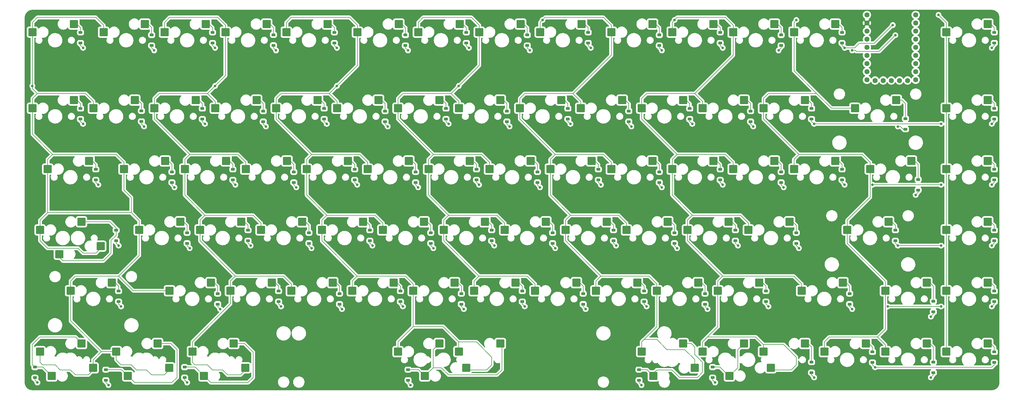
<source format=gbr>
%TF.GenerationSoftware,KiCad,Pcbnew,7.0.7*%
%TF.CreationDate,2023-10-07T20:29:56+07:00*%
%TF.ProjectId,physalis,70687973-616c-4697-932e-6b696361645f,rev?*%
%TF.SameCoordinates,Original*%
%TF.FileFunction,Copper,L2,Bot*%
%TF.FilePolarity,Positive*%
%FSLAX46Y46*%
G04 Gerber Fmt 4.6, Leading zero omitted, Abs format (unit mm)*
G04 Created by KiCad (PCBNEW 7.0.7) date 2023-10-07 20:29:56*
%MOMM*%
%LPD*%
G01*
G04 APERTURE LIST*
G04 Aperture macros list*
%AMRoundRect*
0 Rectangle with rounded corners*
0 $1 Rounding radius*
0 $2 $3 $4 $5 $6 $7 $8 $9 X,Y pos of 4 corners*
0 Add a 4 corners polygon primitive as box body*
4,1,4,$2,$3,$4,$5,$6,$7,$8,$9,$2,$3,0*
0 Add four circle primitives for the rounded corners*
1,1,$1+$1,$2,$3*
1,1,$1+$1,$4,$5*
1,1,$1+$1,$6,$7*
1,1,$1+$1,$8,$9*
0 Add four rect primitives between the rounded corners*
20,1,$1+$1,$2,$3,$4,$5,0*
20,1,$1+$1,$4,$5,$6,$7,0*
20,1,$1+$1,$6,$7,$8,$9,0*
20,1,$1+$1,$8,$9,$2,$3,0*%
G04 Aperture macros list end*
%TA.AperFunction,SMDPad,CuDef*%
%ADD10RoundRect,0.200000X1.075000X1.050000X-1.075000X1.050000X-1.075000X-1.050000X1.075000X-1.050000X0*%
%TD*%
%TA.AperFunction,SMDPad,CuDef*%
%ADD11RoundRect,0.200000X-1.075000X-1.050000X1.075000X-1.050000X1.075000X1.050000X-1.075000X1.050000X0*%
%TD*%
%TA.AperFunction,SMDPad,CuDef*%
%ADD12RoundRect,0.225000X0.375000X-0.225000X0.375000X0.225000X-0.375000X0.225000X-0.375000X-0.225000X0*%
%TD*%
%TA.AperFunction,ComponentPad*%
%ADD13C,1.600000*%
%TD*%
%TA.AperFunction,ViaPad*%
%ADD14C,0.800000*%
%TD*%
%TA.AperFunction,Conductor*%
%ADD15C,0.200000*%
%TD*%
G04 APERTURE END LIST*
D10*
%TO.P,SW85,1,1*%
%TO.N,COL 6*%
X257116250Y-135890000D03*
%TO.P,SW85,2,2*%
%TO.N,Net-(D78-A)*%
X244189250Y-138430000D03*
%TD*%
%TO.P,SW84,1,1*%
%TO.N,COL 5*%
X233303750Y-135890000D03*
%TO.P,SW84,2,2*%
%TO.N,Net-(D77-A)*%
X220376750Y-138430000D03*
%TD*%
D11*
%TO.P,SW89,1,1*%
%TO.N,COL 3*%
X159602500Y-130810000D03*
%TO.P,SW89,2,2*%
%TO.N,Net-(D76-A)*%
X172529500Y-128270000D03*
%TD*%
D10*
%TO.P,SW76,1,1*%
%TO.N,COL 3*%
X161866250Y-135890000D03*
%TO.P,SW76,2,2*%
%TO.N,Net-(D76-A)*%
X148939250Y-138430000D03*
%TD*%
D11*
%TO.P,SW90,1,1*%
%TO.N,COL 3*%
X140552500Y-130810000D03*
%TO.P,SW90,2,2*%
%TO.N,Net-(D76-A)*%
X153479500Y-128270000D03*
%TD*%
D10*
%TO.P,SW88,1,1*%
%TO.N,COL 2*%
X92810000Y-135890000D03*
%TO.P,SW88,2,2*%
%TO.N,Net-(D75-A)*%
X79883000Y-138430000D03*
%TD*%
%TO.P,SW87,1,1*%
%TO.N,COL 1*%
X68997500Y-135890000D03*
%TO.P,SW87,2,2*%
%TO.N,Net-(D74-A)*%
X56070500Y-138430000D03*
%TD*%
%TO.P,SW86,1,1*%
%TO.N,COL 1*%
X45185000Y-135890000D03*
%TO.P,SW86,2,2*%
%TO.N,Net-(D73-A)*%
X32258000Y-138430000D03*
%TD*%
D11*
%TO.P,SW83,1,1*%
%TO.N,COL 1*%
X28633750Y-92710000D03*
%TO.P,SW83,2,2*%
%TO.N,Net-(D45-A)*%
X41560750Y-90170000D03*
%TD*%
%TO.P,SW30,2,2*%
%TO.N,Net-(D30-A)*%
X43942000Y-71120000D03*
%TO.P,SW30,1,1*%
%TO.N,COL 1*%
X31015000Y-73660000D03*
%TD*%
%TO.P,SW82,2,2*%
%TO.N,Net-(D82-A)*%
X267779500Y-128270000D03*
%TO.P,SW82,1,1*%
%TO.N,COL 6*%
X254852500Y-130810000D03*
%TD*%
%TO.P,SW78,2,2*%
%TO.N,Net-(D78-A)*%
X248729500Y-128270000D03*
%TO.P,SW78,1,1*%
%TO.N,COL 6*%
X235802500Y-130810000D03*
%TD*%
%TO.P,SW77,2,2*%
%TO.N,Net-(D77-A)*%
X229679500Y-128270000D03*
%TO.P,SW77,1,1*%
%TO.N,COL 5*%
X216752500Y-130810000D03*
%TD*%
D12*
%TO.P,D82,1,K*%
%TO.N,ROW 12*%
X269875000Y-137381250D03*
%TO.P,D82,2,A*%
%TO.N,Net-(D82-A)*%
X269875000Y-134081250D03*
%TD*%
D11*
%TO.P,SW18,2,2*%
%TO.N,Net-(D18-A)*%
X96329500Y-52070000D03*
%TO.P,SW18,1,1*%
%TO.N,COL 2*%
X83402500Y-54610000D03*
%TD*%
%TO.P,SW20,2,2*%
%TO.N,Net-(D20-A)*%
X134429500Y-52070000D03*
%TO.P,SW20,1,1*%
%TO.N,COL 3*%
X121502500Y-54610000D03*
%TD*%
%TO.P,SW5,2,2*%
%TO.N,Net-(D5-A)*%
X118554500Y-28257500D03*
%TO.P,SW5,1,1*%
%TO.N,COL 3*%
X105627500Y-30797500D03*
%TD*%
%TO.P,SW39,2,2*%
%TO.N,Net-(D39-A)*%
X220154500Y-71120000D03*
%TO.P,SW39,1,1*%
%TO.N,COL 5*%
X207227500Y-73660000D03*
%TD*%
%TO.P,SW56,2,2*%
%TO.N,Net-(D56-A)*%
X263017000Y-90170000D03*
%TO.P,SW56,1,1*%
%TO.N,COL 6*%
X250090000Y-92710000D03*
%TD*%
%TO.P,SW9,2,2*%
%TO.N,Net-(D9-A)*%
X197929500Y-28257500D03*
%TO.P,SW9,1,1*%
%TO.N,COL 5*%
X185002500Y-30797500D03*
%TD*%
%TO.P,SW73,2,2*%
%TO.N,Net-(D73-A)*%
X41560750Y-128270000D03*
%TO.P,SW73,1,1*%
%TO.N,COL 1*%
X28633750Y-130810000D03*
%TD*%
%TO.P,SW52,2,2*%
%TO.N,Net-(D52-A)*%
X186817000Y-90170000D03*
%TO.P,SW52,1,1*%
%TO.N,COL 4*%
X173890000Y-92710000D03*
%TD*%
%TO.P,SW42,2,2*%
%TO.N,Net-(D42-A)*%
X277304500Y-71120000D03*
%TO.P,SW42,1,1*%
%TO.N,COL 7*%
X264377500Y-73660000D03*
%TD*%
%TO.P,SW48,2,2*%
%TO.N,Net-(D48-A)*%
X110617000Y-90170000D03*
%TO.P,SW48,1,1*%
%TO.N,COL 2*%
X97690000Y-92710000D03*
%TD*%
%TO.P,SW81,2,2*%
%TO.N,Net-(D81-A)*%
X324929500Y-128270000D03*
%TO.P,SW81,1,1*%
%TO.N,COL 8*%
X312002500Y-130810000D03*
%TD*%
%TO.P,SW37,2,2*%
%TO.N,Net-(D37-A)*%
X182054500Y-71120000D03*
%TO.P,SW37,1,1*%
%TO.N,COL 4*%
X169127500Y-73660000D03*
%TD*%
%TO.P,SW6,2,2*%
%TO.N,Net-(D6-A)*%
X140779500Y-28257500D03*
%TO.P,SW6,1,1*%
%TO.N,COL 3*%
X127852500Y-30797500D03*
%TD*%
%TO.P,SW3,2,2*%
%TO.N,Net-(D3-A)*%
X80454500Y-28257500D03*
%TO.P,SW3,1,1*%
%TO.N,COL 2*%
X67527500Y-30797500D03*
%TD*%
D10*
%TO.P,SW45,2,2*%
%TO.N,Net-(D45-A)*%
X34639250Y-100330000D03*
%TO.P,SW45,1,1*%
%TO.N,COL 1*%
X47566250Y-97790000D03*
%TD*%
D11*
%TO.P,SW80,2,2*%
%TO.N,Net-(D80-A)*%
X305879500Y-128270000D03*
%TO.P,SW80,1,1*%
%TO.N,COL 7*%
X292952500Y-130810000D03*
%TD*%
%TO.P,SW28,2,2*%
%TO.N,Net-(D28-A)*%
X296354500Y-52070000D03*
%TO.P,SW28,1,1*%
%TO.N,COL 7*%
X283427500Y-54610000D03*
%TD*%
%TO.P,SW69,2,2*%
%TO.N,Net-(D69-A)*%
X253492000Y-109220000D03*
%TO.P,SW69,1,1*%
%TO.N,COL 6*%
X240565000Y-111760000D03*
%TD*%
%TO.P,SW71,2,2*%
%TO.N,Net-(D71-A)*%
X305879500Y-109220000D03*
%TO.P,SW71,1,1*%
%TO.N,COL 7*%
X292952500Y-111760000D03*
%TD*%
%TO.P,SW58,2,2*%
%TO.N,Net-(D58-A)*%
X324929500Y-90170000D03*
%TO.P,SW58,1,1*%
%TO.N,COL 8*%
X312002500Y-92710000D03*
%TD*%
%TO.P,SW74,2,2*%
%TO.N,Net-(D74-A)*%
X65373250Y-128270000D03*
%TO.P,SW74,1,1*%
%TO.N,COL 1*%
X52446250Y-130810000D03*
%TD*%
%TO.P,SW13,2,2*%
%TO.N,Net-(D13-A)*%
X277304500Y-28257500D03*
%TO.P,SW13,1,1*%
%TO.N,COL 7*%
X264377500Y-30797500D03*
%TD*%
%TO.P,SW25,2,2*%
%TO.N,Net-(D25-A)*%
X229679500Y-52070000D03*
%TO.P,SW25,1,1*%
%TO.N,COL 6*%
X216752500Y-54610000D03*
%TD*%
D13*
%TO.P,RZ1,1,GP0*%
%TO.N,COL 8*%
X302418750Y-25400000D03*
%TO.P,RZ1,2,GP1*%
%TO.N,ROW 1*%
X302418750Y-27940000D03*
%TO.P,RZ1,3,GP2*%
%TO.N,ROW 2*%
X302418750Y-30480000D03*
%TO.P,RZ1,4,GP3*%
%TO.N,ROW 12*%
X302418750Y-33020000D03*
%TO.P,RZ1,5,GP4*%
%TO.N,ROW 11*%
X302418750Y-35560000D03*
%TO.P,RZ1,6,GP5*%
%TO.N,ROW 10*%
X302418750Y-38100000D03*
%TO.P,RZ1,7,GP6*%
%TO.N,ROW 9*%
X302418750Y-40640000D03*
%TO.P,RZ1,8,GP7*%
%TO.N,ROW 8*%
X302418750Y-43180000D03*
%TO.P,RZ1,9,GP8*%
%TO.N,ROW 7*%
X302418750Y-45720000D03*
%TO.P,RZ1,10,GP9*%
%TO.N,ROW 6*%
X299878750Y-45930000D03*
%TO.P,RZ1,11,GP10*%
%TO.N,ROW 5*%
X297338750Y-45930000D03*
%TO.P,RZ1,12,GP11*%
%TO.N,ROW 4*%
X294798750Y-45930000D03*
%TO.P,RZ1,13,GP12*%
%TO.N,ROW 3*%
X292258750Y-45930000D03*
%TO.P,RZ1,14,GP13*%
%TO.N,COL 4*%
X289718750Y-45930000D03*
%TO.P,RZ1,15,GP14*%
%TO.N,COL 3*%
X287178750Y-45720000D03*
%TO.P,RZ1,16,GP15*%
%TO.N,COL 2*%
X287178750Y-43180000D03*
%TO.P,RZ1,17,GP26*%
%TO.N,COL 1*%
X287178750Y-40640000D03*
%TO.P,RZ1,18,GP27*%
%TO.N,COL 7*%
X287178750Y-38100000D03*
%TO.P,RZ1,19,GP28*%
%TO.N,COL 6*%
X287178750Y-35560000D03*
%TO.P,RZ1,20,GP29*%
%TO.N,COL 5*%
X287178750Y-33020000D03*
%TO.P,RZ1,21,3V3*%
%TO.N,unconnected-(RZ1-3V3-Pad21)*%
X287178750Y-30480000D03*
%TO.P,RZ1,22,5V*%
%TO.N,unconnected-(RZ1-5V-Pad22)*%
X287178750Y-25400000D03*
%TO.P,RZ1,23,GND*%
%TO.N,GND*%
X287178750Y-27940000D03*
%TD*%
D11*
%TO.P,SW54,2,2*%
%TO.N,Net-(D54-A)*%
X224917000Y-90170000D03*
%TO.P,SW54,1,1*%
%TO.N,COL 5*%
X211990000Y-92710000D03*
%TD*%
%TO.P,SW17,2,2*%
%TO.N,Net-(D17-A)*%
X77279500Y-52070000D03*
%TO.P,SW17,1,1*%
%TO.N,COL 2*%
X64352500Y-54610000D03*
%TD*%
%TO.P,SW68,2,2*%
%TO.N,Net-(D68-A)*%
X234442000Y-109220000D03*
%TO.P,SW68,1,1*%
%TO.N,COL 5*%
X221515000Y-111760000D03*
%TD*%
%TO.P,SW57,2,2*%
%TO.N,Net-(D57-A)*%
X293973250Y-90170000D03*
%TO.P,SW57,1,1*%
%TO.N,COL 7*%
X281046250Y-92710000D03*
%TD*%
%TO.P,SW62,2,2*%
%TO.N,Net-(D62-A)*%
X120142000Y-109220000D03*
%TO.P,SW62,1,1*%
%TO.N,COL 2*%
X107215000Y-111760000D03*
%TD*%
%TO.P,SW24,2,2*%
%TO.N,Net-(D24-A)*%
X210629500Y-52070000D03*
%TO.P,SW24,1,1*%
%TO.N,COL 5*%
X197702500Y-54610000D03*
%TD*%
%TO.P,SW61,2,2*%
%TO.N,Net-(D61-A)*%
X101092000Y-109220000D03*
%TO.P,SW61,1,1*%
%TO.N,COL 2*%
X88165000Y-111760000D03*
%TD*%
%TO.P,SW41,2,2*%
%TO.N,Net-(D41-A)*%
X258254500Y-71120000D03*
%TO.P,SW41,1,1*%
%TO.N,COL 6*%
X245327500Y-73660000D03*
%TD*%
%TO.P,SW4,2,2*%
%TO.N,Net-(D4-A)*%
X99504500Y-28257500D03*
%TO.P,SW4,1,1*%
%TO.N,COL 2*%
X86577500Y-30797500D03*
%TD*%
%TO.P,SW32,2,2*%
%TO.N,Net-(D32-A)*%
X86804500Y-71120000D03*
%TO.P,SW32,1,1*%
%TO.N,COL 2*%
X73877500Y-73660000D03*
%TD*%
%TO.P,SW2,2,2*%
%TO.N,Net-(D2-A)*%
X61404500Y-28257500D03*
%TO.P,SW2,1,1*%
%TO.N,COL 1*%
X48477500Y-30797500D03*
%TD*%
%TO.P,SW11,2,2*%
%TO.N,Net-(D11-A)*%
X239204500Y-28257500D03*
%TO.P,SW11,1,1*%
%TO.N,COL 6*%
X226277500Y-30797500D03*
%TD*%
%TO.P,SW60,2,2*%
%TO.N,Net-(D60-A)*%
X82042000Y-109220000D03*
%TO.P,SW60,1,1*%
%TO.N,COL 1*%
X69115000Y-111760000D03*
%TD*%
%TO.P,SW63,2,2*%
%TO.N,Net-(D63-A)*%
X139192000Y-109220000D03*
%TO.P,SW63,1,1*%
%TO.N,COL 3*%
X126265000Y-111760000D03*
%TD*%
%TO.P,SW49,2,2*%
%TO.N,Net-(D49-A)*%
X129667000Y-90170000D03*
%TO.P,SW49,1,1*%
%TO.N,COL 3*%
X116740000Y-92710000D03*
%TD*%
%TO.P,SW19,2,2*%
%TO.N,Net-(D19-A)*%
X115379500Y-52070000D03*
%TO.P,SW19,1,1*%
%TO.N,COL 3*%
X102452500Y-54610000D03*
%TD*%
%TO.P,SW40,2,2*%
%TO.N,Net-(D40-A)*%
X239204500Y-71120000D03*
%TO.P,SW40,1,1*%
%TO.N,COL 6*%
X226277500Y-73660000D03*
%TD*%
%TO.P,SW12,2,2*%
%TO.N,Net-(D12-A)*%
X258254500Y-28257500D03*
%TO.P,SW12,1,1*%
%TO.N,COL 6*%
X245327500Y-30797500D03*
%TD*%
%TO.P,SW66,2,2*%
%TO.N,Net-(D66-A)*%
X196342000Y-109220000D03*
%TO.P,SW66,1,1*%
%TO.N,COL 4*%
X183415000Y-111760000D03*
%TD*%
%TO.P,SW27,2,2*%
%TO.N,Net-(D27-A)*%
X267779500Y-52070000D03*
%TO.P,SW27,1,1*%
%TO.N,COL 7*%
X254852500Y-54610000D03*
%TD*%
%TO.P,SW67,2,2*%
%TO.N,Net-(D67-A)*%
X215392000Y-109220000D03*
%TO.P,SW67,1,1*%
%TO.N,COL 5*%
X202465000Y-111760000D03*
%TD*%
%TO.P,SW23,2,2*%
%TO.N,Net-(D23-A)*%
X191579500Y-52070000D03*
%TO.P,SW23,1,1*%
%TO.N,COL 5*%
X178652500Y-54610000D03*
%TD*%
%TO.P,SW15,2,2*%
%TO.N,Net-(D15-A)*%
X39179500Y-52070000D03*
%TO.P,SW15,1,1*%
%TO.N,COL 1*%
X26252500Y-54610000D03*
%TD*%
%TO.P,SW16,2,2*%
%TO.N,Net-(D16-A)*%
X58229500Y-52070000D03*
%TO.P,SW16,1,1*%
%TO.N,COL 1*%
X45302500Y-54610000D03*
%TD*%
%TO.P,SW65,2,2*%
%TO.N,Net-(D65-A)*%
X177292000Y-109220000D03*
%TO.P,SW65,1,1*%
%TO.N,COL 4*%
X164365000Y-111760000D03*
%TD*%
%TO.P,SW70,2,2*%
%TO.N,Net-(D70-A)*%
X279685750Y-109220000D03*
%TO.P,SW70,1,1*%
%TO.N,COL 6*%
X266758750Y-111760000D03*
%TD*%
%TO.P,SW29,2,2*%
%TO.N,Net-(D29-A)*%
X324929500Y-52070000D03*
%TO.P,SW29,1,1*%
%TO.N,COL 8*%
X312002500Y-54610000D03*
%TD*%
%TO.P,SW44,2,2*%
%TO.N,Net-(D44-A)*%
X324929500Y-71120000D03*
%TO.P,SW44,1,1*%
%TO.N,COL 8*%
X312002500Y-73660000D03*
%TD*%
%TO.P,SW14,2,2*%
%TO.N,Net-(D14-A)*%
X324929500Y-28257500D03*
%TO.P,SW14,1,1*%
%TO.N,COL 8*%
X312002500Y-30797500D03*
%TD*%
%TO.P,SW75,2,2*%
%TO.N,Net-(D75-A)*%
X89185750Y-128270000D03*
%TO.P,SW75,1,1*%
%TO.N,COL 2*%
X76258750Y-130810000D03*
%TD*%
%TO.P,SW31,2,2*%
%TO.N,Net-(D31-A)*%
X67754500Y-71120000D03*
%TO.P,SW31,1,1*%
%TO.N,COL 1*%
X54827500Y-73660000D03*
%TD*%
%TO.P,SW7,2,2*%
%TO.N,Net-(D7-A)*%
X159829500Y-28257500D03*
%TO.P,SW7,1,1*%
%TO.N,COL 4*%
X146902500Y-30797500D03*
%TD*%
%TO.P,SW1,2,2*%
%TO.N,Net-(D1-A)*%
X39179500Y-28257500D03*
%TO.P,SW1,1,1*%
%TO.N,COL 1*%
X26252500Y-30797500D03*
%TD*%
%TO.P,SW50,2,2*%
%TO.N,Net-(D50-A)*%
X148717000Y-90170000D03*
%TO.P,SW50,1,1*%
%TO.N,COL 3*%
X135790000Y-92710000D03*
%TD*%
%TO.P,SW51,2,2*%
%TO.N,Net-(D51-A)*%
X167767000Y-90170000D03*
%TO.P,SW51,1,1*%
%TO.N,COL 4*%
X154840000Y-92710000D03*
%TD*%
%TO.P,SW36,2,2*%
%TO.N,Net-(D36-A)*%
X163004500Y-71120000D03*
%TO.P,SW36,1,1*%
%TO.N,COL 4*%
X150077500Y-73660000D03*
%TD*%
%TO.P,SW21,2,2*%
%TO.N,Net-(D21-A)*%
X153479500Y-52070000D03*
%TO.P,SW21,1,1*%
%TO.N,COL 4*%
X140552500Y-54610000D03*
%TD*%
%TO.P,SW72,2,2*%
%TO.N,Net-(D72-A)*%
X324929500Y-109220000D03*
%TO.P,SW72,1,1*%
%TO.N,COL 8*%
X312002500Y-111760000D03*
%TD*%
%TO.P,SW26,2,2*%
%TO.N,Net-(D26-A)*%
X248729500Y-52070000D03*
%TO.P,SW26,1,1*%
%TO.N,COL 6*%
X235802500Y-54610000D03*
%TD*%
%TO.P,SW59,2,2*%
%TO.N,Net-(D59-A)*%
X51085750Y-109220000D03*
%TO.P,SW59,1,1*%
%TO.N,COL 1*%
X38158750Y-111760000D03*
%TD*%
%TO.P,SW33,2,2*%
%TO.N,Net-(D33-A)*%
X105854500Y-71120000D03*
%TO.P,SW33,1,1*%
%TO.N,COL 2*%
X92927500Y-73660000D03*
%TD*%
%TO.P,SW46,2,2*%
%TO.N,Net-(D46-A)*%
X72517000Y-90170000D03*
%TO.P,SW46,1,1*%
%TO.N,COL 1*%
X59590000Y-92710000D03*
%TD*%
%TO.P,SW79,2,2*%
%TO.N,Net-(D79-A)*%
X286829500Y-128270000D03*
%TO.P,SW79,1,1*%
%TO.N,COL 7*%
X273902500Y-130810000D03*
%TD*%
%TO.P,SW10,2,2*%
%TO.N,Net-(D10-A)*%
X220154500Y-28257500D03*
%TO.P,SW10,1,1*%
%TO.N,COL 5*%
X207227500Y-30797500D03*
%TD*%
%TO.P,SW34,2,2*%
%TO.N,Net-(D34-A)*%
X124904500Y-71120000D03*
%TO.P,SW34,1,1*%
%TO.N,COL 3*%
X111977500Y-73660000D03*
%TD*%
%TO.P,SW64,2,2*%
%TO.N,Net-(D64-A)*%
X158242000Y-109220000D03*
%TO.P,SW64,1,1*%
%TO.N,COL 3*%
X145315000Y-111760000D03*
%TD*%
%TO.P,SW43,2,2*%
%TO.N,Net-(D43-A)*%
X301117000Y-71120000D03*
%TO.P,SW43,1,1*%
%TO.N,COL 7*%
X288190000Y-73660000D03*
%TD*%
%TO.P,SW8,2,2*%
%TO.N,Net-(D8-A)*%
X178879500Y-28257500D03*
%TO.P,SW8,1,1*%
%TO.N,COL 4*%
X165952500Y-30797500D03*
%TD*%
%TO.P,SW55,2,2*%
%TO.N,Net-(D55-A)*%
X243967000Y-90170000D03*
%TO.P,SW55,1,1*%
%TO.N,COL 6*%
X231040000Y-92710000D03*
%TD*%
%TO.P,SW47,2,2*%
%TO.N,Net-(D47-A)*%
X91567000Y-90170000D03*
%TO.P,SW47,1,1*%
%TO.N,COL 2*%
X78640000Y-92710000D03*
%TD*%
%TO.P,SW22,2,2*%
%TO.N,Net-(D22-A)*%
X172529500Y-52070000D03*
%TO.P,SW22,1,1*%
%TO.N,COL 4*%
X159602500Y-54610000D03*
%TD*%
%TO.P,SW38,2,2*%
%TO.N,Net-(D38-A)*%
X201104500Y-71120000D03*
%TO.P,SW38,1,1*%
%TO.N,COL 5*%
X188177500Y-73660000D03*
%TD*%
%TO.P,SW35,2,2*%
%TO.N,Net-(D35-A)*%
X143954500Y-71120000D03*
%TO.P,SW35,1,1*%
%TO.N,COL 3*%
X131027500Y-73660000D03*
%TD*%
%TO.P,SW53,2,2*%
%TO.N,Net-(D53-A)*%
X205867000Y-90170000D03*
%TO.P,SW53,1,1*%
%TO.N,COL 5*%
X192940000Y-92710000D03*
%TD*%
D12*
%TO.P,D30,1,K*%
%TO.N,ROW 5*%
X46037500Y-77056250D03*
%TO.P,D30,2,A*%
%TO.N,Net-(D30-A)*%
X46037500Y-73756250D03*
%TD*%
%TO.P,D67,1,K*%
%TO.N,ROW 9*%
X217487500Y-115156250D03*
%TO.P,D67,2,A*%
%TO.N,Net-(D67-A)*%
X217487500Y-111856250D03*
%TD*%
%TO.P,D64,1,K*%
%TO.N,ROW 10*%
X160337500Y-115950000D03*
%TO.P,D64,2,A*%
%TO.N,Net-(D64-A)*%
X160337500Y-112650000D03*
%TD*%
%TO.P,D65,1,K*%
%TO.N,ROW 9*%
X179387500Y-115156250D03*
%TO.P,D65,2,A*%
%TO.N,Net-(D65-A)*%
X179387500Y-111856250D03*
%TD*%
%TO.P,D58,1,K*%
%TO.N,ROW 7*%
X327025000Y-96106250D03*
%TO.P,D58,2,A*%
%TO.N,Net-(D58-A)*%
X327025000Y-92806250D03*
%TD*%
%TO.P,D31,1,K*%
%TO.N,ROW 6*%
X69850000Y-77850000D03*
%TO.P,D31,2,A*%
%TO.N,Net-(D31-A)*%
X69850000Y-74550000D03*
%TD*%
%TO.P,D61,1,K*%
%TO.N,ROW 9*%
X103187500Y-115156250D03*
%TO.P,D61,2,A*%
%TO.N,Net-(D61-A)*%
X103187500Y-111856250D03*
%TD*%
%TO.P,D21,1,K*%
%TO.N,ROW 3*%
X155575000Y-58006250D03*
%TO.P,D21,2,A*%
%TO.N,Net-(D21-A)*%
X155575000Y-54706250D03*
%TD*%
%TO.P,D62,1,K*%
%TO.N,ROW 10*%
X122237500Y-115950000D03*
%TO.P,D62,2,A*%
%TO.N,Net-(D62-A)*%
X122237500Y-112650000D03*
%TD*%
%TO.P,D72,1,K*%
%TO.N,ROW 9*%
X327025000Y-115156250D03*
%TO.P,D72,2,A*%
%TO.N,Net-(D72-A)*%
X327025000Y-111856250D03*
%TD*%
%TO.P,D8,1,K*%
%TO.N,ROW 2*%
X180975000Y-34987500D03*
%TO.P,D8,2,A*%
%TO.N,Net-(D8-A)*%
X180975000Y-31687500D03*
%TD*%
%TO.P,D23,1,K*%
%TO.N,ROW 3*%
X193675000Y-58006250D03*
%TO.P,D23,2,A*%
%TO.N,Net-(D23-A)*%
X193675000Y-54706250D03*
%TD*%
%TO.P,D46,1,K*%
%TO.N,ROW 8*%
X74612500Y-96900000D03*
%TO.P,D46,2,A*%
%TO.N,Net-(D46-A)*%
X74612500Y-93600000D03*
%TD*%
%TO.P,D70,1,K*%
%TO.N,ROW 10*%
X281781250Y-115950000D03*
%TO.P,D70,2,A*%
%TO.N,Net-(D70-A)*%
X281781250Y-112650000D03*
%TD*%
%TO.P,D52,1,K*%
%TO.N,ROW 8*%
X188912500Y-96900000D03*
%TO.P,D52,2,A*%
%TO.N,Net-(D52-A)*%
X188912500Y-93600000D03*
%TD*%
%TO.P,D40,1,K*%
%TO.N,ROW 5*%
X241300000Y-77056250D03*
%TO.P,D40,2,A*%
%TO.N,Net-(D40-A)*%
X241300000Y-73756250D03*
%TD*%
%TO.P,D5,1,K*%
%TO.N,ROW 1*%
X120650000Y-34193750D03*
%TO.P,D5,2,A*%
%TO.N,Net-(D5-A)*%
X120650000Y-30893750D03*
%TD*%
%TO.P,D51,1,K*%
%TO.N,ROW 7*%
X169862500Y-96106250D03*
%TO.P,D51,2,A*%
%TO.N,Net-(D51-A)*%
X169862500Y-92806250D03*
%TD*%
%TO.P,D14,1,K*%
%TO.N,ROW 1*%
X327025000Y-34193750D03*
%TO.P,D14,2,A*%
%TO.N,Net-(D14-A)*%
X327025000Y-30893750D03*
%TD*%
%TO.P,D53,1,K*%
%TO.N,ROW 7*%
X207962500Y-96106250D03*
%TO.P,D53,2,A*%
%TO.N,Net-(D53-A)*%
X207962500Y-92806250D03*
%TD*%
%TO.P,D17,1,K*%
%TO.N,ROW 3*%
X79375000Y-58006250D03*
%TO.P,D17,2,A*%
%TO.N,Net-(D17-A)*%
X79375000Y-54706250D03*
%TD*%
%TO.P,D57,1,K*%
%TO.N,ROW 7*%
X296068750Y-96106250D03*
%TO.P,D57,2,A*%
%TO.N,Net-(D57-A)*%
X296068750Y-92806250D03*
%TD*%
%TO.P,D78,1,K*%
%TO.N,ROW 11*%
X238918750Y-138968750D03*
%TO.P,D78,2,A*%
%TO.N,Net-(D78-A)*%
X238918750Y-135668750D03*
%TD*%
%TO.P,D63,1,K*%
%TO.N,ROW 9*%
X141287500Y-115156250D03*
%TO.P,D63,2,A*%
%TO.N,Net-(D63-A)*%
X141287500Y-111856250D03*
%TD*%
%TO.P,D9,1,K*%
%TO.N,ROW 1*%
X200025000Y-34193750D03*
%TO.P,D9,2,A*%
%TO.N,Net-(D9-A)*%
X200025000Y-30893750D03*
%TD*%
%TO.P,D10,1,K*%
%TO.N,ROW 2*%
X222250000Y-34987500D03*
%TO.P,D10,2,A*%
%TO.N,Net-(D10-A)*%
X222250000Y-31687500D03*
%TD*%
%TO.P,D50,1,K*%
%TO.N,ROW 8*%
X150812500Y-96900000D03*
%TO.P,D50,2,A*%
%TO.N,Net-(D50-A)*%
X150812500Y-93600000D03*
%TD*%
%TO.P,D11,1,K*%
%TO.N,ROW 1*%
X241300000Y-34193750D03*
%TO.P,D11,2,A*%
%TO.N,Net-(D11-A)*%
X241300000Y-30893750D03*
%TD*%
%TO.P,D43,1,K*%
%TO.N,ROW 6*%
X303212500Y-80231250D03*
%TO.P,D43,2,A*%
%TO.N,Net-(D43-A)*%
X303212500Y-76931250D03*
%TD*%
%TO.P,D66,1,K*%
%TO.N,ROW 10*%
X198437500Y-115950000D03*
%TO.P,D66,2,A*%
%TO.N,Net-(D66-A)*%
X198437500Y-112650000D03*
%TD*%
%TO.P,D80,1,K*%
%TO.N,ROW 12*%
X307975000Y-137381250D03*
%TO.P,D80,2,A*%
%TO.N,Net-(D80-A)*%
X307975000Y-134081250D03*
%TD*%
%TO.P,D54,1,K*%
%TO.N,ROW 8*%
X227012500Y-96900000D03*
%TO.P,D54,2,A*%
%TO.N,Net-(D54-A)*%
X227012500Y-93600000D03*
%TD*%
%TO.P,D27,1,K*%
%TO.N,ROW 3*%
X269875000Y-58006250D03*
%TO.P,D27,2,A*%
%TO.N,Net-(D27-A)*%
X269875000Y-54706250D03*
%TD*%
%TO.P,D76,1,K*%
%TO.N,ROW 12*%
X143668750Y-139762500D03*
%TO.P,D76,2,A*%
%TO.N,Net-(D76-A)*%
X143668750Y-136462500D03*
%TD*%
%TO.P,D38,1,K*%
%TO.N,ROW 5*%
X203200000Y-77056250D03*
%TO.P,D38,2,A*%
%TO.N,Net-(D38-A)*%
X203200000Y-73756250D03*
%TD*%
%TO.P,D39,1,K*%
%TO.N,ROW 6*%
X222250000Y-77850000D03*
%TO.P,D39,2,A*%
%TO.N,Net-(D39-A)*%
X222250000Y-74550000D03*
%TD*%
%TO.P,D34,1,K*%
%TO.N,ROW 5*%
X127000000Y-77056250D03*
%TO.P,D34,2,A*%
%TO.N,Net-(D34-A)*%
X127000000Y-73756250D03*
%TD*%
%TO.P,D45,1,K*%
%TO.N,ROW 7*%
X52387500Y-96106250D03*
%TO.P,D45,2,A*%
%TO.N,Net-(D45-A)*%
X52387500Y-92806250D03*
%TD*%
%TO.P,D79,1,K*%
%TO.N,ROW 11*%
X288925000Y-134206250D03*
%TO.P,D79,2,A*%
%TO.N,Net-(D79-A)*%
X288925000Y-130906250D03*
%TD*%
%TO.P,D75,1,K*%
%TO.N,ROW 11*%
X73818750Y-138968750D03*
%TO.P,D75,2,A*%
%TO.N,Net-(D75-A)*%
X73818750Y-135668750D03*
%TD*%
%TO.P,D47,1,K*%
%TO.N,ROW 7*%
X93662500Y-96106250D03*
%TO.P,D47,2,A*%
%TO.N,Net-(D47-A)*%
X93662500Y-92806250D03*
%TD*%
%TO.P,D18,1,K*%
%TO.N,ROW 4*%
X98425000Y-58800000D03*
%TO.P,D18,2,A*%
%TO.N,Net-(D18-A)*%
X98425000Y-55500000D03*
%TD*%
%TO.P,D15,1,K*%
%TO.N,ROW 3*%
X41275000Y-58006250D03*
%TO.P,D15,2,A*%
%TO.N,Net-(D15-A)*%
X41275000Y-54706250D03*
%TD*%
%TO.P,D22,1,K*%
%TO.N,ROW 4*%
X174625000Y-58800000D03*
%TO.P,D22,2,A*%
%TO.N,Net-(D22-A)*%
X174625000Y-55500000D03*
%TD*%
%TO.P,D81,1,K*%
%TO.N,ROW 11*%
X327025000Y-134206250D03*
%TO.P,D81,2,A*%
%TO.N,Net-(D81-A)*%
X327025000Y-130906250D03*
%TD*%
%TO.P,D71,1,K*%
%TO.N,ROW 10*%
X307975000Y-118331250D03*
%TO.P,D71,2,A*%
%TO.N,Net-(D71-A)*%
X307975000Y-115031250D03*
%TD*%
%TO.P,D68,1,K*%
%TO.N,ROW 10*%
X236537500Y-115950000D03*
%TO.P,D68,2,A*%
%TO.N,Net-(D68-A)*%
X236537500Y-112650000D03*
%TD*%
%TO.P,D29,1,K*%
%TO.N,ROW 3*%
X327025000Y-58006250D03*
%TO.P,D29,2,A*%
%TO.N,Net-(D29-A)*%
X327025000Y-54706250D03*
%TD*%
%TO.P,D42,1,K*%
%TO.N,ROW 5*%
X279400000Y-77056250D03*
%TO.P,D42,2,A*%
%TO.N,Net-(D42-A)*%
X279400000Y-73756250D03*
%TD*%
%TO.P,D37,1,K*%
%TO.N,ROW 6*%
X184150000Y-77850000D03*
%TO.P,D37,2,A*%
%TO.N,Net-(D37-A)*%
X184150000Y-74550000D03*
%TD*%
%TO.P,D77,1,K*%
%TO.N,ROW 12*%
X215900000Y-139762500D03*
%TO.P,D77,2,A*%
%TO.N,Net-(D77-A)*%
X215900000Y-136462500D03*
%TD*%
%TO.P,D55,1,K*%
%TO.N,ROW 7*%
X246062500Y-96106250D03*
%TO.P,D55,2,A*%
%TO.N,Net-(D55-A)*%
X246062500Y-92806250D03*
%TD*%
%TO.P,D59,1,K*%
%TO.N,ROW 9*%
X53181250Y-115156250D03*
%TO.P,D59,2,A*%
%TO.N,Net-(D59-A)*%
X53181250Y-111856250D03*
%TD*%
%TO.P,D48,1,K*%
%TO.N,ROW 8*%
X112712500Y-96900000D03*
%TO.P,D48,2,A*%
%TO.N,Net-(D48-A)*%
X112712500Y-93600000D03*
%TD*%
%TO.P,D33,1,K*%
%TO.N,ROW 6*%
X107950000Y-77850000D03*
%TO.P,D33,2,A*%
%TO.N,Net-(D33-A)*%
X107950000Y-74550000D03*
%TD*%
%TO.P,D6,1,K*%
%TO.N,ROW 2*%
X142875000Y-34987500D03*
%TO.P,D6,2,A*%
%TO.N,Net-(D6-A)*%
X142875000Y-31687500D03*
%TD*%
%TO.P,D60,1,K*%
%TO.N,ROW 10*%
X84137500Y-115950000D03*
%TO.P,D60,2,A*%
%TO.N,Net-(D60-A)*%
X84137500Y-112650000D03*
%TD*%
%TO.P,D36,1,K*%
%TO.N,ROW 5*%
X165100000Y-77056250D03*
%TO.P,D36,2,A*%
%TO.N,Net-(D36-A)*%
X165100000Y-73756250D03*
%TD*%
%TO.P,D20,1,K*%
%TO.N,ROW 4*%
X136525000Y-58800000D03*
%TO.P,D20,2,A*%
%TO.N,Net-(D20-A)*%
X136525000Y-55500000D03*
%TD*%
%TO.P,D25,1,K*%
%TO.N,ROW 3*%
X231775000Y-58006250D03*
%TO.P,D25,2,A*%
%TO.N,Net-(D25-A)*%
X231775000Y-54706250D03*
%TD*%
%TO.P,D44,1,K*%
%TO.N,ROW 5*%
X327025000Y-77056250D03*
%TO.P,D44,2,A*%
%TO.N,Net-(D44-A)*%
X327025000Y-73756250D03*
%TD*%
%TO.P,D41,1,K*%
%TO.N,ROW 6*%
X260350000Y-77850000D03*
%TO.P,D41,2,A*%
%TO.N,Net-(D41-A)*%
X260350000Y-74550000D03*
%TD*%
%TO.P,D7,1,K*%
%TO.N,ROW 1*%
X161925000Y-34193750D03*
%TO.P,D7,2,A*%
%TO.N,Net-(D7-A)*%
X161925000Y-30893750D03*
%TD*%
%TO.P,D74,1,K*%
%TO.N,ROW 12*%
X49212500Y-139762500D03*
%TO.P,D74,2,A*%
%TO.N,Net-(D74-A)*%
X49212500Y-136462500D03*
%TD*%
%TO.P,D1,1,K*%
%TO.N,ROW 1*%
X41275000Y-34193750D03*
%TO.P,D1,2,A*%
%TO.N,Net-(D1-A)*%
X41275000Y-30893750D03*
%TD*%
%TO.P,D4,1,K*%
%TO.N,ROW 2*%
X101600000Y-34925000D03*
%TO.P,D4,2,A*%
%TO.N,Net-(D4-A)*%
X101600000Y-31625000D03*
%TD*%
%TO.P,D28,1,K*%
%TO.N,ROW 4*%
X299243750Y-61181250D03*
%TO.P,D28,2,A*%
%TO.N,Net-(D28-A)*%
X299243750Y-57881250D03*
%TD*%
%TO.P,D19,1,K*%
%TO.N,ROW 3*%
X117475000Y-58006250D03*
%TO.P,D19,2,A*%
%TO.N,Net-(D19-A)*%
X117475000Y-54706250D03*
%TD*%
%TO.P,D49,1,K*%
%TO.N,ROW 7*%
X131762500Y-96106250D03*
%TO.P,D49,2,A*%
%TO.N,Net-(D49-A)*%
X131762500Y-92806250D03*
%TD*%
%TO.P,D69,1,K*%
%TO.N,ROW 9*%
X255587500Y-115156250D03*
%TO.P,D69,2,A*%
%TO.N,Net-(D69-A)*%
X255587500Y-111856250D03*
%TD*%
%TO.P,D16,1,K*%
%TO.N,ROW 4*%
X60325000Y-58737500D03*
%TO.P,D16,2,A*%
%TO.N,Net-(D16-A)*%
X60325000Y-55437500D03*
%TD*%
%TO.P,D13,1,K*%
%TO.N,ROW 1*%
X279400000Y-34193750D03*
%TO.P,D13,2,A*%
%TO.N,Net-(D13-A)*%
X279400000Y-30893750D03*
%TD*%
%TO.P,D3,1,K*%
%TO.N,ROW 1*%
X82550000Y-34193750D03*
%TO.P,D3,2,A*%
%TO.N,Net-(D3-A)*%
X82550000Y-30893750D03*
%TD*%
%TO.P,D73,1,K*%
%TO.N,ROW 11*%
X26987500Y-138968750D03*
%TO.P,D73,2,A*%
%TO.N,Net-(D73-A)*%
X26987500Y-135668750D03*
%TD*%
%TO.P,D56,1,K*%
%TO.N,ROW 8*%
X265112500Y-96900000D03*
%TO.P,D56,2,A*%
%TO.N,Net-(D56-A)*%
X265112500Y-93600000D03*
%TD*%
%TO.P,D2,1,K*%
%TO.N,ROW 2*%
X63500000Y-34987500D03*
%TO.P,D2,2,A*%
%TO.N,Net-(D2-A)*%
X63500000Y-31687500D03*
%TD*%
%TO.P,D24,1,K*%
%TO.N,ROW 4*%
X212725000Y-58800000D03*
%TO.P,D24,2,A*%
%TO.N,Net-(D24-A)*%
X212725000Y-55500000D03*
%TD*%
%TO.P,D12,1,K*%
%TO.N,ROW 2*%
X260350000Y-34987500D03*
%TO.P,D12,2,A*%
%TO.N,Net-(D12-A)*%
X260350000Y-31687500D03*
%TD*%
%TO.P,D35,1,K*%
%TO.N,ROW 6*%
X146050000Y-77850000D03*
%TO.P,D35,2,A*%
%TO.N,Net-(D35-A)*%
X146050000Y-74550000D03*
%TD*%
%TO.P,D26,1,K*%
%TO.N,ROW 4*%
X250825000Y-58800000D03*
%TO.P,D26,2,A*%
%TO.N,Net-(D26-A)*%
X250825000Y-55500000D03*
%TD*%
%TO.P,D32,1,K*%
%TO.N,ROW 5*%
X88900000Y-77056250D03*
%TO.P,D32,2,A*%
%TO.N,Net-(D32-A)*%
X88900000Y-73756250D03*
%TD*%
D14*
%TO.N,GND*%
X170656250Y-136525000D03*
X93662500Y-138906250D03*
X45243750Y-130175000D03*
X52387500Y-85725000D03*
%TO.N,ROW 12*%
X144462500Y-141287500D03*
X270668750Y-138906250D03*
X216693750Y-141287500D03*
X50006250Y-141287500D03*
%TO.N,ROW 11*%
X239712500Y-140493750D03*
X74612500Y-140493750D03*
X27781250Y-140493750D03*
%TO.N,ROW 7*%
X53181250Y-97631250D03*
%TO.N,ROW 5*%
X46831250Y-78581250D03*
%TO.N,GND*%
X290512500Y-84931250D03*
X304006250Y-69850000D03*
X284162500Y-50800000D03*
X95250000Y-123825000D03*
%TO.N,COL 8*%
X309562500Y-25400000D03*
%TO.N,COL 1*%
X26193750Y-47625000D03*
%TO.N,COL 2*%
X83343750Y-47625000D03*
%TO.N,COL 3*%
X121443750Y-47625000D03*
%TO.N,COL 4*%
X159543750Y-47625000D03*
%TO.N,COL 5*%
X185737500Y-26987500D03*
%TO.N,COL 6*%
X227012500Y-26987500D03*
%TO.N,COL 7*%
X265112500Y-26987500D03*
%TO.N,ROW 1*%
X42068750Y-35718750D03*
X280193750Y-35718750D03*
X242093750Y-35718750D03*
X295275000Y-28575000D03*
X200818750Y-35718750D03*
X162718750Y-35718750D03*
X326231250Y-35718750D03*
X83343750Y-35718750D03*
X121443750Y-35718750D03*
%TO.N,ROW 2*%
X282575000Y-36512500D03*
X296068750Y-31750000D03*
X64293750Y-36512500D03*
X259556250Y-36512500D03*
X143668750Y-36512500D03*
X223043750Y-36512500D03*
X181768750Y-36512500D03*
X102393750Y-36512500D03*
%TO.N,ROW 3*%
X270668750Y-59531250D03*
X310356250Y-59531250D03*
X326231250Y-59531250D03*
X194468750Y-59531250D03*
X156368750Y-59531250D03*
X80168750Y-59531250D03*
X118268750Y-59531250D03*
X232568750Y-59531250D03*
X42068750Y-59531250D03*
%TO.N,ROW 4*%
X99218750Y-60325000D03*
X175418750Y-60325000D03*
X213518750Y-60325000D03*
X137318750Y-60325000D03*
X251618750Y-60325000D03*
X61118750Y-60325000D03*
X296862500Y-60325000D03*
%TO.N,ROW 5*%
X242093750Y-78581250D03*
X310356250Y-78581250D03*
X127793750Y-78581250D03*
X326231250Y-78581250D03*
X288925000Y-78581250D03*
X203993750Y-78581250D03*
X280193750Y-78581250D03*
X89693750Y-78581250D03*
X165893750Y-78581250D03*
%TO.N,ROW 6*%
X108743750Y-79375000D03*
X261143750Y-79375000D03*
X146843750Y-79375000D03*
X184943750Y-79375000D03*
X223043750Y-79375000D03*
X302418750Y-81756250D03*
X70643750Y-79375000D03*
%TO.N,ROW 7*%
X296862500Y-97631250D03*
X246856250Y-97631250D03*
X310356250Y-97631250D03*
X132556250Y-97631250D03*
X94456250Y-97631250D03*
X208756250Y-97631250D03*
X326231250Y-97631250D03*
X170656250Y-97631250D03*
%TO.N,ROW 8*%
X227806250Y-98425000D03*
X265906250Y-98425000D03*
X113506250Y-98425000D03*
X151606250Y-98425000D03*
X189706250Y-98425000D03*
X75406250Y-98425000D03*
%TO.N,ROW 9*%
X326231250Y-116681250D03*
X256381250Y-116681250D03*
X310356250Y-116681250D03*
X103981250Y-116681250D03*
X53975000Y-116681250D03*
X142081250Y-116681250D03*
X218281250Y-116681250D03*
X293687500Y-116681250D03*
X180181250Y-116681250D03*
%TO.N,ROW 10*%
X199231250Y-117475000D03*
X282575000Y-117475000D03*
X123031250Y-117475000D03*
X237331250Y-117475000D03*
X161131250Y-117475000D03*
X307181250Y-119856250D03*
X84931250Y-117475000D03*
%TO.N,ROW 11*%
X289718750Y-135731250D03*
%TO.N,ROW 12*%
X307181250Y-138906250D03*
%TD*%
D15*
%TO.N,ROW 11*%
X26987500Y-138968750D02*
X26987500Y-139700000D01*
X26987500Y-139700000D02*
X27781250Y-140493750D01*
%TO.N,Net-(D73-A)*%
X29496750Y-135668750D02*
X32258000Y-138430000D01*
X26987500Y-135668750D02*
X29496750Y-135668750D01*
X26193750Y-134875000D02*
X26987500Y-135668750D01*
X28575000Y-126206250D02*
X26193750Y-128587500D01*
X39687500Y-126206250D02*
X28575000Y-126206250D01*
X26193750Y-128587500D02*
X26193750Y-134875000D01*
X41560750Y-128270000D02*
X41560750Y-128079500D01*
X41560750Y-128079500D02*
X39687500Y-126206250D01*
%TO.N,ROW 12*%
X49212500Y-140493750D02*
X50006250Y-141287500D01*
X49212500Y-139762500D02*
X49212500Y-140493750D01*
%TO.N,Net-(D74-A)*%
X54103000Y-136462500D02*
X56070500Y-138430000D01*
X49212500Y-136462500D02*
X54103000Y-136462500D01*
X58134250Y-140493750D02*
X56070500Y-138430000D01*
X71437500Y-130175000D02*
X71437500Y-138906250D01*
X69532500Y-128270000D02*
X71437500Y-130175000D01*
X69850000Y-140493750D02*
X58134250Y-140493750D01*
X71437500Y-138906250D02*
X69850000Y-140493750D01*
X65373250Y-128270000D02*
X69532500Y-128270000D01*
%TO.N,ROW 11*%
X73818750Y-139700000D02*
X74612500Y-140493750D01*
X73818750Y-138968750D02*
X73818750Y-139700000D01*
%TO.N,Net-(D75-A)*%
X77121750Y-135668750D02*
X79883000Y-138430000D01*
X73818750Y-135668750D02*
X77121750Y-135668750D01*
X81946750Y-140493750D02*
X79883000Y-138430000D01*
X95250000Y-138906250D02*
X93662500Y-140493750D01*
X95250000Y-130968750D02*
X95250000Y-138906250D01*
X93662500Y-140493750D02*
X81946750Y-140493750D01*
X92551250Y-128270000D02*
X95250000Y-130968750D01*
X89185750Y-128270000D02*
X92551250Y-128270000D01*
%TO.N,Net-(D76-A)*%
X143668750Y-136462500D02*
X146971750Y-136462500D01*
X146971750Y-136462500D02*
X148939250Y-138430000D01*
%TO.N,ROW 12*%
X143668750Y-140493750D02*
X144462500Y-141287500D01*
X143668750Y-139762500D02*
X143668750Y-140493750D01*
X215900000Y-140493750D02*
X216693750Y-141287500D01*
X215900000Y-139762500D02*
X215900000Y-140493750D01*
%TO.N,ROW 11*%
X238918750Y-138968750D02*
X238918750Y-139700000D01*
X238918750Y-139700000D02*
X239712500Y-140493750D01*
%TO.N,ROW 12*%
X269875000Y-138112500D02*
X270668750Y-138906250D01*
X269875000Y-137381250D02*
X269875000Y-138112500D01*
%TO.N,Net-(D82-A)*%
X268763750Y-128270000D02*
X269875000Y-129381250D01*
X269875000Y-129381250D02*
X269875000Y-134081250D01*
X267779500Y-128270000D02*
X268763750Y-128270000D01*
%TO.N,COL 5*%
X230187500Y-130175000D02*
X233303750Y-133291250D01*
X221456250Y-127000000D02*
X224631250Y-130175000D01*
X224631250Y-130175000D02*
X230187500Y-130175000D01*
X217487500Y-127000000D02*
X221456250Y-127000000D01*
X217487500Y-127000000D02*
X221456250Y-123031250D01*
X216752500Y-127735000D02*
X217487500Y-127000000D01*
X233303750Y-133291250D02*
X233303750Y-135890000D01*
%TO.N,Net-(D77-A)*%
X221456250Y-136525000D02*
X226218750Y-136525000D01*
X220376750Y-137604500D02*
X221456250Y-136525000D01*
X220376750Y-138430000D02*
X220376750Y-137604500D01*
X234156250Y-138906250D02*
X228600000Y-138906250D01*
X235743750Y-137318750D02*
X234156250Y-138906250D01*
X235743750Y-134143750D02*
X235743750Y-137318750D01*
X233362500Y-131762500D02*
X235743750Y-134143750D01*
X233362500Y-129381250D02*
X233362500Y-131762500D01*
X232251250Y-128270000D02*
X233362500Y-129381250D01*
X228600000Y-138906250D02*
X226218750Y-136525000D01*
X229679500Y-128270000D02*
X232251250Y-128270000D01*
X218409250Y-136462500D02*
X220376750Y-138430000D01*
X215900000Y-136462500D02*
X218409250Y-136462500D01*
%TO.N,Net-(D78-A)*%
X243998750Y-138430000D02*
X244189250Y-138430000D01*
X241237500Y-135668750D02*
X243998750Y-138430000D01*
X238918750Y-135668750D02*
X241237500Y-135668750D01*
X246766600Y-135852650D02*
X244189250Y-138430000D01*
X246766600Y-130232900D02*
X246766600Y-135852650D01*
X248729500Y-128270000D02*
X246766600Y-130232900D01*
%TO.N,COL 6*%
X240565000Y-122972500D02*
X240565000Y-111760000D01*
X237331250Y-126206250D02*
X240565000Y-122972500D01*
X265112500Y-134937500D02*
X263525000Y-136525000D01*
X261143750Y-128587500D02*
X265112500Y-132556250D01*
X265112500Y-132556250D02*
X265112500Y-134937500D01*
X254793750Y-128587500D02*
X261143750Y-128587500D01*
X254793750Y-128587500D02*
X254852500Y-128646250D01*
X263525000Y-136525000D02*
X257751250Y-136525000D01*
X252412500Y-126206250D02*
X254793750Y-128587500D01*
X257751250Y-136525000D02*
X257116250Y-135890000D01*
X237331250Y-126206250D02*
X252412500Y-126206250D01*
X235802500Y-130810000D02*
X235802500Y-127735000D01*
X235802500Y-127735000D02*
X237331250Y-126206250D01*
X254852500Y-128646250D02*
X254852500Y-130810000D01*
%TO.N,COL 5*%
X221456250Y-123031250D02*
X221515000Y-122972500D01*
X216752500Y-130810000D02*
X216752500Y-127735000D01*
X221515000Y-122972500D02*
X221515000Y-111760000D01*
%TO.N,Net-(D76-A)*%
X173037500Y-136525000D02*
X173037500Y-128778000D01*
X171450000Y-138112500D02*
X173037500Y-136525000D01*
X156368750Y-138112500D02*
X171450000Y-138112500D01*
X154108900Y-135852650D02*
X156368750Y-138112500D01*
X151516600Y-135852650D02*
X154108900Y-135852650D01*
X173037500Y-128778000D02*
X172529500Y-128270000D01*
X151516600Y-130232900D02*
X151516600Y-135852650D01*
X151516600Y-135852650D02*
X148939250Y-138430000D01*
X153479500Y-128270000D02*
X151516600Y-130232900D01*
%TO.N,COL 3*%
X168275000Y-136525000D02*
X162501250Y-136525000D01*
X169862500Y-134937500D02*
X168275000Y-136525000D01*
X162501250Y-136525000D02*
X161866250Y-135890000D01*
X169862500Y-132556250D02*
X169862500Y-134937500D01*
X165100000Y-127793750D02*
X169862500Y-132556250D01*
X159543750Y-127793750D02*
X165100000Y-127793750D01*
X159543750Y-130751250D02*
X159602500Y-130810000D01*
X159543750Y-127793750D02*
X159543750Y-130751250D01*
X154722500Y-122972500D02*
X159543750Y-127793750D01*
X145315000Y-122972500D02*
X154722500Y-122972500D01*
X145315000Y-122972500D02*
X145315000Y-111760000D01*
X140552500Y-127735000D02*
X145315000Y-122972500D01*
X140552500Y-130810000D02*
X140552500Y-127735000D01*
%TO.N,COL 1*%
X38158750Y-111760000D02*
X38158750Y-121185000D01*
X38158750Y-121185000D02*
X47783750Y-130810000D01*
%TO.N,COL 2*%
X88165000Y-115828750D02*
X88165000Y-111760000D01*
X76258750Y-127735000D02*
X88165000Y-115828750D01*
X76258750Y-130810000D02*
X76258750Y-127735000D01*
X92810000Y-136583750D02*
X92810000Y-135890000D01*
X91281250Y-138112500D02*
X92810000Y-136583750D01*
X87312500Y-138112500D02*
X91281250Y-138112500D01*
X82550000Y-136525000D02*
X85725000Y-136525000D01*
X80962500Y-134937500D02*
X82550000Y-136525000D01*
X76993750Y-134937500D02*
X80962500Y-134937500D01*
X76258750Y-134202500D02*
X76993750Y-134937500D01*
X85725000Y-136525000D02*
X87312500Y-138112500D01*
X76258750Y-130810000D02*
X76258750Y-134202500D01*
%TO.N,COL 1*%
X68997500Y-136583750D02*
X68997500Y-135890000D01*
X67468750Y-138112500D02*
X68997500Y-136583750D01*
X63500000Y-138112500D02*
X67468750Y-138112500D01*
X58737500Y-136525000D02*
X61912500Y-136525000D01*
X53975000Y-134937500D02*
X57150000Y-134937500D01*
X52446250Y-133408750D02*
X53975000Y-134937500D01*
X57150000Y-134937500D02*
X58737500Y-136525000D01*
X52446250Y-130810000D02*
X52446250Y-133408750D01*
X61912500Y-136525000D02*
X63500000Y-138112500D01*
X47783750Y-130810000D02*
X52446250Y-130810000D01*
X45185000Y-135890000D02*
X45185000Y-133408750D01*
X45185000Y-133408750D02*
X47783750Y-130810000D01*
X45185000Y-136583750D02*
X45185000Y-135890000D01*
X43656250Y-138112500D02*
X45185000Y-136583750D01*
X39687500Y-138112500D02*
X43656250Y-138112500D01*
X34925000Y-136525000D02*
X38100000Y-136525000D01*
X38100000Y-136525000D02*
X39687500Y-138112500D01*
X29368750Y-134937500D02*
X33337500Y-134937500D01*
X28633750Y-134202500D02*
X29368750Y-134937500D01*
X33337500Y-134937500D02*
X34925000Y-136525000D01*
X28633750Y-130810000D02*
X28633750Y-134202500D01*
X59590000Y-100747500D02*
X53181250Y-107156250D01*
X59590000Y-92710000D02*
X59590000Y-100747500D01*
X42068750Y-100012500D02*
X46037500Y-100012500D01*
X47566250Y-98483750D02*
X47566250Y-97790000D01*
X30956250Y-98425000D02*
X40481250Y-98425000D01*
X40481250Y-98425000D02*
X42068750Y-100012500D01*
X28633750Y-96102500D02*
X30956250Y-98425000D01*
X46037500Y-100012500D02*
X47566250Y-98483750D01*
X28633750Y-92710000D02*
X28633750Y-96102500D01*
%TO.N,Net-(D45-A)*%
X52387500Y-92075000D02*
X52387500Y-92806250D01*
X50482500Y-90170000D02*
X52387500Y-92075000D01*
X41560750Y-90170000D02*
X50482500Y-90170000D01*
X50800000Y-96043750D02*
X52387500Y-94456250D01*
X50800000Y-100012500D02*
X50800000Y-96043750D01*
X35718750Y-102393750D02*
X48418750Y-102393750D01*
X52387500Y-94456250D02*
X52387500Y-92806250D01*
X34639250Y-101314250D02*
X35718750Y-102393750D01*
X48418750Y-102393750D02*
X50800000Y-100012500D01*
X34639250Y-100330000D02*
X34639250Y-101314250D01*
%TO.N,COL 1*%
X57150000Y-82550000D02*
X57150000Y-87312500D01*
X54827500Y-80227500D02*
X57150000Y-82550000D01*
X54827500Y-73660000D02*
X54827500Y-80227500D01*
X57150000Y-87312500D02*
X59590000Y-89752500D01*
X31073750Y-87312500D02*
X57150000Y-87312500D01*
X31015000Y-87253750D02*
X31073750Y-87312500D01*
X59590000Y-89752500D02*
X59590000Y-92710000D01*
X31015000Y-87253750D02*
X31015000Y-73660000D01*
X28633750Y-89635000D02*
X31015000Y-87253750D01*
X28633750Y-92710000D02*
X28633750Y-89635000D01*
X26252500Y-62765000D02*
X32543750Y-69056250D01*
X26252500Y-54610000D02*
X26252500Y-62765000D01*
X54827500Y-71496250D02*
X54827500Y-73660000D01*
X32543750Y-69056250D02*
X52387500Y-69056250D01*
X31015000Y-70585000D02*
X32543750Y-69056250D01*
X31015000Y-73660000D02*
X31015000Y-70585000D01*
X52387500Y-69056250D02*
X54827500Y-71496250D01*
%TO.N,ROW 7*%
X52387500Y-96837500D02*
X53181250Y-97631250D01*
X52387500Y-96106250D02*
X52387500Y-96837500D01*
%TO.N,Net-(D30-A)*%
X44926250Y-71120000D02*
X46037500Y-72231250D01*
X43942000Y-71120000D02*
X44926250Y-71120000D01*
X46037500Y-72231250D02*
X46037500Y-73756250D01*
%TO.N,ROW 5*%
X46037500Y-77787500D02*
X46831250Y-78581250D01*
X46037500Y-77056250D02*
X46037500Y-77787500D01*
%TO.N,COL 8*%
X312002500Y-27840000D02*
X312002500Y-30797500D01*
X312002500Y-30797500D02*
X312002500Y-130810000D01*
X309562500Y-25400000D02*
X312002500Y-27840000D01*
%TO.N,COL 1*%
X26252500Y-47683750D02*
X26252500Y-48477500D01*
X26252500Y-47566250D02*
X26193750Y-47625000D01*
X26193750Y-47625000D02*
X26252500Y-47683750D01*
X38158750Y-111760000D02*
X38158750Y-108685000D01*
X45302500Y-52446250D02*
X45302500Y-54610000D01*
X26252500Y-30797500D02*
X26252500Y-47566250D01*
X57785000Y-111760000D02*
X69115000Y-111760000D01*
X26252500Y-30797500D02*
X26252500Y-27722500D01*
X42862500Y-50006250D02*
X45302500Y-52446250D01*
X27781250Y-26193750D02*
X46037500Y-26193750D01*
X53181250Y-107156250D02*
X57785000Y-111760000D01*
X26252500Y-48477500D02*
X27781250Y-50006250D01*
X39687500Y-107156250D02*
X53181250Y-107156250D01*
X26252500Y-27722500D02*
X27781250Y-26193750D01*
X26252500Y-51535000D02*
X27781250Y-50006250D01*
X27781250Y-50006250D02*
X42862500Y-50006250D01*
X26252500Y-54610000D02*
X26252500Y-51535000D01*
X46037500Y-26193750D02*
X48477500Y-28633750D01*
X38158750Y-108685000D02*
X39687500Y-107156250D01*
X48477500Y-28633750D02*
X48477500Y-30797500D01*
%TO.N,COL 2*%
X64352500Y-58002500D02*
X75406250Y-69056250D01*
X83402500Y-52446250D02*
X83402500Y-54610000D01*
X73877500Y-73660000D02*
X73877500Y-70585000D01*
X78640000Y-89635000D02*
X80168750Y-88106250D01*
X73877500Y-73660000D02*
X73877500Y-81815000D01*
X88165000Y-108685000D02*
X89693750Y-107156250D01*
X64352500Y-51535000D02*
X65881250Y-50006250D01*
X104775000Y-107156250D02*
X107215000Y-109596250D01*
X75406250Y-69056250D02*
X90487500Y-69056250D01*
X67527500Y-27722500D02*
X69056250Y-26193750D01*
X95250000Y-88106250D02*
X97690000Y-90546250D01*
X97690000Y-90546250D02*
X97690000Y-92710000D01*
X80168750Y-88106250D02*
X95250000Y-88106250D01*
X86577500Y-30797500D02*
X86577500Y-44391250D01*
X89693750Y-107156250D02*
X104775000Y-107156250D01*
X92927500Y-71496250D02*
X92927500Y-73660000D01*
X90487500Y-69056250D02*
X92927500Y-71496250D01*
X86577500Y-28633750D02*
X86577500Y-30797500D01*
X83343750Y-47625000D02*
X80962500Y-50006250D01*
X78640000Y-96102500D02*
X89693750Y-107156250D01*
X78640000Y-92710000D02*
X78640000Y-89635000D01*
X67527500Y-30797500D02*
X67527500Y-27722500D01*
X107215000Y-109596250D02*
X107215000Y-111760000D01*
X73877500Y-70585000D02*
X75406250Y-69056250D01*
X84137500Y-26193750D02*
X86577500Y-28633750D01*
X69056250Y-26193750D02*
X84137500Y-26193750D01*
X78640000Y-92710000D02*
X78640000Y-96102500D01*
X88165000Y-111760000D02*
X88165000Y-108685000D01*
X73877500Y-81815000D02*
X80168750Y-88106250D01*
X86577500Y-44391250D02*
X83343750Y-47625000D01*
X64352500Y-54610000D02*
X64352500Y-58002500D01*
X80962500Y-50006250D02*
X83402500Y-52446250D01*
X65881250Y-50006250D02*
X80962500Y-50006250D01*
X64352500Y-54610000D02*
X64352500Y-51535000D01*
%TO.N,COL 3*%
X102452500Y-54610000D02*
X102452500Y-51535000D01*
X102452500Y-58002500D02*
X113506250Y-69056250D01*
X111977500Y-73660000D02*
X111977500Y-81815000D01*
X111977500Y-81815000D02*
X118268750Y-88106250D01*
X102452500Y-54610000D02*
X102452500Y-58002500D01*
X116740000Y-89635000D02*
X118268750Y-88106250D01*
X119062500Y-50006250D02*
X121502500Y-52446250D01*
X127793750Y-107156250D02*
X142875000Y-107156250D01*
X113506250Y-69056250D02*
X128587500Y-69056250D01*
X133350000Y-88106250D02*
X135790000Y-90546250D01*
X103981250Y-50006250D02*
X119062500Y-50006250D01*
X128587500Y-69056250D02*
X131027500Y-71496250D01*
X116740000Y-96102500D02*
X127793750Y-107156250D01*
X105627500Y-30797500D02*
X105627500Y-27722500D01*
X105627500Y-27722500D02*
X107156250Y-26193750D01*
X118268750Y-88106250D02*
X133350000Y-88106250D01*
X126265000Y-111760000D02*
X126265000Y-108685000D01*
X116740000Y-92710000D02*
X116740000Y-96102500D01*
X111977500Y-73660000D02*
X111977500Y-70585000D01*
X107156250Y-26193750D02*
X125412500Y-26193750D01*
X125412500Y-26193750D02*
X127852500Y-28633750D01*
X116740000Y-92710000D02*
X116740000Y-89635000D01*
X126265000Y-108685000D02*
X127793750Y-107156250D01*
X127852500Y-41216250D02*
X121443750Y-47625000D01*
X142875000Y-107156250D02*
X145315000Y-109596250D01*
X131027500Y-71496250D02*
X131027500Y-73660000D01*
X121443750Y-47625000D02*
X119062500Y-50006250D01*
X121502500Y-52446250D02*
X121502500Y-54610000D01*
X111977500Y-70585000D02*
X113506250Y-69056250D01*
X145315000Y-109596250D02*
X145315000Y-111760000D01*
X135790000Y-90546250D02*
X135790000Y-92710000D01*
X127852500Y-28633750D02*
X127852500Y-30797500D01*
X127852500Y-30797500D02*
X127852500Y-41216250D01*
X102452500Y-51535000D02*
X103981250Y-50006250D01*
%TO.N,COL 4*%
X166687500Y-69056250D02*
X169127500Y-71496250D01*
X140552500Y-54610000D02*
X140552500Y-58002500D01*
X154840000Y-92710000D02*
X154840000Y-89635000D01*
X164365000Y-111760000D02*
X164365000Y-108685000D01*
X173890000Y-90546250D02*
X173890000Y-92710000D01*
X164365000Y-108685000D02*
X165893750Y-107156250D01*
X154840000Y-92710000D02*
X154840000Y-96102500D01*
X163512500Y-26193750D02*
X165952500Y-28633750D01*
X180975000Y-107156250D02*
X183415000Y-109596250D01*
X165952500Y-30797500D02*
X165952500Y-41216250D01*
X150077500Y-73660000D02*
X150077500Y-70585000D01*
X159602500Y-52446250D02*
X159602500Y-54610000D01*
X157162500Y-50006250D02*
X159602500Y-52446250D01*
X150077500Y-70585000D02*
X151606250Y-69056250D01*
X140552500Y-54610000D02*
X140552500Y-51535000D01*
X165952500Y-28633750D02*
X165952500Y-30797500D01*
X159543750Y-47625000D02*
X157162500Y-50006250D01*
X142081250Y-50006250D02*
X157162500Y-50006250D01*
X165893750Y-107156250D02*
X180975000Y-107156250D01*
X140552500Y-58002500D02*
X151606250Y-69056250D01*
X154840000Y-96102500D02*
X165893750Y-107156250D01*
X146902500Y-27722500D02*
X148431250Y-26193750D01*
X140552500Y-51535000D02*
X142081250Y-50006250D01*
X154840000Y-89635000D02*
X156368750Y-88106250D01*
X156368750Y-88106250D02*
X171450000Y-88106250D01*
X171450000Y-88106250D02*
X173890000Y-90546250D01*
X150077500Y-73660000D02*
X150077500Y-81815000D01*
X169127500Y-71496250D02*
X169127500Y-73660000D01*
X148431250Y-26193750D02*
X163512500Y-26193750D01*
X183415000Y-109596250D02*
X183415000Y-111760000D01*
X150077500Y-81815000D02*
X156368750Y-88106250D01*
X151606250Y-69056250D02*
X166687500Y-69056250D01*
X165952500Y-41216250D02*
X159543750Y-47625000D01*
X146902500Y-30797500D02*
X146902500Y-27722500D01*
%TO.N,COL 5*%
X207227500Y-71496250D02*
X207227500Y-73660000D01*
X204787500Y-26193750D02*
X207227500Y-28633750D01*
X178652500Y-54610000D02*
X178652500Y-58002500D01*
X185002500Y-27722500D02*
X185737500Y-26987500D01*
X202465000Y-108685000D02*
X203993750Y-107156250D01*
X195262500Y-50006250D02*
X197702500Y-52446250D01*
X211990000Y-90546250D02*
X211990000Y-92710000D01*
X203993750Y-107156250D02*
X219075000Y-107156250D01*
X188177500Y-70585000D02*
X189706250Y-69056250D01*
X189706250Y-69056250D02*
X204787500Y-69056250D01*
X192940000Y-92710000D02*
X192940000Y-89635000D01*
X194468750Y-88106250D02*
X209550000Y-88106250D01*
X185002500Y-30797500D02*
X185002500Y-27722500D01*
X204787500Y-69056250D02*
X207227500Y-71496250D01*
X180181250Y-50006250D02*
X195262500Y-50006250D01*
X188177500Y-81815000D02*
X194468750Y-88106250D01*
X188177500Y-73660000D02*
X188177500Y-81815000D01*
X188177500Y-73660000D02*
X188177500Y-70585000D01*
X221515000Y-109596250D02*
X221515000Y-111760000D01*
X207227500Y-30797500D02*
X207227500Y-38041250D01*
X192940000Y-92710000D02*
X192940000Y-96102500D01*
X219075000Y-107156250D02*
X221515000Y-109596250D01*
X192940000Y-96102500D02*
X203993750Y-107156250D01*
X202465000Y-111760000D02*
X202465000Y-108685000D01*
X178652500Y-58002500D02*
X189706250Y-69056250D01*
X178652500Y-54610000D02*
X178652500Y-51535000D01*
X178652500Y-51535000D02*
X180181250Y-50006250D01*
X192940000Y-89635000D02*
X194468750Y-88106250D01*
X207227500Y-38041250D02*
X195262500Y-50006250D01*
X185737500Y-26987500D02*
X186531250Y-26193750D01*
X197702500Y-52446250D02*
X197702500Y-54610000D01*
X209550000Y-88106250D02*
X211990000Y-90546250D01*
X207227500Y-28633750D02*
X207227500Y-30797500D01*
X186531250Y-26193750D02*
X204787500Y-26193750D01*
%TO.N,COL 6*%
X231040000Y-96102500D02*
X242093750Y-107156250D01*
X216752500Y-54610000D02*
X216752500Y-58002500D01*
X232568750Y-88106250D02*
X247650000Y-88106250D01*
X227806250Y-26193750D02*
X242887500Y-26193750D01*
X266758750Y-109596250D02*
X266758750Y-111760000D01*
X231040000Y-92710000D02*
X231040000Y-96102500D01*
X240565000Y-111760000D02*
X240565000Y-108685000D01*
X226277500Y-81815000D02*
X232568750Y-88106250D01*
X226277500Y-30797500D02*
X226277500Y-27722500D01*
X227012500Y-26987500D02*
X227806250Y-26193750D01*
X247650000Y-88106250D02*
X250090000Y-90546250D01*
X245327500Y-71496250D02*
X245327500Y-73660000D01*
X226277500Y-27722500D02*
X227012500Y-26987500D01*
X250090000Y-90546250D02*
X250090000Y-92710000D01*
X235802500Y-52446250D02*
X235802500Y-54610000D01*
X245327500Y-38041250D02*
X233362500Y-50006250D01*
X233362500Y-50006250D02*
X235802500Y-52446250D01*
X242887500Y-26193750D02*
X245327500Y-28633750D01*
X227806250Y-69056250D02*
X242887500Y-69056250D01*
X226277500Y-73660000D02*
X226277500Y-70585000D01*
X245327500Y-30797500D02*
X245327500Y-38041250D01*
X226277500Y-73660000D02*
X226277500Y-81815000D01*
X216752500Y-54610000D02*
X216752500Y-51535000D01*
X216752500Y-58002500D02*
X227806250Y-69056250D01*
X242887500Y-69056250D02*
X245327500Y-71496250D01*
X231040000Y-89635000D02*
X232568750Y-88106250D01*
X226277500Y-70585000D02*
X227806250Y-69056250D01*
X240565000Y-108685000D02*
X242093750Y-107156250D01*
X245327500Y-28633750D02*
X245327500Y-30797500D01*
X218281250Y-50006250D02*
X233362500Y-50006250D01*
X216752500Y-51535000D02*
X218281250Y-50006250D01*
X231040000Y-92710000D02*
X231040000Y-89635000D01*
X264318750Y-107156250D02*
X266758750Y-109596250D01*
X242093750Y-107156250D02*
X264318750Y-107156250D01*
%TO.N,COL 7*%
X264377500Y-30797500D02*
X264377500Y-27722500D01*
X290512500Y-126206250D02*
X292952500Y-128646250D01*
X285750000Y-69056250D02*
X288190000Y-71496250D01*
X273902500Y-127735000D02*
X275431250Y-126206250D01*
X276066250Y-54610000D02*
X283427500Y-54610000D01*
X264377500Y-27722500D02*
X265112500Y-26987500D01*
X292952500Y-111760000D02*
X292952500Y-123766250D01*
X281046250Y-92710000D02*
X281046250Y-89635000D01*
X292952500Y-123766250D02*
X290512500Y-126206250D01*
X254852500Y-58002500D02*
X265906250Y-69056250D01*
X275431250Y-126206250D02*
X290512500Y-126206250D01*
X288190000Y-71496250D02*
X288190000Y-73660000D01*
X254852500Y-54610000D02*
X254852500Y-51535000D01*
X292952500Y-108802500D02*
X292952500Y-111760000D01*
X292952500Y-128646250D02*
X292952500Y-130810000D01*
X256381250Y-50006250D02*
X271462500Y-50006250D01*
X265906250Y-69056250D02*
X285750000Y-69056250D01*
X281046250Y-96896250D02*
X292952500Y-108802500D01*
X281046250Y-92710000D02*
X281046250Y-96896250D01*
X264377500Y-42921250D02*
X271462500Y-50006250D01*
X264377500Y-30797500D02*
X264377500Y-42921250D01*
X273902500Y-130810000D02*
X273902500Y-127735000D01*
X288190000Y-82491250D02*
X288190000Y-73660000D01*
X264377500Y-73660000D02*
X264377500Y-70585000D01*
X271462500Y-50006250D02*
X276066250Y-54610000D01*
X281046250Y-89635000D02*
X288190000Y-82491250D01*
X264377500Y-70585000D02*
X265906250Y-69056250D01*
X254852500Y-51535000D02*
X256381250Y-50006250D01*
X254852500Y-54610000D02*
X254852500Y-58002500D01*
%TO.N,ROW 1*%
X120650000Y-34925000D02*
X121443750Y-35718750D01*
X82550000Y-34925000D02*
X83343750Y-35718750D01*
X41275000Y-34925000D02*
X42068750Y-35718750D01*
X82550000Y-34193750D02*
X82550000Y-34925000D01*
X284796764Y-34290736D02*
X289474802Y-34290736D01*
X327025000Y-34193750D02*
X327025000Y-34925000D01*
X120650000Y-34193750D02*
X120650000Y-34925000D01*
X279400000Y-34193750D02*
X279400000Y-34925000D01*
X41275000Y-34193750D02*
X41275000Y-34925000D01*
X200025000Y-34193750D02*
X200025000Y-34925000D01*
X327025000Y-34925000D02*
X326231250Y-35718750D01*
X289502878Y-34262660D02*
X295190538Y-28575000D01*
X279400000Y-34925000D02*
X280193750Y-35718750D01*
X280193750Y-35718750D02*
X283368750Y-35718750D01*
X289474802Y-34290736D02*
X289502878Y-34262660D01*
X241300000Y-34925000D02*
X242093750Y-35718750D01*
X161925000Y-34193750D02*
X161925000Y-34925000D01*
X161925000Y-34925000D02*
X162718750Y-35718750D01*
X200025000Y-34925000D02*
X200818750Y-35718750D01*
X295190538Y-28575000D02*
X295275000Y-28575000D01*
X283368750Y-35718750D02*
X284796764Y-34290736D01*
X241300000Y-34193750D02*
X241300000Y-34925000D01*
%TO.N,Net-(D1-A)*%
X40163750Y-28257500D02*
X41275000Y-29368750D01*
X39179500Y-28257500D02*
X40163750Y-28257500D01*
X41275000Y-29368750D02*
X41275000Y-30893750D01*
%TO.N,Net-(D3-A)*%
X82550000Y-29368750D02*
X82550000Y-30893750D01*
X80454500Y-28257500D02*
X81438750Y-28257500D01*
X81438750Y-28257500D02*
X82550000Y-29368750D01*
%TO.N,Net-(D5-A)*%
X118554500Y-28257500D02*
X119538750Y-28257500D01*
X119538750Y-28257500D02*
X120650000Y-29368750D01*
X120650000Y-29368750D02*
X120650000Y-30893750D01*
%TO.N,Net-(D7-A)*%
X159829500Y-28257500D02*
X160813750Y-28257500D01*
X160813750Y-28257500D02*
X161925000Y-29368750D01*
X161925000Y-29368750D02*
X161925000Y-30893750D01*
%TO.N,Net-(D9-A)*%
X197929500Y-28257500D02*
X198913750Y-28257500D01*
X198913750Y-28257500D02*
X200025000Y-29368750D01*
X200025000Y-29368750D02*
X200025000Y-30893750D01*
%TO.N,Net-(D11-A)*%
X240188750Y-28257500D02*
X241300000Y-29368750D01*
X239204500Y-28257500D02*
X240188750Y-28257500D01*
X241300000Y-29368750D02*
X241300000Y-30893750D01*
%TO.N,Net-(D13-A)*%
X277304500Y-28257500D02*
X278288750Y-28257500D01*
X278288750Y-28257500D02*
X279400000Y-29368750D01*
X279400000Y-29368750D02*
X279400000Y-30893750D01*
%TO.N,Net-(D14-A)*%
X324929500Y-28257500D02*
X325913750Y-28257500D01*
X325913750Y-28257500D02*
X327025000Y-29368750D01*
X327025000Y-29368750D02*
X327025000Y-30893750D01*
%TO.N,ROW 2*%
X283869763Y-36805237D02*
X283577026Y-36512500D01*
X101600000Y-35718750D02*
X102393750Y-36512500D01*
X283577026Y-36512500D02*
X282575000Y-36512500D01*
X63500000Y-35718750D02*
X64293750Y-36512500D01*
X180975000Y-34987500D02*
X180975000Y-35718750D01*
X222250000Y-34987500D02*
X222250000Y-35718750D01*
X222250000Y-35718750D02*
X223043750Y-36512500D01*
X282575000Y-36512500D02*
X282722500Y-36660000D01*
X180975000Y-35718750D02*
X181768750Y-36512500D01*
X296068750Y-31750000D02*
X291013513Y-36805237D01*
X260350000Y-34987500D02*
X260350000Y-35718750D01*
X101600000Y-34925000D02*
X101600000Y-35718750D01*
X142875000Y-35718750D02*
X143668750Y-36512500D01*
X142875000Y-34987500D02*
X142875000Y-35718750D01*
X63500000Y-34987500D02*
X63500000Y-35718750D01*
X260350000Y-35718750D02*
X259556250Y-36512500D01*
X291013513Y-36805237D02*
X283869763Y-36805237D01*
%TO.N,Net-(D2-A)*%
X63500000Y-29368750D02*
X63500000Y-31687500D01*
X61404500Y-28257500D02*
X62388750Y-28257500D01*
X62388750Y-28257500D02*
X63500000Y-29368750D01*
%TO.N,Net-(D4-A)*%
X99504500Y-28257500D02*
X100488750Y-28257500D01*
X100488750Y-28257500D02*
X101600000Y-29368750D01*
X101600000Y-29368750D02*
X101600000Y-31625000D01*
%TO.N,Net-(D6-A)*%
X141763750Y-28257500D02*
X142875000Y-29368750D01*
X142875000Y-29368750D02*
X142875000Y-31687500D01*
X140779500Y-28257500D02*
X141763750Y-28257500D01*
%TO.N,Net-(D8-A)*%
X179863750Y-28257500D02*
X180975000Y-29368750D01*
X178879500Y-28257500D02*
X179863750Y-28257500D01*
X180975000Y-29368750D02*
X180975000Y-31687500D01*
%TO.N,Net-(D10-A)*%
X222250000Y-29368750D02*
X222250000Y-31687500D01*
X221138750Y-28257500D02*
X222250000Y-29368750D01*
X220154500Y-28257500D02*
X221138750Y-28257500D01*
%TO.N,Net-(D12-A)*%
X259238750Y-28257500D02*
X260350000Y-29368750D01*
X258254500Y-28257500D02*
X259238750Y-28257500D01*
X260350000Y-29368750D02*
X260350000Y-31687500D01*
%TO.N,ROW 3*%
X310356250Y-59531250D02*
X270668750Y-59531250D01*
X155575000Y-58006250D02*
X155575000Y-58737500D01*
X79375000Y-58737500D02*
X80168750Y-59531250D01*
X117475000Y-58737500D02*
X118268750Y-59531250D01*
X79375000Y-58006250D02*
X79375000Y-58737500D01*
X193675000Y-58006250D02*
X193675000Y-58737500D01*
X193675000Y-58737500D02*
X194468750Y-59531250D01*
X231775000Y-58737500D02*
X232568750Y-59531250D01*
X231775000Y-58006250D02*
X231775000Y-58737500D01*
X269875000Y-58006250D02*
X269875000Y-58737500D01*
X269875000Y-58737500D02*
X270668750Y-59531250D01*
X117475000Y-58006250D02*
X117475000Y-58737500D01*
X327025000Y-58006250D02*
X327025000Y-58737500D01*
X327025000Y-58737500D02*
X326231250Y-59531250D01*
X41275000Y-58737500D02*
X42068750Y-59531250D01*
X41275000Y-58006250D02*
X41275000Y-58737500D01*
X155575000Y-58737500D02*
X156368750Y-59531250D01*
%TO.N,Net-(D15-A)*%
X39179500Y-52070000D02*
X40163750Y-52070000D01*
X41275000Y-53181250D02*
X41275000Y-54706250D01*
X40163750Y-52070000D02*
X41275000Y-53181250D01*
%TO.N,Net-(D17-A)*%
X77279500Y-52070000D02*
X78263750Y-52070000D01*
X79375000Y-53181250D02*
X79375000Y-54706250D01*
X78263750Y-52070000D02*
X79375000Y-53181250D01*
%TO.N,Net-(D19-A)*%
X116363750Y-52070000D02*
X117475000Y-53181250D01*
X117475000Y-53181250D02*
X117475000Y-54706250D01*
X115379500Y-52070000D02*
X116363750Y-52070000D01*
%TO.N,Net-(D21-A)*%
X154463750Y-52070000D02*
X155575000Y-53181250D01*
X153479500Y-52070000D02*
X154463750Y-52070000D01*
X155575000Y-53181250D02*
X155575000Y-54706250D01*
%TO.N,Net-(D23-A)*%
X193675000Y-53181250D02*
X193675000Y-54706250D01*
X191579500Y-52070000D02*
X192563750Y-52070000D01*
X192563750Y-52070000D02*
X193675000Y-53181250D01*
%TO.N,Net-(D25-A)*%
X229679500Y-52070000D02*
X230663750Y-52070000D01*
X230663750Y-52070000D02*
X231775000Y-53181250D01*
X231775000Y-53181250D02*
X231775000Y-54706250D01*
%TO.N,Net-(D27-A)*%
X269875000Y-53181250D02*
X269875000Y-54706250D01*
X268763750Y-52070000D02*
X269875000Y-53181250D01*
X267779500Y-52070000D02*
X268763750Y-52070000D01*
%TO.N,Net-(D29-A)*%
X325913750Y-52070000D02*
X327025000Y-53181250D01*
X327025000Y-53181250D02*
X327025000Y-54706250D01*
X324929500Y-52070000D02*
X325913750Y-52070000D01*
%TO.N,ROW 4*%
X250825000Y-59531250D02*
X251618750Y-60325000D01*
X60325000Y-59531250D02*
X61118750Y-60325000D01*
X299243750Y-61181250D02*
X298512500Y-61181250D01*
X174625000Y-59531250D02*
X175418750Y-60325000D01*
X98425000Y-58800000D02*
X98425000Y-59531250D01*
X136525000Y-59531250D02*
X137318750Y-60325000D01*
X174625000Y-58800000D02*
X174625000Y-59531250D01*
X297656250Y-60325000D02*
X296862500Y-60325000D01*
X60325000Y-58737500D02*
X60325000Y-59531250D01*
X298512500Y-61181250D02*
X297656250Y-60325000D01*
X136525000Y-58800000D02*
X136525000Y-59531250D01*
X212725000Y-58800000D02*
X212725000Y-59531250D01*
X250825000Y-58800000D02*
X250825000Y-59531250D01*
X98425000Y-59531250D02*
X99218750Y-60325000D01*
X212725000Y-59531250D02*
X213518750Y-60325000D01*
%TO.N,Net-(D16-A)*%
X59213750Y-52070000D02*
X60325000Y-53181250D01*
X58229500Y-52070000D02*
X59213750Y-52070000D01*
X60325000Y-53181250D02*
X60325000Y-55437500D01*
%TO.N,Net-(D18-A)*%
X96329500Y-52070000D02*
X97313750Y-52070000D01*
X98425000Y-53181250D02*
X98425000Y-55500000D01*
X97313750Y-52070000D02*
X98425000Y-53181250D01*
%TO.N,Net-(D20-A)*%
X135413750Y-52070000D02*
X136525000Y-53181250D01*
X134429500Y-52070000D02*
X135413750Y-52070000D01*
X136525000Y-53181250D02*
X136525000Y-55500000D01*
%TO.N,Net-(D22-A)*%
X173513750Y-52070000D02*
X174625000Y-53181250D01*
X172529500Y-52070000D02*
X173513750Y-52070000D01*
X174625000Y-53181250D02*
X174625000Y-55500000D01*
%TO.N,Net-(D24-A)*%
X210629500Y-52070000D02*
X211613750Y-52070000D01*
X211613750Y-52070000D02*
X212725000Y-53181250D01*
X212725000Y-53181250D02*
X212725000Y-55500000D01*
%TO.N,Net-(D26-A)*%
X250825000Y-53181250D02*
X250825000Y-55500000D01*
X248729500Y-52070000D02*
X249713750Y-52070000D01*
X249713750Y-52070000D02*
X250825000Y-53181250D01*
%TO.N,Net-(D28-A)*%
X298132500Y-52070000D02*
X299243750Y-53181250D01*
X296354500Y-52070000D02*
X298132500Y-52070000D01*
X299243750Y-53181250D02*
X299243750Y-57881250D01*
%TO.N,ROW 5*%
X88900000Y-77056250D02*
X88900000Y-77787500D01*
X88900000Y-77787500D02*
X89693750Y-78581250D01*
X327025000Y-77787500D02*
X326231250Y-78581250D01*
X241300000Y-77787500D02*
X242093750Y-78581250D01*
X203200000Y-77787500D02*
X203993750Y-78581250D01*
X279400000Y-77787500D02*
X280193750Y-78581250D01*
X127000000Y-77787500D02*
X127793750Y-78581250D01*
X310356250Y-78581250D02*
X288925000Y-78581250D01*
X279400000Y-77056250D02*
X279400000Y-77787500D01*
X165100000Y-77056250D02*
X165100000Y-77787500D01*
X203200000Y-77056250D02*
X203200000Y-77787500D01*
X165100000Y-77787500D02*
X165893750Y-78581250D01*
X327025000Y-77056250D02*
X327025000Y-77787500D01*
X127000000Y-77056250D02*
X127000000Y-77787500D01*
X241300000Y-77056250D02*
X241300000Y-77787500D01*
%TO.N,Net-(D32-A)*%
X88900000Y-72231250D02*
X88900000Y-73756250D01*
X87788750Y-71120000D02*
X88900000Y-72231250D01*
X86804500Y-71120000D02*
X87788750Y-71120000D01*
%TO.N,Net-(D34-A)*%
X125888750Y-71120000D02*
X127000000Y-72231250D01*
X124904500Y-71120000D02*
X125888750Y-71120000D01*
X127000000Y-72231250D02*
X127000000Y-73756250D01*
%TO.N,Net-(D36-A)*%
X165100000Y-72231250D02*
X165100000Y-73756250D01*
X163004500Y-71120000D02*
X163988750Y-71120000D01*
X163988750Y-71120000D02*
X165100000Y-72231250D01*
%TO.N,Net-(D38-A)*%
X203200000Y-72231250D02*
X203200000Y-73756250D01*
X202088750Y-71120000D02*
X203200000Y-72231250D01*
X201104500Y-71120000D02*
X202088750Y-71120000D01*
%TO.N,Net-(D40-A)*%
X239204500Y-71120000D02*
X240188750Y-71120000D01*
X241300000Y-72231250D02*
X241300000Y-73756250D01*
X240188750Y-71120000D02*
X241300000Y-72231250D01*
%TO.N,Net-(D42-A)*%
X278288750Y-71120000D02*
X279400000Y-72231250D01*
X279400000Y-72231250D02*
X279400000Y-73756250D01*
X277304500Y-71120000D02*
X278288750Y-71120000D01*
%TO.N,Net-(D44-A)*%
X325913750Y-71120000D02*
X327025000Y-72231250D01*
X327025000Y-72231250D02*
X327025000Y-73756250D01*
X324929500Y-71120000D02*
X325913750Y-71120000D01*
%TO.N,ROW 6*%
X107950000Y-77850000D02*
X107950000Y-78581250D01*
X260350000Y-77850000D02*
X260350000Y-78581250D01*
X69850000Y-77850000D02*
X69850000Y-78581250D01*
X69850000Y-78581250D02*
X70643750Y-79375000D01*
X303212500Y-80231250D02*
X303212500Y-80962500D01*
X146050000Y-77850000D02*
X146050000Y-78581250D01*
X222250000Y-78581250D02*
X223043750Y-79375000D01*
X303212500Y-80962500D02*
X302418750Y-81756250D01*
X184150000Y-78581250D02*
X184943750Y-79375000D01*
X222250000Y-77850000D02*
X222250000Y-78581250D01*
X146050000Y-78581250D02*
X146843750Y-79375000D01*
X107950000Y-78581250D02*
X108743750Y-79375000D01*
X184150000Y-77850000D02*
X184150000Y-78581250D01*
X260350000Y-78581250D02*
X261143750Y-79375000D01*
%TO.N,Net-(D31-A)*%
X68738750Y-71120000D02*
X69850000Y-72231250D01*
X67754500Y-71120000D02*
X68738750Y-71120000D01*
X69850000Y-72231250D02*
X69850000Y-74550000D01*
%TO.N,Net-(D33-A)*%
X106838750Y-71120000D02*
X107950000Y-72231250D01*
X105854500Y-71120000D02*
X106838750Y-71120000D01*
X107950000Y-72231250D02*
X107950000Y-74550000D01*
%TO.N,Net-(D35-A)*%
X144938750Y-71120000D02*
X146050000Y-72231250D01*
X143954500Y-71120000D02*
X144938750Y-71120000D01*
X146050000Y-72231250D02*
X146050000Y-74550000D01*
%TO.N,Net-(D37-A)*%
X183038750Y-71120000D02*
X184150000Y-72231250D01*
X182054500Y-71120000D02*
X183038750Y-71120000D01*
X184150000Y-72231250D02*
X184150000Y-74550000D01*
%TO.N,Net-(D39-A)*%
X222250000Y-72231250D02*
X222250000Y-74550000D01*
X221138750Y-71120000D02*
X222250000Y-72231250D01*
X220154500Y-71120000D02*
X221138750Y-71120000D01*
%TO.N,Net-(D41-A)*%
X259238750Y-71120000D02*
X260350000Y-72231250D01*
X260350000Y-72231250D02*
X260350000Y-74550000D01*
X258254500Y-71120000D02*
X259238750Y-71120000D01*
%TO.N,Net-(D43-A)*%
X301117000Y-71120000D02*
X302101250Y-71120000D01*
X302101250Y-71120000D02*
X303212500Y-72231250D01*
X303212500Y-72231250D02*
X303212500Y-76931250D01*
%TO.N,Net-(D47-A)*%
X93662500Y-91281250D02*
X93662500Y-92806250D01*
X91567000Y-90170000D02*
X92551250Y-90170000D01*
X92551250Y-90170000D02*
X93662500Y-91281250D01*
%TO.N,Net-(D49-A)*%
X131762500Y-91281250D02*
X131762500Y-92806250D01*
X130651250Y-90170000D02*
X131762500Y-91281250D01*
X129667000Y-90170000D02*
X130651250Y-90170000D01*
%TO.N,Net-(D51-A)*%
X169862500Y-91281250D02*
X169862500Y-92806250D01*
X168751250Y-90170000D02*
X169862500Y-91281250D01*
X167767000Y-90170000D02*
X168751250Y-90170000D01*
%TO.N,Net-(D53-A)*%
X207962500Y-91281250D02*
X207962500Y-92806250D01*
X205867000Y-90170000D02*
X206851250Y-90170000D01*
X206851250Y-90170000D02*
X207962500Y-91281250D01*
%TO.N,Net-(D55-A)*%
X246062500Y-91281250D02*
X246062500Y-92806250D01*
X244951250Y-90170000D02*
X246062500Y-91281250D01*
X243967000Y-90170000D02*
X244951250Y-90170000D01*
%TO.N,Net-(D57-A)*%
X294957500Y-90170000D02*
X296068750Y-91281250D01*
X296068750Y-91281250D02*
X296068750Y-92806250D01*
X293973250Y-90170000D02*
X294957500Y-90170000D01*
%TO.N,Net-(D58-A)*%
X325913750Y-90170000D02*
X327025000Y-91281250D01*
X324929500Y-90170000D02*
X325913750Y-90170000D01*
X327025000Y-91281250D02*
X327025000Y-92806250D01*
%TO.N,ROW 7*%
X207962500Y-96837500D02*
X208756250Y-97631250D01*
X169862500Y-96106250D02*
X169862500Y-96837500D01*
X327025000Y-96837500D02*
X326231250Y-97631250D01*
X207962500Y-96106250D02*
X207962500Y-96837500D01*
X169862500Y-96837500D02*
X170656250Y-97631250D01*
X296068750Y-96106250D02*
X296068750Y-96837500D01*
X131762500Y-96837500D02*
X132556250Y-97631250D01*
X327025000Y-96106250D02*
X327025000Y-96837500D01*
X310356250Y-97631250D02*
X296862500Y-97631250D01*
X246062500Y-96837500D02*
X246856250Y-97631250D01*
X246062500Y-96106250D02*
X246062500Y-96837500D01*
X296068750Y-96837500D02*
X296862500Y-97631250D01*
X93662500Y-96106250D02*
X93662500Y-96837500D01*
X93662500Y-96837500D02*
X94456250Y-97631250D01*
X131762500Y-96106250D02*
X131762500Y-96837500D01*
%TO.N,ROW 8*%
X112712500Y-96900000D02*
X112712500Y-97631250D01*
X150812500Y-96900000D02*
X150812500Y-97631250D01*
X150812500Y-97631250D02*
X151606250Y-98425000D01*
X227012500Y-97631250D02*
X227806250Y-98425000D01*
X265112500Y-97631250D02*
X265906250Y-98425000D01*
X188912500Y-97631250D02*
X189706250Y-98425000D01*
X112712500Y-97631250D02*
X113506250Y-98425000D01*
X265112500Y-96900000D02*
X265112500Y-97631250D01*
X227012500Y-96900000D02*
X227012500Y-97631250D01*
X74612500Y-96900000D02*
X74612500Y-97631250D01*
X74612500Y-97631250D02*
X75406250Y-98425000D01*
X188912500Y-96900000D02*
X188912500Y-97631250D01*
%TO.N,Net-(D46-A)*%
X74612500Y-91281250D02*
X74612500Y-93600000D01*
X73501250Y-90170000D02*
X74612500Y-91281250D01*
X72517000Y-90170000D02*
X73501250Y-90170000D01*
%TO.N,Net-(D48-A)*%
X112712500Y-91281250D02*
X112712500Y-93600000D01*
X111601250Y-90170000D02*
X112712500Y-91281250D01*
X110617000Y-90170000D02*
X111601250Y-90170000D01*
%TO.N,Net-(D50-A)*%
X150812500Y-91281250D02*
X150812500Y-93600000D01*
X148717000Y-90170000D02*
X149701250Y-90170000D01*
X149701250Y-90170000D02*
X150812500Y-91281250D01*
%TO.N,Net-(D52-A)*%
X187801250Y-90170000D02*
X188912500Y-91281250D01*
X186817000Y-90170000D02*
X187801250Y-90170000D01*
X188912500Y-91281250D02*
X188912500Y-93600000D01*
%TO.N,Net-(D54-A)*%
X225901250Y-90170000D02*
X227012500Y-91281250D01*
X224917000Y-90170000D02*
X225901250Y-90170000D01*
X227012500Y-91281250D02*
X227012500Y-93600000D01*
%TO.N,Net-(D56-A)*%
X265112500Y-91281250D02*
X265112500Y-93600000D01*
X264001250Y-90170000D02*
X265112500Y-91281250D01*
X263017000Y-90170000D02*
X264001250Y-90170000D01*
%TO.N,ROW 9*%
X53181250Y-115156250D02*
X53181250Y-115887500D01*
X179387500Y-115887500D02*
X180181250Y-116681250D01*
X255587500Y-115887500D02*
X256381250Y-116681250D01*
X141287500Y-115887500D02*
X142081250Y-116681250D01*
X310356250Y-116681250D02*
X293687500Y-116681250D01*
X217487500Y-115887500D02*
X218281250Y-116681250D01*
X53181250Y-115887500D02*
X53975000Y-116681250D01*
X217487500Y-115156250D02*
X217487500Y-115887500D01*
X327025000Y-115156250D02*
X327025000Y-115887500D01*
X103187500Y-115887500D02*
X103981250Y-116681250D01*
X141287500Y-115156250D02*
X141287500Y-115887500D01*
X255587500Y-115156250D02*
X255587500Y-115887500D01*
X103187500Y-115156250D02*
X103187500Y-115887500D01*
X327025000Y-115887500D02*
X326231250Y-116681250D01*
X179387500Y-115156250D02*
X179387500Y-115887500D01*
%TO.N,Net-(D59-A)*%
X52070000Y-109220000D02*
X53181250Y-110331250D01*
X53181250Y-110331250D02*
X53181250Y-111856250D01*
X51085750Y-109220000D02*
X52070000Y-109220000D01*
%TO.N,Net-(D61-A)*%
X102076250Y-109220000D02*
X103187500Y-110331250D01*
X103187500Y-110331250D02*
X103187500Y-111856250D01*
X101092000Y-109220000D02*
X102076250Y-109220000D01*
%TO.N,Net-(D63-A)*%
X141287500Y-110331250D02*
X141287500Y-111856250D01*
X139192000Y-109220000D02*
X140176250Y-109220000D01*
X140176250Y-109220000D02*
X141287500Y-110331250D01*
%TO.N,Net-(D65-A)*%
X179387500Y-110331250D02*
X179387500Y-111856250D01*
X178276250Y-109220000D02*
X179387500Y-110331250D01*
X177292000Y-109220000D02*
X178276250Y-109220000D01*
%TO.N,Net-(D67-A)*%
X216376250Y-109220000D02*
X217487500Y-110331250D01*
X215392000Y-109220000D02*
X216376250Y-109220000D01*
X217487500Y-110331250D02*
X217487500Y-111856250D01*
%TO.N,Net-(D69-A)*%
X254476250Y-109220000D02*
X255587500Y-110331250D01*
X253492000Y-109220000D02*
X254476250Y-109220000D01*
X255587500Y-110331250D02*
X255587500Y-111856250D01*
%TO.N,Net-(D72-A)*%
X327025000Y-110331250D02*
X327025000Y-111856250D01*
X324929500Y-109220000D02*
X325913750Y-109220000D01*
X325913750Y-109220000D02*
X327025000Y-110331250D01*
%TO.N,ROW 10*%
X236537500Y-116681250D02*
X237331250Y-117475000D01*
X307975000Y-118331250D02*
X307975000Y-119062500D01*
X281781250Y-115950000D02*
X281781250Y-116681250D01*
X84137500Y-116681250D02*
X84931250Y-117475000D01*
X198437500Y-115950000D02*
X198437500Y-116681250D01*
X84137500Y-115950000D02*
X84137500Y-116681250D01*
X198437500Y-116681250D02*
X199231250Y-117475000D01*
X281781250Y-116681250D02*
X282575000Y-117475000D01*
X122237500Y-115950000D02*
X122237500Y-116681250D01*
X160337500Y-115950000D02*
X160337500Y-116681250D01*
X160337500Y-116681250D02*
X161131250Y-117475000D01*
X122237500Y-116681250D02*
X123031250Y-117475000D01*
X236537500Y-115950000D02*
X236537500Y-116681250D01*
X307975000Y-119062500D02*
X307181250Y-119856250D01*
%TO.N,Net-(D60-A)*%
X82042000Y-109220000D02*
X83026250Y-109220000D01*
X84137500Y-110331250D02*
X84137500Y-112650000D01*
X83026250Y-109220000D02*
X84137500Y-110331250D01*
%TO.N,Net-(D62-A)*%
X122237500Y-110331250D02*
X122237500Y-112650000D01*
X120142000Y-109220000D02*
X121126250Y-109220000D01*
X121126250Y-109220000D02*
X122237500Y-110331250D01*
%TO.N,Net-(D64-A)*%
X160337500Y-110331250D02*
X160337500Y-112650000D01*
X158242000Y-109220000D02*
X159226250Y-109220000D01*
X159226250Y-109220000D02*
X160337500Y-110331250D01*
%TO.N,Net-(D66-A)*%
X196342000Y-109220000D02*
X197326250Y-109220000D01*
X198437500Y-110331250D02*
X198437500Y-112650000D01*
X197326250Y-109220000D02*
X198437500Y-110331250D01*
%TO.N,Net-(D68-A)*%
X235426250Y-109220000D02*
X236537500Y-110331250D01*
X236537500Y-110331250D02*
X236537500Y-112650000D01*
X234442000Y-109220000D02*
X235426250Y-109220000D01*
%TO.N,Net-(D70-A)*%
X279685750Y-109220000D02*
X280670000Y-109220000D01*
X280670000Y-109220000D02*
X281781250Y-110331250D01*
X281781250Y-110331250D02*
X281781250Y-112650000D01*
%TO.N,Net-(D71-A)*%
X306863750Y-109220000D02*
X307975000Y-110331250D01*
X307975000Y-110331250D02*
X307975000Y-115031250D01*
X305879500Y-109220000D02*
X306863750Y-109220000D01*
%TO.N,ROW 11*%
X288925000Y-134937500D02*
X289718750Y-135731250D01*
X327025000Y-134937500D02*
X327025000Y-134206250D01*
X289718750Y-135731250D02*
X326231250Y-135731250D01*
X326231250Y-135731250D02*
X327025000Y-134937500D01*
X288925000Y-134206250D02*
X288925000Y-134937500D01*
%TO.N,Net-(D79-A)*%
X288925000Y-129381250D02*
X288925000Y-130906250D01*
X286829500Y-128270000D02*
X287813750Y-128270000D01*
X287813750Y-128270000D02*
X288925000Y-129381250D01*
%TO.N,Net-(D81-A)*%
X325913750Y-128270000D02*
X327025000Y-129381250D01*
X327025000Y-129381250D02*
X327025000Y-130906250D01*
X324929500Y-128270000D02*
X325913750Y-128270000D01*
%TO.N,ROW 12*%
X307975000Y-138112500D02*
X307181250Y-138906250D01*
X307975000Y-137381250D02*
X307975000Y-138112500D01*
%TO.N,Net-(D80-A)*%
X306863750Y-128270000D02*
X307975000Y-129381250D01*
X307975000Y-129381250D02*
X307975000Y-134081250D01*
X305879500Y-128270000D02*
X306863750Y-128270000D01*
%TD*%
%TA.AperFunction,Conductor*%
%TO.N,GND*%
G36*
X37011314Y-126826435D02*
G01*
X37057069Y-126879239D01*
X37067013Y-126948397D01*
X37037988Y-127011953D01*
X37035174Y-127015091D01*
X36886317Y-127175520D01*
X36738518Y-127392302D01*
X36738517Y-127392303D01*
X36624688Y-127628673D01*
X36547356Y-127879376D01*
X36547355Y-127879381D01*
X36547354Y-127879385D01*
X36537100Y-127947415D01*
X36508250Y-128138812D01*
X36508250Y-128401187D01*
X36528544Y-128535823D01*
X36547354Y-128660615D01*
X36547355Y-128660617D01*
X36547356Y-128660623D01*
X36624688Y-128911326D01*
X36738517Y-129147696D01*
X36738518Y-129147697D01*
X36738520Y-129147700D01*
X36738522Y-129147704D01*
X36859397Y-129324994D01*
X36886317Y-129364479D01*
X37064764Y-129556801D01*
X37064768Y-129556804D01*
X37064769Y-129556805D01*
X37269893Y-129720386D01*
X37497107Y-129851568D01*
X37741334Y-129947420D01*
X37997120Y-130005802D01*
X37997126Y-130005802D01*
X37997129Y-130005803D01*
X38193250Y-130020500D01*
X38193256Y-130020500D01*
X38324250Y-130020500D01*
X38520370Y-130005803D01*
X38520372Y-130005802D01*
X38520380Y-130005802D01*
X38776166Y-129947420D01*
X39020393Y-129851568D01*
X39247607Y-129720386D01*
X39452731Y-129556805D01*
X39452737Y-129556799D01*
X39452739Y-129556797D01*
X39532909Y-129470393D01*
X39586424Y-129412717D01*
X39646450Y-129376963D01*
X39716279Y-129379338D01*
X39773739Y-129419088D01*
X39795705Y-129460166D01*
X39842272Y-129609606D01*
X39925159Y-129746718D01*
X39930280Y-129755188D01*
X40050561Y-129875469D01*
X40050563Y-129875470D01*
X40050565Y-129875472D01*
X40196144Y-129963478D01*
X40358554Y-130014086D01*
X40429134Y-130020500D01*
X40429137Y-130020500D01*
X42692363Y-130020500D01*
X42692366Y-130020500D01*
X42762946Y-130014086D01*
X42925356Y-129963478D01*
X43070935Y-129875472D01*
X43191222Y-129755185D01*
X43279228Y-129609606D01*
X43329836Y-129447196D01*
X43336250Y-129376616D01*
X43336250Y-127511097D01*
X43355935Y-127444058D01*
X43408739Y-127398303D01*
X43477897Y-127388359D01*
X43541453Y-127417384D01*
X43547931Y-127423416D01*
X46846833Y-130722318D01*
X46880318Y-130783641D01*
X46875334Y-130853333D01*
X46846833Y-130897680D01*
X44791096Y-132953418D01*
X44784993Y-132958770D01*
X44756719Y-132980466D01*
X44732550Y-133011965D01*
X44660461Y-133105912D01*
X44660461Y-133105913D01*
X44599957Y-133251984D01*
X44599955Y-133251989D01*
X44579318Y-133408748D01*
X44579318Y-133408750D01*
X44581479Y-133425167D01*
X44583969Y-133444076D01*
X44584500Y-133452178D01*
X44584500Y-134015500D01*
X44564815Y-134082539D01*
X44512011Y-134128294D01*
X44460500Y-134139500D01*
X44210744Y-134139500D01*
X44143705Y-134119815D01*
X44097950Y-134067011D01*
X44088006Y-133997853D01*
X44103357Y-133953500D01*
X44186425Y-133809620D01*
X44186426Y-133809619D01*
X44255222Y-133610846D01*
X44285157Y-133402645D01*
X44275148Y-133192541D01*
X44225558Y-132988129D01*
X44138179Y-132796795D01*
X44132491Y-132788807D01*
X44016173Y-132625460D01*
X44016167Y-132625454D01*
X43863939Y-132480305D01*
X43863937Y-132480303D01*
X43686986Y-132366584D01*
X43679413Y-132363552D01*
X43491721Y-132288410D01*
X43491714Y-132288407D01*
X43491712Y-132288407D01*
X43491709Y-132288406D01*
X43491708Y-132288406D01*
X43285172Y-132248600D01*
X43285171Y-132248600D01*
X43127532Y-132248600D01*
X42979010Y-132262782D01*
X42970611Y-132263584D01*
X42970607Y-132263585D01*
X42768791Y-132322843D01*
X42581831Y-132419228D01*
X42416490Y-132549252D01*
X42416489Y-132549253D01*
X42278749Y-132708214D01*
X42278740Y-132708225D01*
X42173575Y-132890378D01*
X42104176Y-133090893D01*
X42063647Y-133147807D01*
X41998783Y-133173775D01*
X41930176Y-133160551D01*
X41879609Y-133112336D01*
X41866491Y-133079570D01*
X41865676Y-133076209D01*
X41844308Y-132988129D01*
X41756929Y-132796795D01*
X41751241Y-132788807D01*
X41634923Y-132625460D01*
X41634917Y-132625454D01*
X41482689Y-132480305D01*
X41482687Y-132480303D01*
X41305736Y-132366584D01*
X41298163Y-132363552D01*
X41110471Y-132288410D01*
X41110464Y-132288407D01*
X41110462Y-132288407D01*
X41110459Y-132288406D01*
X41110458Y-132288406D01*
X40903922Y-132248600D01*
X40903921Y-132248600D01*
X40746282Y-132248600D01*
X40597760Y-132262782D01*
X40589361Y-132263584D01*
X40589357Y-132263585D01*
X40387541Y-132322843D01*
X40268015Y-132384463D01*
X40199408Y-132397685D01*
X40134543Y-132371717D01*
X40102453Y-132333839D01*
X40091807Y-132314413D01*
X39996021Y-132139625D01*
X39817777Y-131897710D01*
X39608879Y-131681711D01*
X39608872Y-131681705D01*
X39373055Y-131495483D01*
X39373056Y-131495483D01*
X39373054Y-131495482D01*
X39114513Y-131342348D01*
X38837867Y-131225040D01*
X38837860Y-131225037D01*
X38548059Y-131145653D01*
X38548056Y-131145652D01*
X38548054Y-131145652D01*
X38250245Y-131105600D01*
X38024967Y-131105600D01*
X38024959Y-131105600D01*
X37800183Y-131120647D01*
X37800174Y-131120649D01*
X37505710Y-131180501D01*
X37221847Y-131279069D01*
X37221844Y-131279071D01*
X36961197Y-131410782D01*
X36892485Y-131423449D01*
X36842080Y-131406800D01*
X36733271Y-131342352D01*
X36733266Y-131342349D01*
X36733263Y-131342348D01*
X36456617Y-131225040D01*
X36456610Y-131225037D01*
X36166809Y-131145653D01*
X36166806Y-131145652D01*
X36166804Y-131145652D01*
X35868995Y-131105600D01*
X35643717Y-131105600D01*
X35643709Y-131105600D01*
X35418933Y-131120647D01*
X35418924Y-131120649D01*
X35124460Y-131180501D01*
X34840597Y-131279069D01*
X34840594Y-131279071D01*
X34572412Y-131414589D01*
X34324668Y-131584655D01*
X34101812Y-131786216D01*
X33907808Y-132015686D01*
X33907806Y-132015688D01*
X33772146Y-132228196D01*
X33749556Y-132263585D01*
X33746116Y-132268973D01*
X33720754Y-132323625D01*
X33674679Y-132376149D01*
X33607521Y-132395425D01*
X33541236Y-132375742D01*
X33526985Y-132366583D01*
X33331721Y-132288410D01*
X33331714Y-132288407D01*
X33331712Y-132288407D01*
X33331709Y-132288406D01*
X33331708Y-132288406D01*
X33237804Y-132270308D01*
X33206080Y-132264193D01*
X33143978Y-132232178D01*
X33109043Y-132171669D01*
X33112368Y-132101879D01*
X33138649Y-132058094D01*
X33281183Y-131904479D01*
X33428978Y-131687704D01*
X33542813Y-131451323D01*
X33620146Y-131200615D01*
X33659250Y-130941182D01*
X33659250Y-130678818D01*
X33620146Y-130419385D01*
X33542813Y-130168677D01*
X33497631Y-130074856D01*
X33428982Y-129932303D01*
X33428981Y-129932302D01*
X33428980Y-129932301D01*
X33428978Y-129932296D01*
X33281183Y-129715521D01*
X33249386Y-129681252D01*
X33102735Y-129523198D01*
X32979193Y-129424677D01*
X32897607Y-129359614D01*
X32670393Y-129228432D01*
X32426166Y-129132580D01*
X32426161Y-129132578D01*
X32426152Y-129132576D01*
X32188825Y-129078408D01*
X32170380Y-129074198D01*
X32170379Y-129074197D01*
X32170375Y-129074197D01*
X32170370Y-129074196D01*
X31974250Y-129059500D01*
X31974244Y-129059500D01*
X31843256Y-129059500D01*
X31843250Y-129059500D01*
X31647129Y-129074196D01*
X31647124Y-129074197D01*
X31391347Y-129132576D01*
X31391328Y-129132582D01*
X31147106Y-129228432D01*
X30919893Y-129359614D01*
X30714764Y-129523198D01*
X30601289Y-129645497D01*
X30541260Y-129681252D01*
X30471431Y-129678877D01*
X30413971Y-129639126D01*
X30392006Y-129598048D01*
X30352228Y-129470394D01*
X30264222Y-129324815D01*
X30264220Y-129324813D01*
X30264219Y-129324811D01*
X30143938Y-129204530D01*
X29998356Y-129116522D01*
X29876057Y-129078413D01*
X29835946Y-129065914D01*
X29835944Y-129065913D01*
X29835942Y-129065913D01*
X29786528Y-129061423D01*
X29765366Y-129059500D01*
X27502134Y-129059500D01*
X27482894Y-129061248D01*
X27431557Y-129065913D01*
X27269143Y-129116522D01*
X27123561Y-129204530D01*
X27123560Y-129204531D01*
X27005931Y-129322161D01*
X26944608Y-129355646D01*
X26874916Y-129350662D01*
X26818983Y-129308790D01*
X26794566Y-129243326D01*
X26794250Y-129234480D01*
X26794250Y-128887596D01*
X26813935Y-128820557D01*
X26830564Y-128799920D01*
X28787415Y-126843069D01*
X28848739Y-126809584D01*
X28875097Y-126806750D01*
X36944275Y-126806750D01*
X37011314Y-126826435D01*
G37*
%TD.AperFunction*%
%TA.AperFunction,Conductor*%
G36*
X39392564Y-69676435D02*
G01*
X39438319Y-69729239D01*
X39448263Y-69798397D01*
X39419238Y-69861953D01*
X39416424Y-69865091D01*
X39267567Y-70025520D01*
X39119768Y-70242302D01*
X39119767Y-70242303D01*
X39005938Y-70478673D01*
X38928606Y-70729376D01*
X38928605Y-70729381D01*
X38928604Y-70729385D01*
X38918350Y-70797415D01*
X38889500Y-70988812D01*
X38889500Y-71251187D01*
X38902810Y-71339487D01*
X38928604Y-71510615D01*
X38928605Y-71510617D01*
X38928606Y-71510623D01*
X39005938Y-71761326D01*
X39119767Y-71997696D01*
X39119768Y-71997697D01*
X39119770Y-71997700D01*
X39119772Y-71997704D01*
X39264250Y-72209614D01*
X39267567Y-72214479D01*
X39446014Y-72406801D01*
X39446018Y-72406804D01*
X39446019Y-72406805D01*
X39651143Y-72570386D01*
X39878357Y-72701568D01*
X40122584Y-72797420D01*
X40378370Y-72855802D01*
X40378376Y-72855802D01*
X40378379Y-72855803D01*
X40574500Y-72870500D01*
X40574506Y-72870500D01*
X40705500Y-72870500D01*
X40901620Y-72855803D01*
X40901622Y-72855802D01*
X40901630Y-72855802D01*
X41157416Y-72797420D01*
X41401643Y-72701568D01*
X41628857Y-72570386D01*
X41833981Y-72406805D01*
X41833987Y-72406799D01*
X41833989Y-72406797D01*
X41914159Y-72320393D01*
X41967674Y-72262717D01*
X42027700Y-72226963D01*
X42097529Y-72229338D01*
X42154989Y-72269088D01*
X42176955Y-72310166D01*
X42207067Y-72406799D01*
X42223522Y-72459606D01*
X42311530Y-72605188D01*
X42431811Y-72725469D01*
X42431813Y-72725470D01*
X42431815Y-72725472D01*
X42577394Y-72813478D01*
X42739804Y-72864086D01*
X42810384Y-72870500D01*
X42810387Y-72870500D01*
X44997876Y-72870500D01*
X45064915Y-72890185D01*
X45110670Y-72942989D01*
X45120614Y-73012147D01*
X45093291Y-73071974D01*
X45094010Y-73072543D01*
X45091695Y-73075470D01*
X45091589Y-73075703D01*
X45091073Y-73076256D01*
X45089529Y-73078209D01*
X45000501Y-73222544D01*
X45000496Y-73222555D01*
X44947151Y-73383540D01*
X44937000Y-73482897D01*
X44937000Y-74029587D01*
X44937001Y-74029605D01*
X44947150Y-74128957D01*
X44947151Y-74128960D01*
X45000496Y-74289944D01*
X45000501Y-74289955D01*
X45089529Y-74434290D01*
X45089532Y-74434294D01*
X45209455Y-74554217D01*
X45209459Y-74554220D01*
X45353794Y-74643248D01*
X45353797Y-74643249D01*
X45353803Y-74643253D01*
X45514792Y-74696599D01*
X45614155Y-74706750D01*
X46460844Y-74706749D01*
X46460852Y-74706748D01*
X46460855Y-74706748D01*
X46515260Y-74701190D01*
X46560208Y-74696599D01*
X46721197Y-74643253D01*
X46865544Y-74554218D01*
X46985468Y-74434294D01*
X47074503Y-74289947D01*
X47127849Y-74128958D01*
X47138000Y-74029595D01*
X47137999Y-73482906D01*
X47127849Y-73383542D01*
X47074503Y-73222553D01*
X47074499Y-73222547D01*
X47074498Y-73222544D01*
X46985470Y-73078209D01*
X46985467Y-73078205D01*
X46865543Y-72958281D01*
X46721202Y-72869249D01*
X46714655Y-72866197D01*
X46715404Y-72864588D01*
X46665547Y-72830066D01*
X46638727Y-72765549D01*
X46638000Y-72752137D01*
X46638000Y-72528877D01*
X46638000Y-72274661D01*
X46638528Y-72266596D01*
X46643182Y-72231250D01*
X46622544Y-72074488D01*
X46562038Y-71928413D01*
X46562038Y-71928412D01*
X46562036Y-71928409D01*
X46489950Y-71834465D01*
X46477866Y-71818716D01*
X46465783Y-71802968D01*
X46437509Y-71781273D01*
X46431412Y-71775927D01*
X45753818Y-71098333D01*
X45720334Y-71037011D01*
X45717500Y-71010653D01*
X45717500Y-70013386D01*
X45711086Y-69942807D01*
X45711086Y-69942804D01*
X45672082Y-69817636D01*
X45670933Y-69747780D01*
X45707734Y-69688387D01*
X45770803Y-69658319D01*
X45790469Y-69656750D01*
X52087403Y-69656750D01*
X52154442Y-69676435D01*
X52175084Y-69693069D01*
X54179834Y-71697819D01*
X54213319Y-71759142D01*
X54208335Y-71828834D01*
X54166463Y-71884767D01*
X54100999Y-71909184D01*
X54092153Y-71909500D01*
X53695884Y-71909500D01*
X53676645Y-71911248D01*
X53625307Y-71915913D01*
X53462893Y-71966522D01*
X53317311Y-72054530D01*
X53197030Y-72174811D01*
X53109022Y-72320393D01*
X53058413Y-72482807D01*
X53052000Y-72553386D01*
X53052000Y-74766613D01*
X53058413Y-74837192D01*
X53058413Y-74837194D01*
X53058414Y-74837196D01*
X53109022Y-74999606D01*
X53192932Y-75138410D01*
X53197030Y-75145188D01*
X53317311Y-75265469D01*
X53317313Y-75265470D01*
X53317315Y-75265472D01*
X53462894Y-75353478D01*
X53625304Y-75404086D01*
X53695884Y-75410500D01*
X54103000Y-75410500D01*
X54170039Y-75430185D01*
X54215794Y-75482989D01*
X54227000Y-75534500D01*
X54227000Y-80184071D01*
X54226469Y-80192173D01*
X54221818Y-80227499D01*
X54221818Y-80227500D01*
X54227000Y-80266860D01*
X54242455Y-80384260D01*
X54242456Y-80384262D01*
X54292302Y-80504602D01*
X54302964Y-80530341D01*
X54399218Y-80655782D01*
X54427495Y-80677480D01*
X54433585Y-80682820D01*
X55502150Y-81751385D01*
X56513181Y-82762416D01*
X56546666Y-82823739D01*
X56549500Y-82850097D01*
X56549500Y-86588000D01*
X56529815Y-86655039D01*
X56477011Y-86700794D01*
X56425500Y-86712000D01*
X31739500Y-86712000D01*
X31672461Y-86692315D01*
X31626706Y-86639511D01*
X31615500Y-86588000D01*
X31615500Y-75534500D01*
X31635185Y-75467461D01*
X31687989Y-75421706D01*
X31739500Y-75410500D01*
X31989256Y-75410500D01*
X32056295Y-75430185D01*
X32102050Y-75482989D01*
X32111994Y-75552147D01*
X32096643Y-75596500D01*
X32013574Y-75740379D01*
X31944779Y-75939148D01*
X31944778Y-75939153D01*
X31944778Y-75939154D01*
X31914843Y-76147355D01*
X31924852Y-76357459D01*
X31974442Y-76561871D01*
X32018299Y-76657905D01*
X32061820Y-76753204D01*
X32061824Y-76753210D01*
X32183826Y-76924539D01*
X32183831Y-76924544D01*
X32336063Y-77069697D01*
X32513014Y-77183416D01*
X32708288Y-77261593D01*
X32837084Y-77286416D01*
X32914828Y-77301400D01*
X32914829Y-77301400D01*
X33072461Y-77301400D01*
X33072468Y-77301400D01*
X33229389Y-77286416D01*
X33431211Y-77227156D01*
X33618170Y-77130771D01*
X33783510Y-77000747D01*
X33921255Y-76841781D01*
X34026426Y-76659619D01*
X34095222Y-76460846D01*
X34121919Y-76275167D01*
X35851833Y-76275167D01*
X35881910Y-76574142D01*
X35881911Y-76574149D01*
X35951568Y-76866441D01*
X35951571Y-76866453D01*
X36059566Y-77146853D01*
X36059573Y-77146868D01*
X36203979Y-77410375D01*
X36203983Y-77410381D01*
X36295296Y-77534312D01*
X36382223Y-77652290D01*
X36577512Y-77854217D01*
X36591120Y-77868288D01*
X36591127Y-77868294D01*
X36641865Y-77908361D01*
X36826946Y-78054518D01*
X37085487Y-78207652D01*
X37362133Y-78324960D01*
X37362136Y-78324960D01*
X37362139Y-78324962D01*
X37507039Y-78364654D01*
X37651946Y-78404348D01*
X37949755Y-78444400D01*
X37949760Y-78444400D01*
X38175041Y-78444400D01*
X38338513Y-78433456D01*
X38399819Y-78429352D01*
X38694287Y-78369499D01*
X38978151Y-78270931D01*
X39246343Y-78135407D01*
X39494080Y-77965346D01*
X39716939Y-77763782D01*
X39910943Y-77534312D01*
X40041635Y-77329587D01*
X44937000Y-77329587D01*
X44937001Y-77329605D01*
X44947150Y-77428957D01*
X44947151Y-77428960D01*
X45000496Y-77589944D01*
X45000501Y-77589955D01*
X45089529Y-77734290D01*
X45089532Y-77734294D01*
X45209455Y-77854217D01*
X45209459Y-77854220D01*
X45353794Y-77943248D01*
X45353797Y-77943249D01*
X45353803Y-77943253D01*
X45413818Y-77963139D01*
X45471262Y-78002911D01*
X45489374Y-78033391D01*
X45512963Y-78090340D01*
X45512964Y-78090341D01*
X45602979Y-78207652D01*
X45609218Y-78215782D01*
X45637495Y-78237480D01*
X45643585Y-78242820D01*
X45770263Y-78369498D01*
X45889471Y-78488706D01*
X45922956Y-78550029D01*
X45925790Y-78576387D01*
X45925790Y-78581247D01*
X45925790Y-78581250D01*
X45945576Y-78769506D01*
X45945577Y-78769509D01*
X46004068Y-78949527D01*
X46004071Y-78949534D01*
X46098717Y-79113466D01*
X46200310Y-79226296D01*
X46225379Y-79254138D01*
X46378515Y-79365398D01*
X46378520Y-79365401D01*
X46551442Y-79442392D01*
X46551447Y-79442394D01*
X46736604Y-79481750D01*
X46736605Y-79481750D01*
X46925894Y-79481750D01*
X46925896Y-79481750D01*
X47111053Y-79442394D01*
X47283980Y-79365401D01*
X47437121Y-79254138D01*
X47563783Y-79113466D01*
X47658429Y-78949534D01*
X47716924Y-78769506D01*
X47736710Y-78581250D01*
X47716924Y-78392994D01*
X47658429Y-78212966D01*
X47563783Y-78049034D01*
X47437121Y-77908362D01*
X47400493Y-77881750D01*
X47283984Y-77797101D01*
X47283982Y-77797100D01*
X47144210Y-77734868D01*
X47090974Y-77689617D01*
X47070653Y-77622768D01*
X47076939Y-77582594D01*
X47127849Y-77428958D01*
X47138000Y-77329595D01*
X47137999Y-76782906D01*
X47127849Y-76683542D01*
X47074503Y-76522553D01*
X47074499Y-76522547D01*
X47074498Y-76522544D01*
X46985470Y-76378209D01*
X46985467Y-76378205D01*
X46865544Y-76258282D01*
X46865540Y-76258279D01*
X46721205Y-76169251D01*
X46721199Y-76169248D01*
X46721197Y-76169247D01*
X46655131Y-76147355D01*
X46560209Y-76115901D01*
X46460846Y-76105750D01*
X45614162Y-76105750D01*
X45614144Y-76105751D01*
X45514792Y-76115900D01*
X45514789Y-76115901D01*
X45353805Y-76169246D01*
X45353794Y-76169251D01*
X45209459Y-76258279D01*
X45209455Y-76258282D01*
X45089532Y-76378205D01*
X45089529Y-76378209D01*
X45000501Y-76522544D01*
X45000496Y-76522555D01*
X44947151Y-76683540D01*
X44937000Y-76782897D01*
X44937000Y-77329587D01*
X40041635Y-77329587D01*
X40072631Y-77281032D01*
X40199118Y-77008460D01*
X40288146Y-76721462D01*
X40338126Y-76425158D01*
X40347414Y-76147355D01*
X42074843Y-76147355D01*
X42084852Y-76357459D01*
X42134442Y-76561871D01*
X42178299Y-76657905D01*
X42221820Y-76753204D01*
X42221824Y-76753210D01*
X42343826Y-76924539D01*
X42343831Y-76924544D01*
X42496063Y-77069697D01*
X42673014Y-77183416D01*
X42868288Y-77261593D01*
X42997084Y-77286416D01*
X43074828Y-77301400D01*
X43074829Y-77301400D01*
X43232461Y-77301400D01*
X43232468Y-77301400D01*
X43389389Y-77286416D01*
X43591211Y-77227156D01*
X43778170Y-77130771D01*
X43943510Y-77000747D01*
X44081255Y-76841781D01*
X44186426Y-76659619D01*
X44255222Y-76460846D01*
X44285157Y-76252645D01*
X44275148Y-76042541D01*
X44225558Y-75838129D01*
X44138179Y-75646795D01*
X44138175Y-75646789D01*
X44016173Y-75475460D01*
X44016167Y-75475454D01*
X43882466Y-75347970D01*
X43863937Y-75330303D01*
X43686986Y-75216584D01*
X43686984Y-75216583D01*
X43491721Y-75138410D01*
X43491714Y-75138407D01*
X43491712Y-75138407D01*
X43491709Y-75138406D01*
X43491708Y-75138406D01*
X43285172Y-75098600D01*
X43285171Y-75098600D01*
X43127532Y-75098600D01*
X42970611Y-75113584D01*
X42970607Y-75113585D01*
X42768791Y-75172843D01*
X42581831Y-75269228D01*
X42416490Y-75399252D01*
X42416489Y-75399253D01*
X42278749Y-75558214D01*
X42278740Y-75558225D01*
X42173574Y-75740379D01*
X42104779Y-75939148D01*
X42104778Y-75939153D01*
X42104778Y-75939154D01*
X42074843Y-76147355D01*
X40347414Y-76147355D01*
X40348167Y-76124836D01*
X40318089Y-75825855D01*
X40248430Y-75533551D01*
X40140431Y-75253140D01*
X39996021Y-74989625D01*
X39817777Y-74747710D01*
X39608879Y-74531711D01*
X39608872Y-74531705D01*
X39373055Y-74345483D01*
X39373056Y-74345483D01*
X39373054Y-74345482D01*
X39114513Y-74192348D01*
X38837867Y-74075040D01*
X38837860Y-74075037D01*
X38548059Y-73995653D01*
X38548056Y-73995652D01*
X38548054Y-73995652D01*
X38250245Y-73955600D01*
X38024967Y-73955600D01*
X38024959Y-73955600D01*
X37800183Y-73970647D01*
X37800174Y-73970649D01*
X37505710Y-74030501D01*
X37221847Y-74129069D01*
X37221844Y-74129071D01*
X36953662Y-74264589D01*
X36705918Y-74434655D01*
X36483062Y-74636216D01*
X36289058Y-74865686D01*
X36289056Y-74865688D01*
X36127366Y-75118972D01*
X36002999Y-75386977D01*
X36000882Y-75391540D01*
X35977331Y-75467461D01*
X35911854Y-75678535D01*
X35884934Y-75838129D01*
X35861874Y-75974842D01*
X35852398Y-76258282D01*
X35851833Y-76275167D01*
X34121919Y-76275167D01*
X34125157Y-76252645D01*
X34115148Y-76042541D01*
X34065558Y-75838129D01*
X33978179Y-75646795D01*
X33939881Y-75593013D01*
X33917030Y-75526988D01*
X33933503Y-75459088D01*
X33984070Y-75410872D01*
X34050157Y-75397435D01*
X34224500Y-75410500D01*
X34224506Y-75410500D01*
X34355500Y-75410500D01*
X34551620Y-75395803D01*
X34551622Y-75395802D01*
X34551630Y-75395802D01*
X34807416Y-75337420D01*
X35051643Y-75241568D01*
X35278857Y-75110386D01*
X35483981Y-74946805D01*
X35662433Y-74754479D01*
X35810228Y-74537704D01*
X35924063Y-74301323D01*
X36001396Y-74050615D01*
X36040500Y-73791182D01*
X36040500Y-73528818D01*
X36001396Y-73269385D01*
X35924063Y-73018677D01*
X35886832Y-72941366D01*
X35810232Y-72782303D01*
X35810231Y-72782302D01*
X35810230Y-72782301D01*
X35810228Y-72782296D01*
X35662433Y-72565521D01*
X35630636Y-72531252D01*
X35483985Y-72373198D01*
X35388681Y-72297196D01*
X35278857Y-72209614D01*
X35051643Y-72078432D01*
X34807416Y-71982580D01*
X34807411Y-71982578D01*
X34807402Y-71982576D01*
X34570097Y-71928413D01*
X34551630Y-71924198D01*
X34551629Y-71924197D01*
X34551625Y-71924197D01*
X34551620Y-71924196D01*
X34355500Y-71909500D01*
X34355494Y-71909500D01*
X34224506Y-71909500D01*
X34224500Y-71909500D01*
X34028379Y-71924196D01*
X34028374Y-71924197D01*
X33772597Y-71982576D01*
X33772578Y-71982582D01*
X33528356Y-72078432D01*
X33301143Y-72209614D01*
X33096014Y-72373198D01*
X32982539Y-72495497D01*
X32922510Y-72531252D01*
X32852681Y-72528877D01*
X32795221Y-72489126D01*
X32773256Y-72448048D01*
X32733478Y-72320394D01*
X32645472Y-72174815D01*
X32645470Y-72174813D01*
X32645469Y-72174811D01*
X32525188Y-72054530D01*
X32379606Y-71966522D01*
X32257304Y-71928412D01*
X32217196Y-71915914D01*
X32217194Y-71915913D01*
X32217192Y-71915913D01*
X32167778Y-71911423D01*
X32146616Y-71909500D01*
X32146613Y-71909500D01*
X31739500Y-71909500D01*
X31672461Y-71889815D01*
X31626706Y-71837011D01*
X31615500Y-71785500D01*
X31615499Y-70885096D01*
X31635183Y-70818057D01*
X31651813Y-70797420D01*
X32756165Y-69693069D01*
X32817489Y-69659584D01*
X32843847Y-69656750D01*
X39325525Y-69656750D01*
X39392564Y-69676435D01*
G37*
%TD.AperFunction*%
%TA.AperFunction,Conductor*%
G36*
X85491942Y-137145185D02*
G01*
X85512584Y-137161819D01*
X86857169Y-138506404D01*
X86862520Y-138512505D01*
X86884218Y-138540782D01*
X87006460Y-138634581D01*
X87009659Y-138637036D01*
X87155738Y-138697544D01*
X87234119Y-138707863D01*
X87312499Y-138718182D01*
X87312500Y-138718182D01*
X87347829Y-138713530D01*
X87355928Y-138713000D01*
X91237822Y-138713000D01*
X91245920Y-138713530D01*
X91281250Y-138718182D01*
X91281251Y-138718182D01*
X91333504Y-138711302D01*
X91438012Y-138697544D01*
X91584091Y-138637036D01*
X91587290Y-138634581D01*
X91709532Y-138540782D01*
X91731234Y-138512498D01*
X91736560Y-138506423D01*
X92566165Y-137676819D01*
X92627489Y-137643334D01*
X92653847Y-137640500D01*
X93941613Y-137640500D01*
X93941616Y-137640500D01*
X94012196Y-137634086D01*
X94174606Y-137583478D01*
X94320185Y-137495472D01*
X94378137Y-137437520D01*
X94437819Y-137377839D01*
X94499142Y-137344354D01*
X94568834Y-137349338D01*
X94624767Y-137391210D01*
X94649184Y-137456674D01*
X94649500Y-137465520D01*
X94649500Y-138606153D01*
X94629815Y-138673192D01*
X94613181Y-138693834D01*
X93450084Y-139856931D01*
X93388761Y-139890416D01*
X93362403Y-139893250D01*
X84499475Y-139893250D01*
X84432436Y-139873565D01*
X84386681Y-139820761D01*
X84376737Y-139751603D01*
X84405762Y-139688047D01*
X84408576Y-139684909D01*
X84443409Y-139647368D01*
X84557433Y-139524479D01*
X84705228Y-139307704D01*
X84705923Y-139306262D01*
X84744808Y-139225515D01*
X84819063Y-139071323D01*
X84896396Y-138820615D01*
X84935500Y-138561182D01*
X84935500Y-138298818D01*
X84896396Y-138039385D01*
X84819063Y-137788677D01*
X84757185Y-137660185D01*
X84705232Y-137552303D01*
X84705231Y-137552302D01*
X84705230Y-137552301D01*
X84705228Y-137552296D01*
X84557433Y-137335521D01*
X84555869Y-137333835D01*
X84555503Y-137333101D01*
X84554542Y-137331896D01*
X84554800Y-137331690D01*
X84524705Y-137271303D01*
X84532295Y-137201847D01*
X84576231Y-137147520D01*
X84642564Y-137125571D01*
X84646773Y-137125500D01*
X85424903Y-137125500D01*
X85491942Y-137145185D01*
G37*
%TD.AperFunction*%
%TA.AperFunction,Conductor*%
G36*
X170668203Y-133587880D02*
G01*
X170705977Y-133646658D01*
X170707499Y-133652338D01*
X170721942Y-133711871D01*
X170765799Y-133807905D01*
X170809320Y-133903204D01*
X170809324Y-133903210D01*
X170931326Y-134074539D01*
X170931331Y-134074544D01*
X171083563Y-134219697D01*
X171260514Y-134333416D01*
X171455788Y-134411593D01*
X171584584Y-134436416D01*
X171662328Y-134451400D01*
X171662329Y-134451400D01*
X171819961Y-134451400D01*
X171819968Y-134451400D01*
X171976889Y-134436416D01*
X172178711Y-134377156D01*
X172256179Y-134337217D01*
X172324786Y-134323994D01*
X172389651Y-134349962D01*
X172430180Y-134406876D01*
X172437000Y-134447433D01*
X172437000Y-136224903D01*
X172417315Y-136291942D01*
X172400681Y-136312584D01*
X171237584Y-137475681D01*
X171176261Y-137509166D01*
X171149903Y-137512000D01*
X163633872Y-137512000D01*
X163566833Y-137492315D01*
X163521078Y-137439511D01*
X163511134Y-137370353D01*
X163527755Y-137323850D01*
X163538064Y-137306797D01*
X163584728Y-137229606D01*
X163590024Y-137212608D01*
X163628764Y-137154461D01*
X163692789Y-137126488D01*
X163708410Y-137125500D01*
X168231572Y-137125500D01*
X168239670Y-137126030D01*
X168275000Y-137130682D01*
X168275001Y-137130682D01*
X168341676Y-137121904D01*
X168431762Y-137110044D01*
X168577841Y-137049536D01*
X168617042Y-137019456D01*
X168703282Y-136953282D01*
X168724983Y-136924999D01*
X168730311Y-136918922D01*
X170256422Y-135392811D01*
X170262499Y-135387483D01*
X170290782Y-135365782D01*
X170387036Y-135240341D01*
X170447544Y-135094262D01*
X170463000Y-134976861D01*
X170468182Y-134937500D01*
X170463530Y-134902169D01*
X170463000Y-134894071D01*
X170463000Y-133681593D01*
X170482685Y-133614554D01*
X170535489Y-133568799D01*
X170604647Y-133558855D01*
X170668203Y-133587880D01*
G37*
%TD.AperFunction*%
%TA.AperFunction,Conductor*%
G36*
X311354651Y-78936260D02*
G01*
X311395180Y-78993174D01*
X311402000Y-79033731D01*
X311402000Y-90835500D01*
X311382315Y-90902539D01*
X311329511Y-90948294D01*
X311278000Y-90959500D01*
X310870884Y-90959500D01*
X310851645Y-90961248D01*
X310800307Y-90965913D01*
X310637893Y-91016522D01*
X310492311Y-91104530D01*
X310372030Y-91224811D01*
X310284022Y-91370393D01*
X310233413Y-91532807D01*
X310227000Y-91603386D01*
X310227000Y-93816613D01*
X310233413Y-93887192D01*
X310233413Y-93887194D01*
X310233414Y-93887196D01*
X310284022Y-94049606D01*
X310367932Y-94188410D01*
X310372030Y-94195188D01*
X310492311Y-94315469D01*
X310492313Y-94315470D01*
X310492315Y-94315472D01*
X310637894Y-94403478D01*
X310800304Y-94454086D01*
X310870884Y-94460500D01*
X311278000Y-94460500D01*
X311345039Y-94480185D01*
X311390794Y-94532989D01*
X311402000Y-94584500D01*
X311402000Y-97178768D01*
X311382315Y-97245807D01*
X311329511Y-97291562D01*
X311260353Y-97301506D01*
X311196797Y-97272481D01*
X311170613Y-97240768D01*
X311146551Y-97199091D01*
X311088783Y-97099034D01*
X310962121Y-96958362D01*
X310930807Y-96935611D01*
X310808984Y-96847101D01*
X310808979Y-96847098D01*
X310636057Y-96770107D01*
X310636052Y-96770105D01*
X310490251Y-96739115D01*
X310450896Y-96730750D01*
X310261604Y-96730750D01*
X310229147Y-96737648D01*
X310076447Y-96770105D01*
X310076442Y-96770107D01*
X309903520Y-96847098D01*
X309903515Y-96847101D01*
X309750385Y-96958356D01*
X309750378Y-96958362D01*
X309722141Y-96989723D01*
X309662655Y-97026371D01*
X309629992Y-97030750D01*
X297588758Y-97030750D01*
X297521719Y-97011065D01*
X297496609Y-96989723D01*
X297468371Y-96958362D01*
X297468364Y-96958356D01*
X297315234Y-96847101D01*
X297315232Y-96847100D01*
X297175460Y-96784868D01*
X297122224Y-96739617D01*
X297101903Y-96672768D01*
X297108189Y-96632594D01*
X297159099Y-96478958D01*
X297169250Y-96379595D01*
X297169249Y-95832906D01*
X297168825Y-95828760D01*
X297159099Y-95733542D01*
X297159098Y-95733539D01*
X297122850Y-95624149D01*
X297105753Y-95572553D01*
X297105749Y-95572547D01*
X297105748Y-95572544D01*
X297016720Y-95428209D01*
X297016717Y-95428205D01*
X296896794Y-95308282D01*
X296896790Y-95308279D01*
X296752455Y-95219251D01*
X296752449Y-95219248D01*
X296752447Y-95219247D01*
X296686381Y-95197355D01*
X296591459Y-95165901D01*
X296492096Y-95155750D01*
X295645412Y-95155750D01*
X295645394Y-95155751D01*
X295546042Y-95165900D01*
X295546039Y-95165901D01*
X295385055Y-95219246D01*
X295385044Y-95219251D01*
X295240709Y-95308279D01*
X295240705Y-95308282D01*
X295120782Y-95428205D01*
X295120779Y-95428209D01*
X295031751Y-95572544D01*
X295031746Y-95572555D01*
X294978401Y-95733540D01*
X294968250Y-95832897D01*
X294968250Y-96379587D01*
X294968251Y-96379605D01*
X294978400Y-96478957D01*
X294978401Y-96478960D01*
X295031746Y-96639944D01*
X295031751Y-96639955D01*
X295120779Y-96784290D01*
X295120782Y-96784294D01*
X295240705Y-96904217D01*
X295240709Y-96904220D01*
X295385044Y-96993248D01*
X295385047Y-96993249D01*
X295385053Y-96993253D01*
X295445068Y-97013139D01*
X295502512Y-97052911D01*
X295520624Y-97083391D01*
X295544213Y-97140340D01*
X295544214Y-97140341D01*
X295634229Y-97257652D01*
X295640468Y-97265782D01*
X295668745Y-97287480D01*
X295674835Y-97292820D01*
X295801513Y-97419498D01*
X295920721Y-97538706D01*
X295954206Y-97600029D01*
X295957040Y-97626387D01*
X295957040Y-97631247D01*
X295957040Y-97631250D01*
X295976826Y-97819506D01*
X295976827Y-97819509D01*
X296035318Y-97999527D01*
X296035321Y-97999534D01*
X296129967Y-98163466D01*
X296256629Y-98304137D01*
X296256629Y-98304138D01*
X296409765Y-98415398D01*
X296409770Y-98415401D01*
X296582692Y-98492392D01*
X296582697Y-98492394D01*
X296767854Y-98531750D01*
X296767855Y-98531750D01*
X296957144Y-98531750D01*
X296957146Y-98531750D01*
X297142303Y-98492394D01*
X297315230Y-98415401D01*
X297468371Y-98304138D01*
X297496608Y-98272777D01*
X297556095Y-98236129D01*
X297588758Y-98231750D01*
X309629992Y-98231750D01*
X309697031Y-98251435D01*
X309722141Y-98272777D01*
X309750378Y-98304137D01*
X309750385Y-98304143D01*
X309903515Y-98415398D01*
X309903520Y-98415401D01*
X310076442Y-98492392D01*
X310076447Y-98492394D01*
X310261604Y-98531750D01*
X310261605Y-98531750D01*
X310450894Y-98531750D01*
X310450896Y-98531750D01*
X310636053Y-98492394D01*
X310808980Y-98415401D01*
X310962121Y-98304138D01*
X311088783Y-98163466D01*
X311170613Y-98021731D01*
X311221179Y-97973516D01*
X311289786Y-97960292D01*
X311354651Y-97986260D01*
X311395180Y-98043174D01*
X311402000Y-98083731D01*
X311402000Y-109885500D01*
X311382315Y-109952539D01*
X311329511Y-109998294D01*
X311278000Y-110009500D01*
X310870884Y-110009500D01*
X310851645Y-110011248D01*
X310800307Y-110015913D01*
X310637893Y-110066522D01*
X310492311Y-110154530D01*
X310372030Y-110274811D01*
X310284022Y-110420393D01*
X310233413Y-110582807D01*
X310227000Y-110653386D01*
X310227000Y-112866613D01*
X310233413Y-112937192D01*
X310233413Y-112937194D01*
X310233414Y-112937196D01*
X310284022Y-113099606D01*
X310367932Y-113238410D01*
X310372030Y-113245188D01*
X310492311Y-113365469D01*
X310492313Y-113365470D01*
X310492315Y-113365472D01*
X310637894Y-113453478D01*
X310800304Y-113504086D01*
X310870884Y-113510500D01*
X311278000Y-113510500D01*
X311345039Y-113530185D01*
X311390794Y-113582989D01*
X311402000Y-113634500D01*
X311402000Y-116228768D01*
X311382315Y-116295807D01*
X311329511Y-116341562D01*
X311260353Y-116351506D01*
X311196797Y-116322481D01*
X311170613Y-116290768D01*
X311166749Y-116284075D01*
X311088783Y-116149034D01*
X310962121Y-116008362D01*
X310930671Y-115985512D01*
X310808984Y-115897101D01*
X310808979Y-115897098D01*
X310636057Y-115820107D01*
X310636052Y-115820105D01*
X310472401Y-115785321D01*
X310450896Y-115780750D01*
X310261604Y-115780750D01*
X310240099Y-115785321D01*
X310076447Y-115820105D01*
X310076442Y-115820107D01*
X309903520Y-115897098D01*
X309903515Y-115897101D01*
X309750385Y-116008356D01*
X309750378Y-116008362D01*
X309722141Y-116039723D01*
X309662655Y-116076371D01*
X309629992Y-116080750D01*
X308832484Y-116080750D01*
X308765445Y-116061065D01*
X308719690Y-116008261D01*
X308709746Y-115939103D01*
X308738771Y-115875547D01*
X308767384Y-115851213D01*
X308803044Y-115829218D01*
X308922968Y-115709294D01*
X309012003Y-115564947D01*
X309065349Y-115403958D01*
X309075500Y-115304595D01*
X309075499Y-114757906D01*
X309065349Y-114658542D01*
X309012003Y-114497553D01*
X309011999Y-114497547D01*
X309011998Y-114497544D01*
X308922970Y-114353209D01*
X308922967Y-114353205D01*
X308803043Y-114233281D01*
X308658702Y-114144249D01*
X308652155Y-114141197D01*
X308652904Y-114139588D01*
X308603047Y-114105066D01*
X308576227Y-114040549D01*
X308575500Y-114027137D01*
X308575500Y-110374677D01*
X308576031Y-110366576D01*
X308580682Y-110331250D01*
X308580682Y-110331248D01*
X308560044Y-110174489D01*
X308560042Y-110174484D01*
X308499538Y-110028413D01*
X308499538Y-110028412D01*
X308499536Y-110028409D01*
X308427450Y-109934465D01*
X308415366Y-109918716D01*
X308403283Y-109902968D01*
X308375009Y-109881273D01*
X308368912Y-109875927D01*
X307932472Y-109439487D01*
X307691319Y-109198333D01*
X307657834Y-109137010D01*
X307655000Y-109110652D01*
X307655000Y-108113386D01*
X307648586Y-108042807D01*
X307648586Y-108042804D01*
X307597978Y-107880394D01*
X307509972Y-107734815D01*
X307509970Y-107734813D01*
X307509969Y-107734811D01*
X307389688Y-107614530D01*
X307244106Y-107526522D01*
X307244105Y-107526522D01*
X307081696Y-107475914D01*
X307081694Y-107475913D01*
X307081692Y-107475913D01*
X307032278Y-107471423D01*
X307011116Y-107469500D01*
X304747884Y-107469500D01*
X304728644Y-107471248D01*
X304677307Y-107475913D01*
X304514893Y-107526522D01*
X304369311Y-107614530D01*
X304249030Y-107734811D01*
X304161022Y-107880393D01*
X304114457Y-108029830D01*
X304075719Y-108087978D01*
X304011694Y-108115952D01*
X303942709Y-108104871D01*
X303905174Y-108077283D01*
X303847111Y-108014705D01*
X303771485Y-107933198D01*
X303705269Y-107880393D01*
X303566357Y-107769614D01*
X303339143Y-107638432D01*
X303094916Y-107542580D01*
X303094911Y-107542578D01*
X303094902Y-107542576D01*
X302877318Y-107492914D01*
X302839130Y-107484198D01*
X302839129Y-107484197D01*
X302839125Y-107484197D01*
X302839120Y-107484196D01*
X302643000Y-107469500D01*
X302642994Y-107469500D01*
X302512006Y-107469500D01*
X302512000Y-107469500D01*
X302315879Y-107484196D01*
X302315874Y-107484197D01*
X302060097Y-107542576D01*
X302060078Y-107542582D01*
X301815856Y-107638432D01*
X301588643Y-107769614D01*
X301383514Y-107933198D01*
X301205067Y-108125520D01*
X301057268Y-108342302D01*
X301057267Y-108342303D01*
X300943438Y-108578673D01*
X300866106Y-108829376D01*
X300866105Y-108829381D01*
X300866104Y-108829385D01*
X300864832Y-108837826D01*
X300827000Y-109088812D01*
X300827000Y-109351187D01*
X300840310Y-109439487D01*
X300866104Y-109610615D01*
X300866105Y-109610617D01*
X300866106Y-109610623D01*
X300943438Y-109861326D01*
X301057267Y-110097696D01*
X301057268Y-110097697D01*
X301057270Y-110097700D01*
X301057272Y-110097704D01*
X301201750Y-110309614D01*
X301205067Y-110314479D01*
X301383514Y-110506801D01*
X301383518Y-110506804D01*
X301383519Y-110506805D01*
X301588643Y-110670386D01*
X301815857Y-110801568D01*
X302060084Y-110897420D01*
X302315870Y-110955802D01*
X302315876Y-110955802D01*
X302315879Y-110955803D01*
X302512000Y-110970500D01*
X302512006Y-110970500D01*
X302643000Y-110970500D01*
X302839120Y-110955803D01*
X302839122Y-110955802D01*
X302839130Y-110955802D01*
X303094916Y-110897420D01*
X303339143Y-110801568D01*
X303566357Y-110670386D01*
X303771481Y-110506805D01*
X303771487Y-110506799D01*
X303771489Y-110506797D01*
X303851659Y-110420393D01*
X303905174Y-110362717D01*
X303965200Y-110326963D01*
X304035029Y-110329338D01*
X304092489Y-110369088D01*
X304114455Y-110410166D01*
X304144567Y-110506799D01*
X304161022Y-110559606D01*
X304249030Y-110705188D01*
X304369311Y-110825469D01*
X304369313Y-110825470D01*
X304369315Y-110825472D01*
X304514894Y-110913478D01*
X304677304Y-110964086D01*
X304747884Y-110970500D01*
X304747887Y-110970500D01*
X307011113Y-110970500D01*
X307011116Y-110970500D01*
X307081696Y-110964086D01*
X307213612Y-110922979D01*
X307283471Y-110921830D01*
X307342863Y-110958631D01*
X307372931Y-111021700D01*
X307374500Y-111041366D01*
X307374500Y-114027137D01*
X307354815Y-114094176D01*
X307302011Y-114139931D01*
X307292807Y-114143545D01*
X307291297Y-114144249D01*
X307146956Y-114233281D01*
X307027032Y-114353205D01*
X307027029Y-114353209D01*
X306938001Y-114497544D01*
X306937996Y-114497555D01*
X306884651Y-114658540D01*
X306874500Y-114757897D01*
X306874500Y-115304587D01*
X306874501Y-115304605D01*
X306884650Y-115403957D01*
X306884651Y-115403960D01*
X306937996Y-115564944D01*
X306938001Y-115564955D01*
X307027029Y-115709290D01*
X307027032Y-115709294D01*
X307146956Y-115829218D01*
X307182614Y-115851212D01*
X307229337Y-115903159D01*
X307240560Y-115972122D01*
X307212716Y-116036204D01*
X307154647Y-116075060D01*
X307117516Y-116080750D01*
X301736507Y-116080750D01*
X301669468Y-116061065D01*
X301623713Y-116008261D01*
X301613769Y-115939103D01*
X301642794Y-115875547D01*
X301653332Y-115864783D01*
X301654439Y-115863782D01*
X301848443Y-115634312D01*
X302010131Y-115381032D01*
X302136618Y-115108460D01*
X302225646Y-114821462D01*
X302275626Y-114525158D01*
X302284914Y-114247355D01*
X304012343Y-114247355D01*
X304022352Y-114457459D01*
X304071942Y-114661871D01*
X304115799Y-114757905D01*
X304159320Y-114853204D01*
X304159324Y-114853210D01*
X304281326Y-115024539D01*
X304281331Y-115024544D01*
X304433563Y-115169697D01*
X304610514Y-115283416D01*
X304805788Y-115361593D01*
X304934584Y-115386416D01*
X305012328Y-115401400D01*
X305012329Y-115401400D01*
X305169961Y-115401400D01*
X305169968Y-115401400D01*
X305326889Y-115386416D01*
X305528711Y-115327156D01*
X305715670Y-115230771D01*
X305881010Y-115100747D01*
X306018755Y-114941781D01*
X306123926Y-114759619D01*
X306192722Y-114560846D01*
X306222657Y-114352645D01*
X306212648Y-114142541D01*
X306163058Y-113938129D01*
X306075679Y-113746795D01*
X306075675Y-113746789D01*
X305953673Y-113575460D01*
X305953667Y-113575454D01*
X305819966Y-113447970D01*
X305801437Y-113430303D01*
X305624486Y-113316584D01*
X305624484Y-113316583D01*
X305429221Y-113238410D01*
X305429214Y-113238407D01*
X305429212Y-113238407D01*
X305429209Y-113238406D01*
X305429208Y-113238406D01*
X305222672Y-113198600D01*
X305222671Y-113198600D01*
X305065032Y-113198600D01*
X304908111Y-113213584D01*
X304908107Y-113213585D01*
X304706291Y-113272843D01*
X304519331Y-113369228D01*
X304353990Y-113499252D01*
X304353989Y-113499253D01*
X304216249Y-113658214D01*
X304216240Y-113658225D01*
X304111074Y-113840379D01*
X304042279Y-114039148D01*
X304042278Y-114039153D01*
X304042278Y-114039154D01*
X304012343Y-114247355D01*
X302284914Y-114247355D01*
X302285667Y-114224836D01*
X302255589Y-113925855D01*
X302185930Y-113633551D01*
X302077931Y-113353140D01*
X301933521Y-113089625D01*
X301755277Y-112847710D01*
X301546379Y-112631711D01*
X301546372Y-112631705D01*
X301310555Y-112445483D01*
X301310556Y-112445483D01*
X301310554Y-112445482D01*
X301052013Y-112292348D01*
X300775367Y-112175040D01*
X300775360Y-112175037D01*
X300485559Y-112095653D01*
X300485556Y-112095652D01*
X300485554Y-112095652D01*
X300187745Y-112055600D01*
X299962467Y-112055600D01*
X299962459Y-112055600D01*
X299737683Y-112070647D01*
X299737674Y-112070649D01*
X299443210Y-112130501D01*
X299159347Y-112229069D01*
X299159344Y-112229071D01*
X298891162Y-112364589D01*
X298643418Y-112534655D01*
X298420562Y-112736216D01*
X298226558Y-112965686D01*
X298226556Y-112965688D01*
X298064866Y-113218972D01*
X297940499Y-113486977D01*
X297938382Y-113491540D01*
X297914831Y-113567461D01*
X297849354Y-113778535D01*
X297822434Y-113938129D01*
X297799374Y-114074842D01*
X297789898Y-114358282D01*
X297789333Y-114375167D01*
X297819410Y-114674142D01*
X297819411Y-114674149D01*
X297889068Y-114966441D01*
X297889071Y-114966453D01*
X297997066Y-115246853D01*
X297997073Y-115246868D01*
X298141479Y-115510375D01*
X298141483Y-115510381D01*
X298232796Y-115634312D01*
X298319723Y-115752290D01*
X298393669Y-115828750D01*
X298434091Y-115870546D01*
X298466547Y-115932420D01*
X298460398Y-116002019D01*
X298417598Y-116057245D01*
X298351735Y-116080565D01*
X298344957Y-116080750D01*
X294413758Y-116080750D01*
X294346719Y-116061065D01*
X294321609Y-116039723D01*
X294293371Y-116008362D01*
X294293364Y-116008356D01*
X294140234Y-115897101D01*
X294140229Y-115897098D01*
X293967307Y-115820107D01*
X293967302Y-115820105D01*
X293803651Y-115785321D01*
X293782146Y-115780750D01*
X293677000Y-115780750D01*
X293609961Y-115761065D01*
X293564206Y-115708261D01*
X293553000Y-115656750D01*
X293553000Y-113634500D01*
X293572685Y-113567461D01*
X293625489Y-113521706D01*
X293677000Y-113510500D01*
X293926756Y-113510500D01*
X293993795Y-113530185D01*
X294039550Y-113582989D01*
X294049494Y-113652147D01*
X294034143Y-113696500D01*
X293951074Y-113840379D01*
X293882279Y-114039148D01*
X293882278Y-114039153D01*
X293882278Y-114039154D01*
X293852343Y-114247355D01*
X293862352Y-114457459D01*
X293911942Y-114661871D01*
X293955799Y-114757905D01*
X293999320Y-114853204D01*
X293999324Y-114853210D01*
X294121326Y-115024539D01*
X294121331Y-115024544D01*
X294273563Y-115169697D01*
X294450514Y-115283416D01*
X294645788Y-115361593D01*
X294774584Y-115386416D01*
X294852328Y-115401400D01*
X294852329Y-115401400D01*
X295009961Y-115401400D01*
X295009968Y-115401400D01*
X295166889Y-115386416D01*
X295368711Y-115327156D01*
X295555670Y-115230771D01*
X295721010Y-115100747D01*
X295858755Y-114941781D01*
X295963926Y-114759619D01*
X296032722Y-114560846D01*
X296062657Y-114352645D01*
X296052648Y-114142541D01*
X296003058Y-113938129D01*
X295915679Y-113746795D01*
X295877381Y-113693013D01*
X295854530Y-113626988D01*
X295871003Y-113559088D01*
X295921570Y-113510872D01*
X295987657Y-113497435D01*
X296162000Y-113510500D01*
X296162006Y-113510500D01*
X296293000Y-113510500D01*
X296489120Y-113495803D01*
X296489122Y-113495802D01*
X296489130Y-113495802D01*
X296744916Y-113437420D01*
X296989143Y-113341568D01*
X297216357Y-113210386D01*
X297421481Y-113046805D01*
X297599933Y-112854479D01*
X297747728Y-112637704D01*
X297861563Y-112401323D01*
X297938896Y-112150615D01*
X297978000Y-111891182D01*
X297978000Y-111628818D01*
X297938896Y-111369385D01*
X297861563Y-111118677D01*
X297821507Y-111035500D01*
X297747732Y-110882303D01*
X297747731Y-110882302D01*
X297747730Y-110882301D01*
X297747728Y-110882296D01*
X297599933Y-110665521D01*
X297568136Y-110631252D01*
X297421485Y-110473198D01*
X297297948Y-110374681D01*
X297216357Y-110309614D01*
X296989143Y-110178432D01*
X296744916Y-110082580D01*
X296744911Y-110082578D01*
X296744902Y-110082576D01*
X296507597Y-110028413D01*
X296489130Y-110024198D01*
X296489129Y-110024197D01*
X296489125Y-110024197D01*
X296489120Y-110024196D01*
X296293000Y-110009500D01*
X296292994Y-110009500D01*
X296162006Y-110009500D01*
X296162000Y-110009500D01*
X295965879Y-110024196D01*
X295965874Y-110024197D01*
X295710097Y-110082576D01*
X295710078Y-110082582D01*
X295465856Y-110178432D01*
X295238643Y-110309614D01*
X295033514Y-110473198D01*
X294920039Y-110595497D01*
X294860010Y-110631252D01*
X294790181Y-110628877D01*
X294732721Y-110589126D01*
X294710756Y-110548048D01*
X294670978Y-110420394D01*
X294582972Y-110274815D01*
X294582970Y-110274813D01*
X294582969Y-110274811D01*
X294462688Y-110154530D01*
X294317106Y-110066522D01*
X294194804Y-110028412D01*
X294154696Y-110015914D01*
X294154694Y-110015913D01*
X294154692Y-110015913D01*
X294105278Y-110011423D01*
X294084116Y-110009500D01*
X294084113Y-110009500D01*
X293677000Y-110009500D01*
X293609961Y-109989815D01*
X293564206Y-109937011D01*
X293553000Y-109885500D01*
X293553000Y-108845927D01*
X293553531Y-108837826D01*
X293554643Y-108829385D01*
X293558182Y-108802500D01*
X293537544Y-108645738D01*
X293477038Y-108499663D01*
X293477038Y-108499662D01*
X293477036Y-108499659D01*
X293404950Y-108405715D01*
X293392865Y-108389966D01*
X293380783Y-108374218D01*
X293352509Y-108352523D01*
X293346412Y-108347177D01*
X288579402Y-103580167D01*
X297821083Y-103580167D01*
X297851160Y-103879142D01*
X297851161Y-103879149D01*
X297920818Y-104171441D01*
X297920821Y-104171453D01*
X298028816Y-104451853D01*
X298028823Y-104451868D01*
X298173229Y-104715375D01*
X298173233Y-104715381D01*
X298264546Y-104839312D01*
X298351473Y-104957290D01*
X298560371Y-105173289D01*
X298796196Y-105359518D01*
X299054737Y-105512652D01*
X299331383Y-105629960D01*
X299331386Y-105629960D01*
X299331389Y-105629962D01*
X299476289Y-105669653D01*
X299621196Y-105709348D01*
X299919005Y-105749400D01*
X299919010Y-105749400D01*
X300144291Y-105749400D01*
X300307763Y-105738456D01*
X300369069Y-105734352D01*
X300663537Y-105674499D01*
X300947401Y-105575931D01*
X301215593Y-105440407D01*
X301463330Y-105270346D01*
X301686189Y-105068782D01*
X301880193Y-104839312D01*
X302041881Y-104586032D01*
X302168368Y-104313460D01*
X302257396Y-104026462D01*
X302307376Y-103730158D01*
X302317417Y-103429836D01*
X302287339Y-103130855D01*
X302217680Y-102838551D01*
X302109681Y-102558140D01*
X301965271Y-102294625D01*
X301787027Y-102052710D01*
X301578129Y-101836711D01*
X301578122Y-101836705D01*
X301366521Y-101669606D01*
X301342304Y-101650482D01*
X301083763Y-101497348D01*
X300807117Y-101380040D01*
X300807110Y-101380037D01*
X300517309Y-101300653D01*
X300517306Y-101300652D01*
X300517304Y-101300652D01*
X300219495Y-101260600D01*
X299994217Y-101260600D01*
X299994209Y-101260600D01*
X299769433Y-101275647D01*
X299769424Y-101275649D01*
X299474960Y-101335501D01*
X299191097Y-101434069D01*
X299191094Y-101434071D01*
X298922912Y-101569589D01*
X298675168Y-101739655D01*
X298452312Y-101941216D01*
X298258308Y-102170686D01*
X298258306Y-102170688D01*
X298096616Y-102423972D01*
X297970136Y-102696531D01*
X297970132Y-102696540D01*
X297940975Y-102790533D01*
X297881104Y-102983535D01*
X297831124Y-103279842D01*
X297821083Y-103580167D01*
X288579402Y-103580167D01*
X281683069Y-96683834D01*
X281649584Y-96622511D01*
X281646750Y-96596153D01*
X281646750Y-94584500D01*
X281666435Y-94517461D01*
X281719239Y-94471706D01*
X281770750Y-94460500D01*
X282020506Y-94460500D01*
X282087545Y-94480185D01*
X282133300Y-94532989D01*
X282143244Y-94602147D01*
X282127893Y-94646500D01*
X282044824Y-94790379D01*
X281976029Y-94989148D01*
X281976028Y-94989153D01*
X281976028Y-94989154D01*
X281946093Y-95197355D01*
X281956102Y-95407459D01*
X282005692Y-95611871D01*
X282034165Y-95674218D01*
X282093070Y-95803204D01*
X282093074Y-95803210D01*
X282215076Y-95974539D01*
X282215081Y-95974544D01*
X282367313Y-96119697D01*
X282544264Y-96233416D01*
X282739538Y-96311593D01*
X282868334Y-96336416D01*
X282946078Y-96351400D01*
X282946079Y-96351400D01*
X283103711Y-96351400D01*
X283103718Y-96351400D01*
X283260639Y-96336416D01*
X283462461Y-96277156D01*
X283649420Y-96180771D01*
X283814760Y-96050747D01*
X283952505Y-95891781D01*
X284057676Y-95709619D01*
X284126472Y-95510846D01*
X284153169Y-95325167D01*
X285883083Y-95325167D01*
X285913160Y-95624142D01*
X285913161Y-95624149D01*
X285982818Y-95916441D01*
X285982821Y-95916453D01*
X286090816Y-96196853D01*
X286090823Y-96196868D01*
X286235229Y-96460375D01*
X286235233Y-96460381D01*
X286326546Y-96584312D01*
X286413473Y-96702290D01*
X286562989Y-96856888D01*
X286622370Y-96918288D01*
X286622377Y-96918294D01*
X286673115Y-96958361D01*
X286858196Y-97104518D01*
X287116737Y-97257652D01*
X287393383Y-97374960D01*
X287393386Y-97374960D01*
X287393389Y-97374962D01*
X287538289Y-97414654D01*
X287683196Y-97454348D01*
X287981005Y-97494400D01*
X287981010Y-97494400D01*
X288206291Y-97494400D01*
X288369763Y-97483456D01*
X288431069Y-97479352D01*
X288725537Y-97419499D01*
X289009401Y-97320931D01*
X289277593Y-97185407D01*
X289525330Y-97015346D01*
X289748189Y-96813782D01*
X289942193Y-96584312D01*
X290103881Y-96331032D01*
X290230368Y-96058460D01*
X290319396Y-95771462D01*
X290369376Y-95475158D01*
X290378664Y-95197355D01*
X292106093Y-95197355D01*
X292116102Y-95407459D01*
X292165692Y-95611871D01*
X292194165Y-95674218D01*
X292253070Y-95803204D01*
X292253074Y-95803210D01*
X292375076Y-95974539D01*
X292375081Y-95974544D01*
X292527313Y-96119697D01*
X292704264Y-96233416D01*
X292899538Y-96311593D01*
X293028334Y-96336416D01*
X293106078Y-96351400D01*
X293106079Y-96351400D01*
X293263711Y-96351400D01*
X293263718Y-96351400D01*
X293420639Y-96336416D01*
X293622461Y-96277156D01*
X293809420Y-96180771D01*
X293974760Y-96050747D01*
X294112505Y-95891781D01*
X294217676Y-95709619D01*
X294286472Y-95510846D01*
X294316407Y-95302645D01*
X294306398Y-95092541D01*
X294256808Y-94888129D01*
X294169429Y-94696795D01*
X294169425Y-94696789D01*
X294047423Y-94525460D01*
X294047417Y-94525454D01*
X293913716Y-94397970D01*
X293895187Y-94380303D01*
X293718236Y-94266584D01*
X293661408Y-94243833D01*
X293522971Y-94188410D01*
X293522964Y-94188407D01*
X293522962Y-94188407D01*
X293522959Y-94188406D01*
X293522958Y-94188406D01*
X293316422Y-94148600D01*
X293316421Y-94148600D01*
X293158782Y-94148600D01*
X293001860Y-94163584D01*
X293001861Y-94163584D01*
X293001857Y-94163585D01*
X292800041Y-94222843D01*
X292613081Y-94319228D01*
X292447740Y-94449252D01*
X292447739Y-94449253D01*
X292309999Y-94608214D01*
X292309990Y-94608225D01*
X292204824Y-94790379D01*
X292136029Y-94989148D01*
X292136028Y-94989153D01*
X292136028Y-94989154D01*
X292106093Y-95197355D01*
X290378664Y-95197355D01*
X290379417Y-95174836D01*
X290349339Y-94875855D01*
X290279680Y-94583551D01*
X290171681Y-94303140D01*
X290027271Y-94039625D01*
X289849027Y-93797710D01*
X289640129Y-93581711D01*
X289640122Y-93581705D01*
X289404305Y-93395483D01*
X289404306Y-93395483D01*
X289404304Y-93395482D01*
X289145763Y-93242348D01*
X288869117Y-93125040D01*
X288869110Y-93125037D01*
X288579309Y-93045653D01*
X288579306Y-93045652D01*
X288579304Y-93045652D01*
X288281495Y-93005600D01*
X288056217Y-93005600D01*
X288056209Y-93005600D01*
X287831433Y-93020647D01*
X287831424Y-93020649D01*
X287536960Y-93080501D01*
X287253097Y-93179069D01*
X287253094Y-93179071D01*
X286984912Y-93314589D01*
X286737168Y-93484655D01*
X286514312Y-93686216D01*
X286320308Y-93915686D01*
X286320306Y-93915688D01*
X286158616Y-94168972D01*
X286041699Y-94420923D01*
X286032132Y-94441540D01*
X286008581Y-94517461D01*
X285943104Y-94728535D01*
X285912714Y-94908701D01*
X285893124Y-95024842D01*
X285883648Y-95308282D01*
X285883083Y-95325167D01*
X284153169Y-95325167D01*
X284156407Y-95302645D01*
X284146398Y-95092541D01*
X284096808Y-94888129D01*
X284009429Y-94696795D01*
X283971131Y-94643013D01*
X283948280Y-94576988D01*
X283964753Y-94509088D01*
X284015320Y-94460872D01*
X284081407Y-94447435D01*
X284255750Y-94460500D01*
X284255756Y-94460500D01*
X284386750Y-94460500D01*
X284582870Y-94445803D01*
X284582872Y-94445802D01*
X284582880Y-94445802D01*
X284838666Y-94387420D01*
X285082893Y-94291568D01*
X285310107Y-94160386D01*
X285515231Y-93996805D01*
X285693683Y-93804479D01*
X285841478Y-93587704D01*
X285955313Y-93351323D01*
X286032646Y-93100615D01*
X286071750Y-92841182D01*
X286071750Y-92578818D01*
X286032646Y-92319385D01*
X285955313Y-92068677D01*
X285918082Y-91991366D01*
X285841482Y-91832303D01*
X285841481Y-91832302D01*
X285841480Y-91832301D01*
X285841478Y-91832296D01*
X285693683Y-91615521D01*
X285661886Y-91581252D01*
X285515235Y-91423198D01*
X285419926Y-91347192D01*
X285310107Y-91259614D01*
X285082893Y-91128432D01*
X284838666Y-91032580D01*
X284838661Y-91032578D01*
X284838652Y-91032576D01*
X284601347Y-90978413D01*
X284582880Y-90974198D01*
X284582879Y-90974197D01*
X284582875Y-90974197D01*
X284582870Y-90974196D01*
X284386750Y-90959500D01*
X284386744Y-90959500D01*
X284255756Y-90959500D01*
X284255750Y-90959500D01*
X284059629Y-90974196D01*
X284059624Y-90974197D01*
X283803847Y-91032576D01*
X283803828Y-91032582D01*
X283559606Y-91128432D01*
X283332393Y-91259614D01*
X283127264Y-91423198D01*
X283013789Y-91545497D01*
X282953760Y-91581252D01*
X282883931Y-91578877D01*
X282826471Y-91539126D01*
X282804506Y-91498048D01*
X282764728Y-91370394D01*
X282676722Y-91224815D01*
X282676720Y-91224813D01*
X282676719Y-91224811D01*
X282556438Y-91104530D01*
X282410856Y-91016522D01*
X282288554Y-90978412D01*
X282248446Y-90965914D01*
X282248444Y-90965913D01*
X282248442Y-90965913D01*
X282199028Y-90961423D01*
X282177866Y-90959500D01*
X282177863Y-90959500D01*
X281770750Y-90959500D01*
X281703711Y-90939815D01*
X281657956Y-90887011D01*
X281646750Y-90835500D01*
X281646750Y-90301187D01*
X288920750Y-90301187D01*
X288934060Y-90389487D01*
X288959854Y-90560615D01*
X288959855Y-90560617D01*
X288959856Y-90560623D01*
X289037188Y-90811326D01*
X289151017Y-91047696D01*
X289151018Y-91047697D01*
X289151020Y-91047700D01*
X289151022Y-91047704D01*
X289295500Y-91259614D01*
X289298817Y-91264479D01*
X289477264Y-91456801D01*
X289477268Y-91456804D01*
X289477269Y-91456805D01*
X289682393Y-91620386D01*
X289909607Y-91751568D01*
X290153834Y-91847420D01*
X290409620Y-91905802D01*
X290409626Y-91905802D01*
X290409629Y-91905803D01*
X290605750Y-91920500D01*
X290605756Y-91920500D01*
X290736750Y-91920500D01*
X290932870Y-91905803D01*
X290932872Y-91905802D01*
X290932880Y-91905802D01*
X291188666Y-91847420D01*
X291432893Y-91751568D01*
X291660107Y-91620386D01*
X291865231Y-91456805D01*
X291865237Y-91456799D01*
X291865239Y-91456797D01*
X291945409Y-91370393D01*
X291998924Y-91312717D01*
X292058950Y-91276963D01*
X292128779Y-91279338D01*
X292186239Y-91319088D01*
X292208205Y-91360166D01*
X292254772Y-91509606D01*
X292337659Y-91646718D01*
X292342780Y-91655188D01*
X292463061Y-91775469D01*
X292463063Y-91775470D01*
X292463065Y-91775472D01*
X292608644Y-91863478D01*
X292771054Y-91914086D01*
X292841634Y-91920500D01*
X292841637Y-91920500D01*
X295029126Y-91920500D01*
X295096165Y-91940185D01*
X295141920Y-91992989D01*
X295151864Y-92062147D01*
X295124541Y-92121974D01*
X295125260Y-92122543D01*
X295122945Y-92125470D01*
X295122839Y-92125703D01*
X295122323Y-92126256D01*
X295120779Y-92128209D01*
X295031751Y-92272544D01*
X295031746Y-92272555D01*
X294978401Y-92433540D01*
X294968250Y-92532897D01*
X294968250Y-93079587D01*
X294968251Y-93079605D01*
X294978400Y-93178957D01*
X294978401Y-93178960D01*
X295031746Y-93339944D01*
X295031751Y-93339955D01*
X295120779Y-93484290D01*
X295120782Y-93484294D01*
X295240705Y-93604217D01*
X295240709Y-93604220D01*
X295385044Y-93693248D01*
X295385047Y-93693249D01*
X295385053Y-93693253D01*
X295546042Y-93746599D01*
X295645405Y-93756750D01*
X296492094Y-93756749D01*
X296492102Y-93756748D01*
X296492105Y-93756748D01*
X296546510Y-93751190D01*
X296591458Y-93746599D01*
X296752447Y-93693253D01*
X296896794Y-93604218D01*
X297016718Y-93484294D01*
X297105753Y-93339947D01*
X297159099Y-93178958D01*
X297169250Y-93079595D01*
X297169249Y-92532906D01*
X297159099Y-92433542D01*
X297105753Y-92272553D01*
X297105749Y-92272547D01*
X297105748Y-92272544D01*
X297016720Y-92128209D01*
X297016717Y-92128205D01*
X296896793Y-92008281D01*
X296752452Y-91919249D01*
X296745905Y-91916197D01*
X296746654Y-91914588D01*
X296696797Y-91880066D01*
X296669977Y-91815549D01*
X296669250Y-91802137D01*
X296669250Y-91324677D01*
X296669781Y-91316576D01*
X296669782Y-91316573D01*
X296674432Y-91281250D01*
X296674180Y-91279338D01*
X296653794Y-91124489D01*
X296653792Y-91124484D01*
X296593288Y-90978413D01*
X296593288Y-90978412D01*
X296593286Y-90978409D01*
X296521200Y-90884465D01*
X296509115Y-90868716D01*
X296497033Y-90852968D01*
X296468759Y-90831273D01*
X296462662Y-90825927D01*
X295785069Y-90148333D01*
X295751584Y-90087010D01*
X295748750Y-90060652D01*
X295748750Y-89063386D01*
X295742336Y-88992807D01*
X295742336Y-88992804D01*
X295691728Y-88830394D01*
X295603722Y-88684815D01*
X295603720Y-88684813D01*
X295603719Y-88684811D01*
X295483438Y-88564530D01*
X295337856Y-88476522D01*
X295175446Y-88425914D01*
X295175444Y-88425913D01*
X295175442Y-88425913D01*
X295126028Y-88421423D01*
X295104866Y-88419500D01*
X292841634Y-88419500D01*
X292822395Y-88421248D01*
X292771057Y-88425913D01*
X292608643Y-88476522D01*
X292463061Y-88564530D01*
X292342780Y-88684811D01*
X292254772Y-88830393D01*
X292208207Y-88979830D01*
X292169469Y-89037978D01*
X292105444Y-89065952D01*
X292036459Y-89054871D01*
X291998924Y-89027283D01*
X291940861Y-88964705D01*
X291865235Y-88883198D01*
X291734874Y-88779239D01*
X291660107Y-88719614D01*
X291432893Y-88588432D01*
X291188666Y-88492580D01*
X291188661Y-88492578D01*
X291188652Y-88492576D01*
X290971068Y-88442914D01*
X290932880Y-88434198D01*
X290932879Y-88434197D01*
X290932875Y-88434197D01*
X290932870Y-88434196D01*
X290736750Y-88419500D01*
X290736744Y-88419500D01*
X290605756Y-88419500D01*
X290605750Y-88419500D01*
X290409629Y-88434196D01*
X290409624Y-88434197D01*
X290153847Y-88492576D01*
X290153828Y-88492582D01*
X289909606Y-88588432D01*
X289682393Y-88719614D01*
X289477264Y-88883198D01*
X289298817Y-89075520D01*
X289151018Y-89292302D01*
X289151017Y-89292303D01*
X289037188Y-89528673D01*
X288959856Y-89779376D01*
X288959855Y-89779381D01*
X288959854Y-89779385D01*
X288949600Y-89847415D01*
X288920750Y-90038812D01*
X288920750Y-90301187D01*
X281646750Y-90301187D01*
X281646750Y-89935096D01*
X281666435Y-89868057D01*
X281683064Y-89847420D01*
X283132497Y-88397987D01*
X298294750Y-88397987D01*
X298334387Y-88660966D01*
X298334389Y-88660972D01*
X298412784Y-88915119D01*
X298528174Y-89154729D01*
X298528175Y-89154731D01*
X298528177Y-89154734D01*
X298528179Y-89154738D01*
X298643729Y-89324218D01*
X298678000Y-89374485D01*
X298858894Y-89569444D01*
X298858898Y-89569447D01*
X298858899Y-89569448D01*
X299066835Y-89735272D01*
X299297164Y-89868252D01*
X299544740Y-89965419D01*
X299804033Y-90024601D01*
X299853736Y-90028325D01*
X300002843Y-90039500D01*
X300002849Y-90039500D01*
X300135657Y-90039500D01*
X300268194Y-90029567D01*
X300334467Y-90024601D01*
X300593760Y-89965419D01*
X300841336Y-89868252D01*
X301071665Y-89735272D01*
X301279601Y-89569448D01*
X301280046Y-89568969D01*
X301320112Y-89525786D01*
X301460500Y-89374485D01*
X301610321Y-89154738D01*
X301725717Y-88915116D01*
X301804111Y-88660971D01*
X301815045Y-88588432D01*
X301843749Y-88397987D01*
X301843750Y-88397978D01*
X301843750Y-88132021D01*
X301843749Y-88132012D01*
X301804112Y-87869033D01*
X301804110Y-87869027D01*
X301755779Y-87712343D01*
X301725717Y-87614884D01*
X301663681Y-87486065D01*
X301610325Y-87375270D01*
X301610324Y-87375268D01*
X301610323Y-87375267D01*
X301610321Y-87375262D01*
X301460500Y-87155515D01*
X301354555Y-87041333D01*
X301279605Y-86960555D01*
X301239611Y-86928661D01*
X301071665Y-86794728D01*
X300841336Y-86661748D01*
X300593760Y-86564581D01*
X300593751Y-86564579D01*
X300593748Y-86564578D01*
X300334464Y-86505398D01*
X300135657Y-86490500D01*
X300135651Y-86490500D01*
X300002849Y-86490500D01*
X300002843Y-86490500D01*
X299804035Y-86505398D01*
X299544751Y-86564578D01*
X299544743Y-86564580D01*
X299544740Y-86564581D01*
X299544737Y-86564581D01*
X299544734Y-86564583D01*
X299297163Y-86661748D01*
X299066835Y-86794728D01*
X298858894Y-86960555D01*
X298678000Y-87155514D01*
X298528175Y-87375268D01*
X298528174Y-87375270D01*
X298412784Y-87614880D01*
X298334389Y-87869027D01*
X298334387Y-87869033D01*
X298294750Y-88132012D01*
X298294750Y-88397987D01*
X283132497Y-88397987D01*
X288583923Y-82946560D01*
X288589998Y-82941234D01*
X288618282Y-82919532D01*
X288714536Y-82794091D01*
X288775044Y-82648012D01*
X288790500Y-82530611D01*
X288795682Y-82491250D01*
X288791030Y-82455919D01*
X288790500Y-82447821D01*
X288790500Y-79605750D01*
X288810185Y-79538711D01*
X288862989Y-79492956D01*
X288914500Y-79481750D01*
X289019644Y-79481750D01*
X289019646Y-79481750D01*
X289204803Y-79442394D01*
X289377730Y-79365401D01*
X289530871Y-79254138D01*
X289559108Y-79222777D01*
X289618595Y-79186129D01*
X289651258Y-79181750D01*
X302355016Y-79181750D01*
X302422055Y-79201435D01*
X302467810Y-79254239D01*
X302477754Y-79323397D01*
X302448729Y-79386953D01*
X302420115Y-79411286D01*
X302393623Y-79427627D01*
X302384454Y-79433283D01*
X302264532Y-79553205D01*
X302264529Y-79553209D01*
X302175501Y-79697544D01*
X302175496Y-79697555D01*
X302122151Y-79858540D01*
X302112000Y-79957897D01*
X302112000Y-80504587D01*
X302112001Y-80504605D01*
X302122150Y-80603957D01*
X302122151Y-80603960D01*
X302146512Y-80677475D01*
X302173058Y-80757586D01*
X302175460Y-80827413D01*
X302139728Y-80887455D01*
X302105789Y-80909868D01*
X301966017Y-80972100D01*
X301966015Y-80972101D01*
X301812879Y-81083361D01*
X301686216Y-81224035D01*
X301591571Y-81387965D01*
X301591568Y-81387972D01*
X301533077Y-81567990D01*
X301533076Y-81567994D01*
X301513290Y-81756250D01*
X301533076Y-81944506D01*
X301533077Y-81944509D01*
X301591568Y-82124527D01*
X301591571Y-82124534D01*
X301686217Y-82288466D01*
X301812878Y-82429138D01*
X301812879Y-82429138D01*
X301966015Y-82540398D01*
X301966020Y-82540401D01*
X302138942Y-82617392D01*
X302138947Y-82617394D01*
X302324104Y-82656750D01*
X302324105Y-82656750D01*
X302513394Y-82656750D01*
X302513396Y-82656750D01*
X302698553Y-82617394D01*
X302871480Y-82540401D01*
X303024621Y-82429138D01*
X303151283Y-82288466D01*
X303245929Y-82124534D01*
X303304424Y-81944506D01*
X303324210Y-81756250D01*
X303324210Y-81756247D01*
X303324210Y-81751385D01*
X303343895Y-81684346D01*
X303360524Y-81663709D01*
X303606422Y-81417811D01*
X303612499Y-81412483D01*
X303640782Y-81390782D01*
X303737036Y-81265341D01*
X303760624Y-81208391D01*
X303804464Y-81153990D01*
X303836178Y-81138140D01*
X303896197Y-81118253D01*
X304040544Y-81029218D01*
X304160468Y-80909294D01*
X304249503Y-80764947D01*
X304302849Y-80603958D01*
X304313000Y-80504595D01*
X304312999Y-79957906D01*
X304302849Y-79858542D01*
X304249503Y-79697553D01*
X304249499Y-79697547D01*
X304249498Y-79697544D01*
X304160470Y-79553209D01*
X304160467Y-79553205D01*
X304040545Y-79433283D01*
X304040544Y-79433282D01*
X304004885Y-79411287D01*
X303958163Y-79359341D01*
X303946940Y-79290378D01*
X303974784Y-79226296D01*
X304032853Y-79187440D01*
X304069984Y-79181750D01*
X309629992Y-79181750D01*
X309697031Y-79201435D01*
X309722141Y-79222777D01*
X309750378Y-79254137D01*
X309750385Y-79254143D01*
X309903515Y-79365398D01*
X309903520Y-79365401D01*
X310076442Y-79442392D01*
X310076447Y-79442394D01*
X310261604Y-79481750D01*
X310261605Y-79481750D01*
X310450894Y-79481750D01*
X310450896Y-79481750D01*
X310636053Y-79442394D01*
X310808980Y-79365401D01*
X310962121Y-79254138D01*
X311088783Y-79113466D01*
X311170613Y-78971731D01*
X311221179Y-78923516D01*
X311289786Y-78910292D01*
X311354651Y-78936260D01*
G37*
%TD.AperFunction*%
%TA.AperFunction,Conductor*%
G36*
X326233115Y-23813113D02*
G01*
X326257117Y-23814565D01*
X326330176Y-23818985D01*
X326522727Y-23831610D01*
X326529789Y-23832485D01*
X326660722Y-23856481D01*
X326817294Y-23887628D01*
X326823602Y-23889234D01*
X326904027Y-23914297D01*
X326957142Y-23930850D01*
X327019434Y-23951995D01*
X327102459Y-23980180D01*
X327107953Y-23982344D01*
X327238157Y-24040945D01*
X327373743Y-24107811D01*
X327378382Y-24110351D01*
X327500722Y-24184309D01*
X327503064Y-24185799D01*
X327626857Y-24268517D01*
X327630649Y-24271263D01*
X327743645Y-24359789D01*
X327746273Y-24361968D01*
X327857842Y-24459812D01*
X327860776Y-24462559D01*
X327962433Y-24564216D01*
X327965186Y-24567155D01*
X328063025Y-24678719D01*
X328065209Y-24681353D01*
X328153735Y-24794349D01*
X328156481Y-24798141D01*
X328239199Y-24921934D01*
X328240707Y-24924305D01*
X328314641Y-25046605D01*
X328317190Y-25051260D01*
X328384061Y-25186857D01*
X328442650Y-25317034D01*
X328444823Y-25322554D01*
X328494149Y-25467857D01*
X328535759Y-25601380D01*
X328537376Y-25607734D01*
X328568528Y-25764333D01*
X328573918Y-25793740D01*
X328592509Y-25895181D01*
X328593391Y-25902297D01*
X328606014Y-26094830D01*
X328611887Y-26191886D01*
X328612000Y-26195631D01*
X328612000Y-140491868D01*
X328611887Y-140495613D01*
X328606014Y-140592669D01*
X328593391Y-140785201D01*
X328592508Y-140792325D01*
X328591727Y-140796590D01*
X328568528Y-140923166D01*
X328537376Y-141079764D01*
X328535759Y-141086118D01*
X328494149Y-141219642D01*
X328444823Y-141364945D01*
X328442651Y-141370463D01*
X328384061Y-141500642D01*
X328317190Y-141636238D01*
X328314641Y-141640893D01*
X328240707Y-141763193D01*
X328239199Y-141765564D01*
X328156481Y-141889357D01*
X328153735Y-141893149D01*
X328065209Y-142006145D01*
X328063017Y-142008789D01*
X327965193Y-142120335D01*
X327962419Y-142123297D01*
X327860797Y-142224919D01*
X327857835Y-142227693D01*
X327746289Y-142325517D01*
X327743645Y-142327709D01*
X327630649Y-142416235D01*
X327626857Y-142418981D01*
X327503064Y-142501699D01*
X327500693Y-142503207D01*
X327378393Y-142577141D01*
X327373738Y-142579690D01*
X327238142Y-142646561D01*
X327107963Y-142705151D01*
X327102445Y-142707323D01*
X326957142Y-142756649D01*
X326823618Y-142798259D01*
X326817264Y-142799876D01*
X326660666Y-142831028D01*
X326554363Y-142850511D01*
X326529825Y-142855008D01*
X326522701Y-142855891D01*
X326330169Y-142868514D01*
X326233115Y-142874387D01*
X326229369Y-142874500D01*
X26195628Y-142874500D01*
X26191883Y-142874387D01*
X26094862Y-142868518D01*
X25902289Y-142855895D01*
X25895163Y-142855011D01*
X25764364Y-142831042D01*
X25607724Y-142799885D01*
X25601369Y-142798268D01*
X25467879Y-142756670D01*
X25322551Y-142707338D01*
X25317032Y-142705165D01*
X25186848Y-142646575D01*
X25051261Y-142579711D01*
X25046606Y-142577162D01*
X24924274Y-142503210D01*
X24921925Y-142501717D01*
X24798135Y-142419003D01*
X24794342Y-142416256D01*
X24681334Y-142327719D01*
X24678691Y-142325527D01*
X24567155Y-142227714D01*
X24564193Y-142224939D01*
X24462559Y-142123305D01*
X24459784Y-142120343D01*
X24361971Y-142008807D01*
X24359779Y-142006164D01*
X24271242Y-141893156D01*
X24268495Y-141889363D01*
X24221957Y-141819714D01*
X24185767Y-141765552D01*
X24184298Y-141763240D01*
X24110332Y-141640885D01*
X24107787Y-141636236D01*
X24040924Y-141500651D01*
X24028492Y-141473029D01*
X23982333Y-141370466D01*
X23980160Y-141364946D01*
X23930829Y-141219620D01*
X23914319Y-141166638D01*
X23889224Y-141086108D01*
X23887618Y-141079795D01*
X23856457Y-140923135D01*
X23832487Y-140792336D01*
X23831603Y-140785209D01*
X23818983Y-140592669D01*
X23813113Y-140495613D01*
X23813000Y-140491873D01*
X23813000Y-139242087D01*
X25887000Y-139242087D01*
X25887001Y-139242105D01*
X25897150Y-139341457D01*
X25897151Y-139341460D01*
X25950496Y-139502444D01*
X25950501Y-139502455D01*
X26039529Y-139646790D01*
X26039532Y-139646794D01*
X26159455Y-139766717D01*
X26159459Y-139766720D01*
X26303794Y-139855748D01*
X26303797Y-139855749D01*
X26303803Y-139855753D01*
X26363818Y-139875639D01*
X26421262Y-139915411D01*
X26439374Y-139945891D01*
X26462963Y-140002840D01*
X26462964Y-140002841D01*
X26559218Y-140128282D01*
X26587495Y-140149980D01*
X26593585Y-140155320D01*
X26727099Y-140288834D01*
X26839471Y-140401206D01*
X26872956Y-140462529D01*
X26875790Y-140488887D01*
X26875790Y-140493747D01*
X26875790Y-140493750D01*
X26895576Y-140682006D01*
X26895577Y-140682009D01*
X26954068Y-140862027D01*
X26954071Y-140862034D01*
X27048717Y-141025966D01*
X27175379Y-141166637D01*
X27175379Y-141166638D01*
X27328515Y-141277898D01*
X27328520Y-141277901D01*
X27501442Y-141354892D01*
X27501447Y-141354894D01*
X27686604Y-141394250D01*
X27686605Y-141394250D01*
X27875894Y-141394250D01*
X27875896Y-141394250D01*
X28061053Y-141354894D01*
X28233980Y-141277901D01*
X28387121Y-141166638D01*
X28513783Y-141025966D01*
X28608429Y-140862034D01*
X28666924Y-140682006D01*
X28686710Y-140493750D01*
X28666924Y-140305494D01*
X28608429Y-140125466D01*
X28513783Y-139961534D01*
X28387121Y-139820862D01*
X28386982Y-139820761D01*
X28233984Y-139709601D01*
X28233982Y-139709600D01*
X28094210Y-139647368D01*
X28040974Y-139602117D01*
X28020653Y-139535268D01*
X28026939Y-139495094D01*
X28077849Y-139341458D01*
X28088000Y-139242095D01*
X28087999Y-138695406D01*
X28087838Y-138693834D01*
X28077849Y-138596042D01*
X28077848Y-138596039D01*
X28068500Y-138567828D01*
X28024503Y-138435053D01*
X28024499Y-138435047D01*
X28024498Y-138435044D01*
X27935470Y-138290709D01*
X27935467Y-138290705D01*
X27815544Y-138170782D01*
X27815540Y-138170779D01*
X27671205Y-138081751D01*
X27671199Y-138081748D01*
X27671197Y-138081747D01*
X27560621Y-138045106D01*
X27510209Y-138028401D01*
X27410846Y-138018250D01*
X26564162Y-138018250D01*
X26564144Y-138018251D01*
X26464792Y-138028400D01*
X26464789Y-138028401D01*
X26303805Y-138081746D01*
X26303794Y-138081751D01*
X26159459Y-138170779D01*
X26159455Y-138170782D01*
X26039532Y-138290705D01*
X26039529Y-138290709D01*
X25950501Y-138435044D01*
X25950496Y-138435055D01*
X25897151Y-138596040D01*
X25887000Y-138695397D01*
X25887000Y-139242087D01*
X23813000Y-139242087D01*
X23813000Y-122630167D01*
X31057583Y-122630167D01*
X31087660Y-122929142D01*
X31087661Y-122929149D01*
X31157318Y-123221441D01*
X31157321Y-123221453D01*
X31265316Y-123501853D01*
X31265323Y-123501868D01*
X31409729Y-123765375D01*
X31409733Y-123765381D01*
X31501046Y-123889312D01*
X31587973Y-124007290D01*
X31796871Y-124223289D01*
X32032696Y-124409518D01*
X32291237Y-124562652D01*
X32567883Y-124679960D01*
X32567886Y-124679960D01*
X32567889Y-124679962D01*
X32712789Y-124719653D01*
X32857696Y-124759348D01*
X33155505Y-124799400D01*
X33155510Y-124799400D01*
X33380791Y-124799400D01*
X33544263Y-124788456D01*
X33605569Y-124784352D01*
X33900037Y-124724499D01*
X34183901Y-124625931D01*
X34452093Y-124490407D01*
X34699830Y-124320346D01*
X34922689Y-124118782D01*
X35116693Y-123889312D01*
X35278381Y-123636032D01*
X35404868Y-123363460D01*
X35493896Y-123076462D01*
X35543876Y-122780158D01*
X35553917Y-122479836D01*
X35523839Y-122180855D01*
X35454180Y-121888551D01*
X35346181Y-121608140D01*
X35201771Y-121344625D01*
X35023527Y-121102710D01*
X34814629Y-120886711D01*
X34814622Y-120886705D01*
X34578805Y-120700483D01*
X34578806Y-120700483D01*
X34578804Y-120700482D01*
X34320263Y-120547348D01*
X34043617Y-120430040D01*
X34043610Y-120430037D01*
X33753809Y-120350653D01*
X33753806Y-120350652D01*
X33753804Y-120350652D01*
X33455995Y-120310600D01*
X33230717Y-120310600D01*
X33230709Y-120310600D01*
X33005933Y-120325647D01*
X33005924Y-120325649D01*
X32711460Y-120385501D01*
X32427597Y-120484069D01*
X32427594Y-120484071D01*
X32159412Y-120619589D01*
X31911668Y-120789655D01*
X31688812Y-120991216D01*
X31494808Y-121220686D01*
X31494806Y-121220688D01*
X31333116Y-121473972D01*
X31206636Y-121746531D01*
X31206632Y-121746540D01*
X31173521Y-121853276D01*
X31117604Y-122033535D01*
X31081429Y-122248000D01*
X31067624Y-122329842D01*
X31059404Y-122575716D01*
X31057583Y-122630167D01*
X23813000Y-122630167D01*
X23813000Y-107447987D01*
X31531250Y-107447987D01*
X31570887Y-107710966D01*
X31570889Y-107710972D01*
X31649284Y-107965119D01*
X31764674Y-108204729D01*
X31764675Y-108204731D01*
X31764677Y-108204734D01*
X31764679Y-108204738D01*
X31880229Y-108374218D01*
X31914500Y-108424485D01*
X32095394Y-108619444D01*
X32095398Y-108619447D01*
X32095399Y-108619448D01*
X32303335Y-108785272D01*
X32533664Y-108918252D01*
X32781240Y-109015419D01*
X33040533Y-109074601D01*
X33090237Y-109078325D01*
X33239343Y-109089500D01*
X33239349Y-109089500D01*
X33372157Y-109089500D01*
X33504694Y-109079567D01*
X33570967Y-109074601D01*
X33830260Y-109015419D01*
X34077836Y-108918252D01*
X34308165Y-108785272D01*
X34516101Y-108619448D01*
X34697000Y-108424485D01*
X34846821Y-108204738D01*
X34962217Y-107965116D01*
X35040611Y-107710971D01*
X35051545Y-107638432D01*
X35080249Y-107447987D01*
X35080250Y-107447978D01*
X35080250Y-107182021D01*
X35080249Y-107182012D01*
X35040612Y-106919033D01*
X35040610Y-106919027D01*
X34962217Y-106664884D01*
X34900181Y-106536065D01*
X34846825Y-106425270D01*
X34846824Y-106425268D01*
X34846823Y-106425267D01*
X34846821Y-106425262D01*
X34697000Y-106205515D01*
X34686872Y-106194599D01*
X34516105Y-106010555D01*
X34476111Y-105978661D01*
X34308165Y-105844728D01*
X34077836Y-105711748D01*
X33830260Y-105614581D01*
X33830251Y-105614579D01*
X33830248Y-105614578D01*
X33570964Y-105555398D01*
X33372157Y-105540500D01*
X33372151Y-105540500D01*
X33239349Y-105540500D01*
X33239343Y-105540500D01*
X33040535Y-105555398D01*
X32781251Y-105614578D01*
X32781243Y-105614580D01*
X32781240Y-105614581D01*
X32781237Y-105614581D01*
X32781234Y-105614583D01*
X32533663Y-105711748D01*
X32303335Y-105844728D01*
X32095394Y-106010555D01*
X31914500Y-106205514D01*
X31764675Y-106425268D01*
X31764674Y-106425270D01*
X31649284Y-106664880D01*
X31570889Y-106919027D01*
X31570887Y-106919033D01*
X31531250Y-107182012D01*
X31531250Y-107447987D01*
X23813000Y-107447987D01*
X23813000Y-55716613D01*
X24477000Y-55716613D01*
X24483413Y-55787192D01*
X24483413Y-55787194D01*
X24483414Y-55787196D01*
X24534022Y-55949606D01*
X24617932Y-56088410D01*
X24622030Y-56095188D01*
X24742311Y-56215469D01*
X24742313Y-56215470D01*
X24742315Y-56215472D01*
X24887894Y-56303478D01*
X25050304Y-56354086D01*
X25120884Y-56360500D01*
X25528000Y-56360500D01*
X25595039Y-56380185D01*
X25640794Y-56432989D01*
X25652000Y-56484500D01*
X25652000Y-62721571D01*
X25651469Y-62729673D01*
X25646818Y-62764999D01*
X25646818Y-62765000D01*
X25652000Y-62804360D01*
X25667455Y-62921760D01*
X25667456Y-62921762D01*
X25727964Y-63067841D01*
X25824218Y-63193282D01*
X25852495Y-63214980D01*
X25858585Y-63220320D01*
X28851719Y-66213454D01*
X31606833Y-68968568D01*
X31640318Y-69029891D01*
X31635334Y-69099583D01*
X31606833Y-69143930D01*
X30621096Y-70129668D01*
X30614993Y-70135020D01*
X30586719Y-70156716D01*
X30562550Y-70188215D01*
X30490461Y-70282162D01*
X30490461Y-70282163D01*
X30429957Y-70428234D01*
X30429955Y-70428239D01*
X30409318Y-70584998D01*
X30409318Y-70584999D01*
X30413969Y-70620326D01*
X30414500Y-70628428D01*
X30414500Y-71785500D01*
X30394815Y-71852539D01*
X30342011Y-71898294D01*
X30290500Y-71909500D01*
X29883384Y-71909500D01*
X29864145Y-71911248D01*
X29812807Y-71915913D01*
X29650393Y-71966522D01*
X29504811Y-72054530D01*
X29384530Y-72174811D01*
X29296522Y-72320393D01*
X29245913Y-72482807D01*
X29239499Y-72553386D01*
X29239499Y-74766613D01*
X29245913Y-74837192D01*
X29245913Y-74837194D01*
X29245914Y-74837196D01*
X29296522Y-74999606D01*
X29380432Y-75138410D01*
X29384530Y-75145188D01*
X29504811Y-75265469D01*
X29504813Y-75265470D01*
X29504815Y-75265472D01*
X29650394Y-75353478D01*
X29812804Y-75404086D01*
X29883384Y-75410500D01*
X30290500Y-75410500D01*
X30357539Y-75430185D01*
X30403294Y-75482989D01*
X30414500Y-75534500D01*
X30414500Y-86953652D01*
X30394815Y-87020691D01*
X30378181Y-87041333D01*
X28239846Y-89179668D01*
X28233743Y-89185020D01*
X28205469Y-89206716D01*
X28181300Y-89238215D01*
X28109211Y-89332162D01*
X28109211Y-89332163D01*
X28048707Y-89478234D01*
X28048705Y-89478239D01*
X28028068Y-89634998D01*
X28028068Y-89635000D01*
X28029445Y-89645463D01*
X28032719Y-89670326D01*
X28033250Y-89678428D01*
X28033250Y-90835500D01*
X28013565Y-90902539D01*
X27960761Y-90948294D01*
X27909250Y-90959500D01*
X27502134Y-90959500D01*
X27482894Y-90961248D01*
X27431557Y-90965913D01*
X27269143Y-91016522D01*
X27123561Y-91104530D01*
X27003280Y-91224811D01*
X26915272Y-91370393D01*
X26864663Y-91532807D01*
X26858250Y-91603386D01*
X26858250Y-93816613D01*
X26864663Y-93887192D01*
X26864663Y-93887194D01*
X26864664Y-93887196D01*
X26915272Y-94049606D01*
X26999182Y-94188410D01*
X27003280Y-94195188D01*
X27123561Y-94315469D01*
X27123563Y-94315470D01*
X27123565Y-94315472D01*
X27269144Y-94403478D01*
X27431554Y-94454086D01*
X27502134Y-94460500D01*
X27909250Y-94460500D01*
X27976289Y-94480185D01*
X28022044Y-94532989D01*
X28033250Y-94584500D01*
X28033250Y-96059071D01*
X28032719Y-96067173D01*
X28028068Y-96102499D01*
X28028068Y-96102500D01*
X28033250Y-96141860D01*
X28048705Y-96259260D01*
X28048706Y-96259262D01*
X28098552Y-96379602D01*
X28109214Y-96405341D01*
X28205468Y-96530782D01*
X28233745Y-96552480D01*
X28239835Y-96557820D01*
X29379982Y-97697967D01*
X30500919Y-98818904D01*
X30506270Y-98825005D01*
X30527968Y-98853282D01*
X30604533Y-98912032D01*
X30653409Y-98949536D01*
X30653412Y-98949537D01*
X30653413Y-98949538D01*
X30671945Y-98957214D01*
X30799488Y-99010044D01*
X30877869Y-99020362D01*
X30956249Y-99030682D01*
X30956250Y-99030682D01*
X30991579Y-99026030D01*
X30999678Y-99025500D01*
X32745954Y-99025500D01*
X32812993Y-99045185D01*
X32858748Y-99097989D01*
X32869444Y-99160720D01*
X32863750Y-99223384D01*
X32863750Y-99223388D01*
X32863750Y-101436613D01*
X32870163Y-101507192D01*
X32920772Y-101669606D01*
X33008780Y-101815188D01*
X33129061Y-101935469D01*
X33129063Y-101935470D01*
X33129065Y-101935472D01*
X33274644Y-102023478D01*
X33437054Y-102074086D01*
X33507634Y-102080500D01*
X34504903Y-102080500D01*
X34571942Y-102100185D01*
X34592584Y-102116819D01*
X35263419Y-102787654D01*
X35268772Y-102793757D01*
X35290468Y-102822032D01*
X35416087Y-102918424D01*
X35417782Y-102919062D01*
X35561987Y-102978793D01*
X35561988Y-102978794D01*
X35718749Y-102999433D01*
X35718750Y-102999433D01*
X35754084Y-102994780D01*
X35762184Y-102994250D01*
X48375322Y-102994250D01*
X48383420Y-102994780D01*
X48418750Y-102999432D01*
X48418751Y-102999432D01*
X48471004Y-102992552D01*
X48575512Y-102978794D01*
X48721591Y-102918286D01*
X48847032Y-102822032D01*
X48868733Y-102793749D01*
X48874061Y-102787672D01*
X51193922Y-100467811D01*
X51199999Y-100462483D01*
X51228282Y-100440782D01*
X51324536Y-100315341D01*
X51385044Y-100169262D01*
X51400500Y-100051861D01*
X51405682Y-100012500D01*
X51401030Y-99977169D01*
X51400500Y-99969071D01*
X51400500Y-97028347D01*
X51420185Y-96961308D01*
X51472989Y-96915553D01*
X51542147Y-96905609D01*
X51589594Y-96922807D01*
X51703803Y-96993253D01*
X51763818Y-97013139D01*
X51821262Y-97052911D01*
X51839374Y-97083391D01*
X51862963Y-97140340D01*
X51862964Y-97140341D01*
X51952979Y-97257652D01*
X51959218Y-97265782D01*
X51987495Y-97287480D01*
X51993585Y-97292820D01*
X52239472Y-97538707D01*
X52272956Y-97600028D01*
X52275790Y-97626386D01*
X52275790Y-97631247D01*
X52275790Y-97631250D01*
X52295576Y-97819506D01*
X52295577Y-97819509D01*
X52354068Y-97999527D01*
X52354071Y-97999534D01*
X52448717Y-98163466D01*
X52575378Y-98304137D01*
X52575379Y-98304138D01*
X52728515Y-98415398D01*
X52728520Y-98415401D01*
X52901442Y-98492392D01*
X52901447Y-98492394D01*
X53086604Y-98531750D01*
X53086605Y-98531750D01*
X53275894Y-98531750D01*
X53275896Y-98531750D01*
X53461053Y-98492394D01*
X53633980Y-98415401D01*
X53787121Y-98304138D01*
X53913783Y-98163466D01*
X54008429Y-97999534D01*
X54066924Y-97819506D01*
X54086710Y-97631250D01*
X54066924Y-97442994D01*
X54008429Y-97262966D01*
X53913783Y-97099034D01*
X53787121Y-96958362D01*
X53755807Y-96935611D01*
X53633984Y-96847101D01*
X53633982Y-96847100D01*
X53494210Y-96784868D01*
X53440974Y-96739617D01*
X53420653Y-96672768D01*
X53426939Y-96632594D01*
X53477849Y-96478958D01*
X53488000Y-96379595D01*
X53487999Y-95832906D01*
X53487575Y-95828760D01*
X53477849Y-95733542D01*
X53477848Y-95733539D01*
X53441600Y-95624149D01*
X53424503Y-95572553D01*
X53424499Y-95572547D01*
X53424498Y-95572544D01*
X53335470Y-95428209D01*
X53335467Y-95428205D01*
X53215544Y-95308282D01*
X53215540Y-95308279D01*
X53071205Y-95219251D01*
X53071199Y-95219248D01*
X53071197Y-95219247D01*
X53005131Y-95197355D01*
X52910209Y-95165901D01*
X52822191Y-95156909D01*
X52757500Y-95130513D01*
X52717348Y-95073332D01*
X52714485Y-95003521D01*
X52747111Y-94945872D01*
X52781422Y-94911561D01*
X52787499Y-94906233D01*
X52815782Y-94884532D01*
X52912036Y-94759091D01*
X52972544Y-94613012D01*
X52988000Y-94495611D01*
X52993182Y-94456250D01*
X52988530Y-94420919D01*
X52988000Y-94412821D01*
X52988000Y-93810363D01*
X53007685Y-93743324D01*
X53060489Y-93697569D01*
X53069699Y-93693951D01*
X53071197Y-93693253D01*
X53193028Y-93618106D01*
X53215544Y-93604218D01*
X53335468Y-93484294D01*
X53424503Y-93339947D01*
X53477849Y-93178958D01*
X53488000Y-93079595D01*
X53487999Y-92532906D01*
X53477849Y-92433542D01*
X53424503Y-92272553D01*
X53424499Y-92272547D01*
X53424498Y-92272544D01*
X53335470Y-92128209D01*
X53335467Y-92128205D01*
X53215544Y-92008282D01*
X53215540Y-92008279D01*
X53071199Y-91919248D01*
X53071198Y-91919247D01*
X53071197Y-91919247D01*
X53030623Y-91905802D01*
X53011180Y-91899359D01*
X52953735Y-91859585D01*
X52935624Y-91829105D01*
X52912038Y-91772163D01*
X52912035Y-91772158D01*
X52882525Y-91733700D01*
X52815782Y-91646718D01*
X52787505Y-91625020D01*
X52781404Y-91619669D01*
X51909554Y-90747819D01*
X50937820Y-89776085D01*
X50932480Y-89769995D01*
X50910782Y-89741718D01*
X50785341Y-89645464D01*
X50760076Y-89634999D01*
X50639262Y-89584956D01*
X50639260Y-89584955D01*
X50521861Y-89569500D01*
X50482500Y-89564318D01*
X50447170Y-89568969D01*
X50439072Y-89569500D01*
X43460250Y-89569500D01*
X43393211Y-89549815D01*
X43347456Y-89497011D01*
X43336250Y-89445500D01*
X43336250Y-89063386D01*
X43329836Y-88992807D01*
X43329836Y-88992804D01*
X43279228Y-88830394D01*
X43191222Y-88684815D01*
X43191220Y-88684813D01*
X43191219Y-88684811D01*
X43070938Y-88564530D01*
X42925356Y-88476522D01*
X42925356Y-88476521D01*
X42762946Y-88425914D01*
X42762944Y-88425913D01*
X42762942Y-88425913D01*
X42713528Y-88421423D01*
X42692366Y-88419500D01*
X40429134Y-88419500D01*
X40409894Y-88421248D01*
X40358557Y-88425913D01*
X40196143Y-88476522D01*
X40050561Y-88564530D01*
X39930280Y-88684811D01*
X39842272Y-88830393D01*
X39795707Y-88979830D01*
X39756969Y-89037978D01*
X39692944Y-89065952D01*
X39623959Y-89054871D01*
X39586424Y-89027283D01*
X39528361Y-88964705D01*
X39452735Y-88883198D01*
X39322374Y-88779239D01*
X39247607Y-88719614D01*
X39020393Y-88588432D01*
X38776166Y-88492580D01*
X38776161Y-88492578D01*
X38776152Y-88492576D01*
X38558568Y-88442914D01*
X38520380Y-88434198D01*
X38520379Y-88434197D01*
X38520375Y-88434197D01*
X38520370Y-88434196D01*
X38324250Y-88419500D01*
X38324244Y-88419500D01*
X38193256Y-88419500D01*
X38193250Y-88419500D01*
X37997129Y-88434196D01*
X37997124Y-88434197D01*
X37741347Y-88492576D01*
X37741328Y-88492582D01*
X37497106Y-88588432D01*
X37269893Y-88719614D01*
X37064764Y-88883198D01*
X36886317Y-89075520D01*
X36738518Y-89292302D01*
X36738517Y-89292303D01*
X36624688Y-89528673D01*
X36547356Y-89779376D01*
X36547355Y-89779381D01*
X36547354Y-89779385D01*
X36537100Y-89847415D01*
X36508250Y-90038812D01*
X36508250Y-90301187D01*
X36521560Y-90389487D01*
X36547354Y-90560615D01*
X36547355Y-90560617D01*
X36547356Y-90560623D01*
X36624688Y-90811326D01*
X36738517Y-91047696D01*
X36738518Y-91047697D01*
X36738520Y-91047700D01*
X36738522Y-91047704D01*
X36883000Y-91259614D01*
X36886317Y-91264479D01*
X37064764Y-91456801D01*
X37064768Y-91456804D01*
X37064769Y-91456805D01*
X37269893Y-91620386D01*
X37497107Y-91751568D01*
X37741334Y-91847420D01*
X37997120Y-91905802D01*
X37997126Y-91905802D01*
X37997129Y-91905803D01*
X38193250Y-91920500D01*
X38193256Y-91920500D01*
X38324250Y-91920500D01*
X38520370Y-91905803D01*
X38520372Y-91905802D01*
X38520380Y-91905802D01*
X38776166Y-91847420D01*
X39020393Y-91751568D01*
X39247607Y-91620386D01*
X39452731Y-91456805D01*
X39452737Y-91456799D01*
X39452739Y-91456797D01*
X39532909Y-91370393D01*
X39586424Y-91312717D01*
X39646450Y-91276963D01*
X39716279Y-91279338D01*
X39773739Y-91319088D01*
X39795705Y-91360166D01*
X39842272Y-91509606D01*
X39925159Y-91646718D01*
X39930280Y-91655188D01*
X40050561Y-91775469D01*
X40050563Y-91775470D01*
X40050565Y-91775472D01*
X40196144Y-91863478D01*
X40358554Y-91914086D01*
X40429134Y-91920500D01*
X40429137Y-91920500D01*
X42692363Y-91920500D01*
X42692366Y-91920500D01*
X42762946Y-91914086D01*
X42925356Y-91863478D01*
X43070935Y-91775472D01*
X43191222Y-91655185D01*
X43279228Y-91509606D01*
X43329836Y-91347196D01*
X43336250Y-91276616D01*
X43336250Y-90894499D01*
X43355935Y-90827461D01*
X43408739Y-90781706D01*
X43460250Y-90770500D01*
X50182403Y-90770500D01*
X50249442Y-90790185D01*
X50270084Y-90806819D01*
X51428592Y-91965327D01*
X51462077Y-92026650D01*
X51457093Y-92096342D01*
X51442791Y-92121731D01*
X51443323Y-92122059D01*
X51350501Y-92272544D01*
X51350496Y-92272555D01*
X51297151Y-92433540D01*
X51287000Y-92532897D01*
X51287000Y-93079587D01*
X51287001Y-93079605D01*
X51297150Y-93178957D01*
X51297151Y-93178960D01*
X51350496Y-93339944D01*
X51350501Y-93339955D01*
X51439529Y-93484290D01*
X51439532Y-93484294D01*
X51559455Y-93604217D01*
X51559459Y-93604220D01*
X51703802Y-93693253D01*
X51710353Y-93696308D01*
X51709601Y-93697919D01*
X51759443Y-93732423D01*
X51786271Y-93796937D01*
X51787000Y-93810363D01*
X51787000Y-94156152D01*
X51767315Y-94223191D01*
X51750681Y-94243833D01*
X50406096Y-95588418D01*
X50399994Y-95593769D01*
X50371717Y-95615468D01*
X50326638Y-95674217D01*
X50326638Y-95674218D01*
X50281119Y-95733540D01*
X50275462Y-95740912D01*
X50275461Y-95740913D01*
X50214957Y-95886984D01*
X50214955Y-95886989D01*
X50194318Y-96043748D01*
X50194318Y-96043750D01*
X50196870Y-96063138D01*
X50198969Y-96079076D01*
X50199500Y-96087178D01*
X50199500Y-99712402D01*
X50179815Y-99779441D01*
X50163181Y-99800083D01*
X48206334Y-101756931D01*
X48145011Y-101790416D01*
X48118653Y-101793250D01*
X39255725Y-101793250D01*
X39188686Y-101773565D01*
X39142931Y-101720761D01*
X39132987Y-101651603D01*
X39162012Y-101588047D01*
X39164826Y-101584909D01*
X39179041Y-101569589D01*
X39313683Y-101424479D01*
X39461478Y-101207704D01*
X39575313Y-100971323D01*
X39652646Y-100720615D01*
X39691750Y-100461182D01*
X39691750Y-100198818D01*
X39652646Y-99939385D01*
X39575313Y-99688677D01*
X39500866Y-99534086D01*
X39461482Y-99452303D01*
X39461481Y-99452302D01*
X39461480Y-99452301D01*
X39461478Y-99452296D01*
X39313683Y-99235521D01*
X39312119Y-99233835D01*
X39311753Y-99233101D01*
X39310792Y-99231896D01*
X39311050Y-99231690D01*
X39280955Y-99171303D01*
X39288545Y-99101847D01*
X39332481Y-99047520D01*
X39398814Y-99025571D01*
X39403023Y-99025500D01*
X40181153Y-99025500D01*
X40248192Y-99045185D01*
X40268834Y-99061819D01*
X41613419Y-100406404D01*
X41618770Y-100412505D01*
X41640468Y-100440782D01*
X41749667Y-100524572D01*
X41758444Y-100533943D01*
X41765909Y-100537035D01*
X41765909Y-100537036D01*
X41911988Y-100597544D01*
X41990369Y-100607862D01*
X42068749Y-100618182D01*
X42068750Y-100618182D01*
X42104079Y-100613530D01*
X42112178Y-100613000D01*
X45994072Y-100613000D01*
X46002170Y-100613530D01*
X46037500Y-100618182D01*
X46037501Y-100618182D01*
X46089753Y-100611302D01*
X46194262Y-100597544D01*
X46340341Y-100537036D01*
X46340340Y-100537035D01*
X46359281Y-100529190D01*
X46363617Y-100520901D01*
X46377359Y-100508629D01*
X46465782Y-100440782D01*
X46487484Y-100412498D01*
X46492810Y-100406423D01*
X47322415Y-99576819D01*
X47383739Y-99543334D01*
X47410097Y-99540500D01*
X48697863Y-99540500D01*
X48697866Y-99540500D01*
X48768446Y-99534086D01*
X48930856Y-99483478D01*
X49076435Y-99395472D01*
X49196722Y-99275185D01*
X49284728Y-99129606D01*
X49335336Y-98967196D01*
X49341750Y-98896616D01*
X49341750Y-96683384D01*
X49335336Y-96612804D01*
X49284728Y-96450394D01*
X49196722Y-96304815D01*
X49196720Y-96304813D01*
X49196719Y-96304811D01*
X49076438Y-96184530D01*
X49005855Y-96141861D01*
X48930856Y-96096522D01*
X48768446Y-96045914D01*
X48768444Y-96045913D01*
X48768442Y-96045913D01*
X48719028Y-96041423D01*
X48697866Y-96039500D01*
X46591994Y-96039500D01*
X46524955Y-96019815D01*
X46479200Y-95967011D01*
X46469256Y-95897853D01*
X46484607Y-95853500D01*
X46567675Y-95709620D01*
X46567676Y-95709619D01*
X46636472Y-95510846D01*
X46666407Y-95302645D01*
X46656398Y-95092541D01*
X46606808Y-94888129D01*
X46519429Y-94696795D01*
X46519425Y-94696789D01*
X46397423Y-94525460D01*
X46397417Y-94525454D01*
X46263716Y-94397970D01*
X46245187Y-94380303D01*
X46068236Y-94266584D01*
X46011408Y-94243833D01*
X45872971Y-94188410D01*
X45872964Y-94188407D01*
X45872962Y-94188407D01*
X45872959Y-94188406D01*
X45872958Y-94188406D01*
X45666422Y-94148600D01*
X45666421Y-94148600D01*
X45508782Y-94148600D01*
X45351861Y-94163584D01*
X45351857Y-94163585D01*
X45150041Y-94222843D01*
X44963081Y-94319228D01*
X44797740Y-94449252D01*
X44797739Y-94449253D01*
X44659999Y-94608214D01*
X44659990Y-94608225D01*
X44554824Y-94790379D01*
X44486029Y-94989148D01*
X44486028Y-94989153D01*
X44486028Y-94989154D01*
X44456093Y-95197355D01*
X44466102Y-95407459D01*
X44515692Y-95611871D01*
X44603071Y-95803205D01*
X44638886Y-95853500D01*
X44641367Y-95856984D01*
X44664219Y-95923011D01*
X44647746Y-95990912D01*
X44597179Y-96039127D01*
X44531093Y-96052564D01*
X44356750Y-96039500D01*
X44356744Y-96039500D01*
X44225756Y-96039500D01*
X44225750Y-96039500D01*
X44029629Y-96054196D01*
X44029624Y-96054197D01*
X43773847Y-96112576D01*
X43773828Y-96112582D01*
X43529606Y-96208432D01*
X43302393Y-96339614D01*
X43097264Y-96503198D01*
X42918817Y-96695520D01*
X42791750Y-96881893D01*
X42776530Y-96904218D01*
X42771018Y-96912302D01*
X42771017Y-96912303D01*
X42657188Y-97148673D01*
X42579856Y-97399376D01*
X42579855Y-97399381D01*
X42579854Y-97399385D01*
X42569735Y-97466518D01*
X42540750Y-97658812D01*
X42540750Y-97921187D01*
X42556883Y-98028215D01*
X42579854Y-98180615D01*
X42579855Y-98180617D01*
X42579856Y-98180623D01*
X42657188Y-98431326D01*
X42771017Y-98667696D01*
X42771018Y-98667697D01*
X42771020Y-98667700D01*
X42771022Y-98667704D01*
X42856641Y-98793284D01*
X42918817Y-98884479D01*
X43097264Y-99076801D01*
X43097268Y-99076804D01*
X43097269Y-99076805D01*
X43240532Y-99191054D01*
X43280672Y-99248241D01*
X43283522Y-99318053D01*
X43248177Y-99378323D01*
X43185858Y-99409916D01*
X43163219Y-99412000D01*
X42368847Y-99412000D01*
X42301808Y-99392315D01*
X42281166Y-99375681D01*
X40936578Y-98031093D01*
X40931224Y-98024988D01*
X40909536Y-97996722D01*
X40909533Y-97996720D01*
X40909532Y-97996718D01*
X40784091Y-97900464D01*
X40765552Y-97892785D01*
X40638012Y-97839956D01*
X40638010Y-97839955D01*
X40520611Y-97824500D01*
X40481250Y-97819318D01*
X40445920Y-97823969D01*
X40437822Y-97824500D01*
X31256347Y-97824500D01*
X31189308Y-97804815D01*
X31168666Y-97788181D01*
X29270569Y-95890084D01*
X29237084Y-95828761D01*
X29234250Y-95802403D01*
X29234250Y-94584500D01*
X29253935Y-94517461D01*
X29306739Y-94471706D01*
X29358250Y-94460500D01*
X29608006Y-94460500D01*
X29675045Y-94480185D01*
X29720800Y-94532989D01*
X29730744Y-94602147D01*
X29715393Y-94646500D01*
X29632324Y-94790379D01*
X29563529Y-94989148D01*
X29563528Y-94989153D01*
X29563528Y-94989154D01*
X29533593Y-95197355D01*
X29543602Y-95407459D01*
X29593192Y-95611871D01*
X29621665Y-95674218D01*
X29680570Y-95803204D01*
X29680574Y-95803210D01*
X29802576Y-95974539D01*
X29802581Y-95974544D01*
X29954813Y-96119697D01*
X30131764Y-96233416D01*
X30327038Y-96311593D01*
X30455834Y-96336416D01*
X30533578Y-96351400D01*
X30533579Y-96351400D01*
X30691211Y-96351400D01*
X30691218Y-96351400D01*
X30848139Y-96336416D01*
X31049961Y-96277156D01*
X31236920Y-96180771D01*
X31402260Y-96050747D01*
X31540005Y-95891781D01*
X31645176Y-95709619D01*
X31713972Y-95510846D01*
X31740669Y-95325167D01*
X33470583Y-95325167D01*
X33500660Y-95624142D01*
X33500661Y-95624149D01*
X33570318Y-95916441D01*
X33570321Y-95916453D01*
X33678316Y-96196853D01*
X33678323Y-96196868D01*
X33822729Y-96460375D01*
X33822733Y-96460381D01*
X33914046Y-96584312D01*
X34000973Y-96702290D01*
X34150489Y-96856888D01*
X34209870Y-96918288D01*
X34209877Y-96918294D01*
X34260615Y-96958361D01*
X34445696Y-97104518D01*
X34704237Y-97257652D01*
X34980883Y-97374960D01*
X34980886Y-97374960D01*
X34980889Y-97374962D01*
X35125789Y-97414654D01*
X35270696Y-97454348D01*
X35568505Y-97494400D01*
X35568510Y-97494400D01*
X35793791Y-97494400D01*
X35957263Y-97483456D01*
X36018569Y-97479352D01*
X36313037Y-97419499D01*
X36596901Y-97320931D01*
X36865093Y-97185407D01*
X37112830Y-97015346D01*
X37335689Y-96813782D01*
X37529693Y-96584312D01*
X37691381Y-96331032D01*
X37817868Y-96058460D01*
X37906896Y-95771462D01*
X37956876Y-95475158D01*
X37961891Y-95325167D01*
X38233083Y-95325167D01*
X38263160Y-95624142D01*
X38263161Y-95624149D01*
X38332818Y-95916441D01*
X38332821Y-95916453D01*
X38440816Y-96196853D01*
X38440823Y-96196868D01*
X38585229Y-96460375D01*
X38585233Y-96460381D01*
X38676546Y-96584312D01*
X38763473Y-96702290D01*
X38912989Y-96856888D01*
X38972370Y-96918288D01*
X38972377Y-96918294D01*
X39023115Y-96958361D01*
X39208196Y-97104518D01*
X39466737Y-97257652D01*
X39743383Y-97374960D01*
X39743386Y-97374960D01*
X39743389Y-97374962D01*
X39888289Y-97414654D01*
X40033196Y-97454348D01*
X40331005Y-97494400D01*
X40331010Y-97494400D01*
X40556291Y-97494400D01*
X40719763Y-97483456D01*
X40781069Y-97479352D01*
X41075537Y-97419499D01*
X41359401Y-97320931D01*
X41627593Y-97185407D01*
X41875330Y-97015346D01*
X42098189Y-96813782D01*
X42292193Y-96584312D01*
X42453881Y-96331032D01*
X42580368Y-96058460D01*
X42669396Y-95771462D01*
X42719376Y-95475158D01*
X42729417Y-95174836D01*
X42699339Y-94875855D01*
X42629680Y-94583551D01*
X42521681Y-94303140D01*
X42377271Y-94039625D01*
X42199027Y-93797710D01*
X41990129Y-93581711D01*
X41990122Y-93581705D01*
X41754305Y-93395483D01*
X41754306Y-93395483D01*
X41754304Y-93395482D01*
X41495763Y-93242348D01*
X41219117Y-93125040D01*
X41219110Y-93125037D01*
X40929309Y-93045653D01*
X40929306Y-93045652D01*
X40929304Y-93045652D01*
X40631495Y-93005600D01*
X40406217Y-93005600D01*
X40406209Y-93005600D01*
X40181433Y-93020647D01*
X40181424Y-93020649D01*
X39886960Y-93080501D01*
X39603097Y-93179069D01*
X39603094Y-93179071D01*
X39334912Y-93314589D01*
X39087168Y-93484655D01*
X38864312Y-93686216D01*
X38670308Y-93915686D01*
X38670306Y-93915688D01*
X38508616Y-94168972D01*
X38391699Y-94420923D01*
X38382132Y-94441540D01*
X38358581Y-94517461D01*
X38293104Y-94728535D01*
X38262714Y-94908701D01*
X38243124Y-95024842D01*
X38233648Y-95308282D01*
X38233083Y-95325167D01*
X37961891Y-95325167D01*
X37966917Y-95174836D01*
X37936839Y-94875855D01*
X37867180Y-94583551D01*
X37759181Y-94303140D01*
X37614771Y-94039625D01*
X37436527Y-93797710D01*
X37227629Y-93581711D01*
X37227622Y-93581705D01*
X36991805Y-93395483D01*
X36991806Y-93395483D01*
X36991804Y-93395482D01*
X36733263Y-93242348D01*
X36456617Y-93125040D01*
X36456610Y-93125037D01*
X36166809Y-93045653D01*
X36166806Y-93045652D01*
X36166804Y-93045652D01*
X35868995Y-93005600D01*
X35643717Y-93005600D01*
X35643709Y-93005600D01*
X35418933Y-93020647D01*
X35418924Y-93020649D01*
X35124460Y-93080501D01*
X34840597Y-93179069D01*
X34840594Y-93179071D01*
X34572412Y-93314589D01*
X34324668Y-93484655D01*
X34101812Y-93686216D01*
X33907808Y-93915686D01*
X33907806Y-93915688D01*
X33746116Y-94168972D01*
X33629199Y-94420923D01*
X33619632Y-94441540D01*
X33596081Y-94517461D01*
X33530604Y-94728535D01*
X33500214Y-94908701D01*
X33480624Y-95024842D01*
X33471148Y-95308282D01*
X33470583Y-95325167D01*
X31740669Y-95325167D01*
X31743907Y-95302645D01*
X31733898Y-95092541D01*
X31684308Y-94888129D01*
X31596929Y-94696795D01*
X31558631Y-94643013D01*
X31535780Y-94576988D01*
X31552253Y-94509088D01*
X31602820Y-94460872D01*
X31668907Y-94447435D01*
X31843250Y-94460500D01*
X31843256Y-94460500D01*
X31974250Y-94460500D01*
X32170370Y-94445803D01*
X32170372Y-94445802D01*
X32170380Y-94445802D01*
X32426166Y-94387420D01*
X32670393Y-94291568D01*
X32897607Y-94160386D01*
X33102731Y-93996805D01*
X33281183Y-93804479D01*
X33428978Y-93587704D01*
X33542813Y-93351323D01*
X33620146Y-93100615D01*
X33659250Y-92841182D01*
X33659250Y-92578818D01*
X33620146Y-92319385D01*
X33542813Y-92068677D01*
X33505582Y-91991366D01*
X33428982Y-91832303D01*
X33428981Y-91832302D01*
X33428980Y-91832301D01*
X33428978Y-91832296D01*
X33281183Y-91615521D01*
X33249386Y-91581252D01*
X33102735Y-91423198D01*
X33007426Y-91347192D01*
X32897607Y-91259614D01*
X32670393Y-91128432D01*
X32426166Y-91032580D01*
X32426161Y-91032578D01*
X32426152Y-91032576D01*
X32188847Y-90978413D01*
X32170380Y-90974198D01*
X32170379Y-90974197D01*
X32170375Y-90974197D01*
X32170370Y-90974196D01*
X31974250Y-90959500D01*
X31974244Y-90959500D01*
X31843256Y-90959500D01*
X31843250Y-90959500D01*
X31647129Y-90974196D01*
X31647124Y-90974197D01*
X31391347Y-91032576D01*
X31391328Y-91032582D01*
X31147106Y-91128432D01*
X30919893Y-91259614D01*
X30714764Y-91423198D01*
X30601289Y-91545497D01*
X30541260Y-91581252D01*
X30471431Y-91578877D01*
X30413971Y-91539126D01*
X30392006Y-91498048D01*
X30352228Y-91370394D01*
X30264222Y-91224815D01*
X30264220Y-91224813D01*
X30264219Y-91224811D01*
X30143938Y-91104530D01*
X29998356Y-91016522D01*
X29876054Y-90978412D01*
X29835946Y-90965914D01*
X29835944Y-90965913D01*
X29835942Y-90965913D01*
X29786528Y-90961423D01*
X29765366Y-90959500D01*
X29765363Y-90959500D01*
X29358250Y-90959500D01*
X29291211Y-90939815D01*
X29245456Y-90887011D01*
X29234250Y-90835500D01*
X29234250Y-89935097D01*
X29253935Y-89868058D01*
X29270569Y-89847416D01*
X31168666Y-87949319D01*
X31229989Y-87915834D01*
X31256347Y-87913000D01*
X56849903Y-87913000D01*
X56916942Y-87932685D01*
X56937584Y-87949319D01*
X58953181Y-89964915D01*
X58986666Y-90026238D01*
X58989500Y-90052596D01*
X58989500Y-90835500D01*
X58969815Y-90902539D01*
X58917011Y-90948294D01*
X58865500Y-90959500D01*
X58458384Y-90959500D01*
X58439144Y-90961248D01*
X58387807Y-90965913D01*
X58225393Y-91016522D01*
X58079811Y-91104530D01*
X57959530Y-91224811D01*
X57871522Y-91370393D01*
X57820913Y-91532807D01*
X57814500Y-91603386D01*
X57814500Y-93816613D01*
X57820913Y-93887192D01*
X57820913Y-93887194D01*
X57820914Y-93887196D01*
X57871522Y-94049606D01*
X57955432Y-94188410D01*
X57959530Y-94195188D01*
X58079811Y-94315469D01*
X58079813Y-94315470D01*
X58079815Y-94315472D01*
X58225394Y-94403478D01*
X58387804Y-94454086D01*
X58458384Y-94460500D01*
X58865500Y-94460500D01*
X58932539Y-94480185D01*
X58978294Y-94532989D01*
X58989500Y-94584500D01*
X58989500Y-100447402D01*
X58969815Y-100514441D01*
X58953181Y-100535083D01*
X52968834Y-106519431D01*
X52907511Y-106552916D01*
X52881153Y-106555750D01*
X39730928Y-106555750D01*
X39722829Y-106555219D01*
X39687500Y-106550568D01*
X39648139Y-106555750D01*
X39530739Y-106571205D01*
X39530737Y-106571206D01*
X39384660Y-106631713D01*
X39259214Y-106727971D01*
X39237524Y-106756240D01*
X39232171Y-106762344D01*
X37764846Y-108229668D01*
X37758743Y-108235020D01*
X37730469Y-108256716D01*
X37706300Y-108288215D01*
X37634211Y-108382162D01*
X37634211Y-108382163D01*
X37573707Y-108528234D01*
X37573705Y-108528239D01*
X37553068Y-108684998D01*
X37553068Y-108684999D01*
X37557719Y-108720326D01*
X37558250Y-108728428D01*
X37558250Y-109885500D01*
X37538565Y-109952539D01*
X37485761Y-109998294D01*
X37434250Y-110009500D01*
X37027134Y-110009500D01*
X37007894Y-110011248D01*
X36956557Y-110015913D01*
X36794143Y-110066522D01*
X36648561Y-110154530D01*
X36528280Y-110274811D01*
X36440272Y-110420393D01*
X36389663Y-110582807D01*
X36383250Y-110653386D01*
X36383250Y-112866613D01*
X36389663Y-112937192D01*
X36389663Y-112937194D01*
X36389664Y-112937196D01*
X36440272Y-113099606D01*
X36524182Y-113238410D01*
X36528280Y-113245188D01*
X36648561Y-113365469D01*
X36648563Y-113365470D01*
X36648565Y-113365472D01*
X36794144Y-113453478D01*
X36956554Y-113504086D01*
X37027134Y-113510500D01*
X37434250Y-113510500D01*
X37501289Y-113530185D01*
X37547044Y-113582989D01*
X37558250Y-113634500D01*
X37558250Y-121141571D01*
X37557719Y-121149669D01*
X37553068Y-121185000D01*
X37557766Y-121220688D01*
X37558250Y-121224360D01*
X37573705Y-121341760D01*
X37573706Y-121341762D01*
X37628467Y-121473968D01*
X37634214Y-121487841D01*
X37730468Y-121613282D01*
X37758745Y-121634980D01*
X37764835Y-121640320D01*
X40131802Y-124007287D01*
X42432334Y-126307819D01*
X42465819Y-126369142D01*
X42460835Y-126438834D01*
X42418963Y-126494767D01*
X42353499Y-126519184D01*
X42344653Y-126519500D01*
X40901347Y-126519500D01*
X40834308Y-126499815D01*
X40813666Y-126483181D01*
X40142828Y-125812343D01*
X40137474Y-125806238D01*
X40115786Y-125777972D01*
X40115783Y-125777970D01*
X40115782Y-125777968D01*
X39990341Y-125681714D01*
X39990339Y-125681713D01*
X39844264Y-125621206D01*
X39842262Y-125620808D01*
X39840229Y-125620675D01*
X39722828Y-125605219D01*
X39687501Y-125600568D01*
X39687500Y-125600568D01*
X39652170Y-125605219D01*
X39644072Y-125605750D01*
X28618428Y-125605750D01*
X28610329Y-125605219D01*
X28575000Y-125600568D01*
X28574999Y-125600568D01*
X28370014Y-125627554D01*
X28347468Y-125649833D01*
X28336145Y-125655210D01*
X28272159Y-125681714D01*
X28146714Y-125777971D01*
X28125024Y-125806240D01*
X28119671Y-125812344D01*
X25799846Y-128132168D01*
X25793744Y-128137519D01*
X25765470Y-128159215D01*
X25764367Y-128160653D01*
X25706350Y-128236262D01*
X25697088Y-128248333D01*
X25669214Y-128284658D01*
X25608706Y-128430737D01*
X25608705Y-128430739D01*
X25588068Y-128587498D01*
X25588068Y-128587499D01*
X25592719Y-128622826D01*
X25593250Y-128630928D01*
X25593250Y-134831571D01*
X25592719Y-134839669D01*
X25588068Y-134875000D01*
X25591645Y-134902173D01*
X25593250Y-134914360D01*
X25608705Y-135031760D01*
X25608706Y-135031762D01*
X25658887Y-135152911D01*
X25669214Y-135177841D01*
X25765468Y-135303282D01*
X25793745Y-135324980D01*
X25799835Y-135330320D01*
X25827165Y-135357650D01*
X25850681Y-135381166D01*
X25884166Y-135442489D01*
X25887000Y-135468847D01*
X25887000Y-135942087D01*
X25887001Y-135942105D01*
X25897150Y-136041457D01*
X25897151Y-136041460D01*
X25950496Y-136202444D01*
X25950501Y-136202455D01*
X26039529Y-136346790D01*
X26039532Y-136346794D01*
X26159455Y-136466717D01*
X26159459Y-136466720D01*
X26303794Y-136555748D01*
X26303797Y-136555749D01*
X26303803Y-136555753D01*
X26464792Y-136609099D01*
X26564155Y-136619250D01*
X27410844Y-136619249D01*
X27410852Y-136619248D01*
X27410855Y-136619248D01*
X27465260Y-136613690D01*
X27510208Y-136609099D01*
X27671197Y-136555753D01*
X27815544Y-136466718D01*
X27935468Y-136346794D01*
X27946965Y-136328153D01*
X27998912Y-136281429D01*
X28052504Y-136269250D01*
X29196653Y-136269250D01*
X29263692Y-136288935D01*
X29284334Y-136305569D01*
X30446181Y-137467416D01*
X30479666Y-137528739D01*
X30482500Y-137555097D01*
X30482500Y-139536613D01*
X30488913Y-139607192D01*
X30488913Y-139607194D01*
X30488914Y-139607196D01*
X30539522Y-139769606D01*
X30603621Y-139875639D01*
X30627530Y-139915188D01*
X30747811Y-140035469D01*
X30747813Y-140035470D01*
X30747815Y-140035472D01*
X30893394Y-140123478D01*
X31055804Y-140174086D01*
X31126384Y-140180500D01*
X31126387Y-140180500D01*
X33389613Y-140180500D01*
X33389616Y-140180500D01*
X33460196Y-140174086D01*
X33622606Y-140123478D01*
X33768185Y-140035472D01*
X33888472Y-139915185D01*
X33976478Y-139769606D01*
X34023044Y-139620166D01*
X34061779Y-139562022D01*
X34125804Y-139534047D01*
X34194790Y-139545128D01*
X34232324Y-139572716D01*
X34264317Y-139607196D01*
X34366014Y-139716801D01*
X34366018Y-139716804D01*
X34366019Y-139716805D01*
X34571143Y-139880386D01*
X34798357Y-140011568D01*
X35042584Y-140107420D01*
X35298370Y-140165802D01*
X35298376Y-140165802D01*
X35298379Y-140165803D01*
X35494500Y-140180500D01*
X35494506Y-140180500D01*
X35625500Y-140180500D01*
X35821620Y-140165803D01*
X35821622Y-140165802D01*
X35821630Y-140165802D01*
X36077416Y-140107420D01*
X36259807Y-140035837D01*
X48112000Y-140035837D01*
X48112001Y-140035855D01*
X48122150Y-140135207D01*
X48122151Y-140135210D01*
X48175496Y-140296194D01*
X48175501Y-140296205D01*
X48264529Y-140440540D01*
X48264532Y-140440544D01*
X48384455Y-140560467D01*
X48384459Y-140560470D01*
X48528794Y-140649498D01*
X48528797Y-140649499D01*
X48528803Y-140649503D01*
X48588818Y-140669389D01*
X48646262Y-140709161D01*
X48664374Y-140739641D01*
X48687963Y-140796590D01*
X48687964Y-140796591D01*
X48784218Y-140922032D01*
X48812495Y-140943730D01*
X48818585Y-140949070D01*
X48948307Y-141078792D01*
X49064471Y-141194956D01*
X49097956Y-141256279D01*
X49100790Y-141282637D01*
X49100790Y-141287497D01*
X49100790Y-141287500D01*
X49120576Y-141475756D01*
X49120577Y-141475759D01*
X49179068Y-141655777D01*
X49179071Y-141655784D01*
X49273717Y-141819716D01*
X49336428Y-141889363D01*
X49400379Y-141960388D01*
X49553515Y-142071648D01*
X49553520Y-142071651D01*
X49726442Y-142148642D01*
X49726447Y-142148644D01*
X49911604Y-142188000D01*
X49911605Y-142188000D01*
X50100894Y-142188000D01*
X50100896Y-142188000D01*
X50286053Y-142148644D01*
X50458980Y-142071651D01*
X50612121Y-141960388D01*
X50738783Y-141819716D01*
X50833429Y-141655784D01*
X50891924Y-141475756D01*
X50911710Y-141287500D01*
X50891924Y-141099244D01*
X50833429Y-140919216D01*
X50738783Y-140755284D01*
X50612121Y-140614612D01*
X50537601Y-140560470D01*
X50458984Y-140503351D01*
X50458982Y-140503350D01*
X50319210Y-140441118D01*
X50265974Y-140395867D01*
X50245653Y-140329018D01*
X50251939Y-140288844D01*
X50302849Y-140135208D01*
X50313000Y-140035845D01*
X50312999Y-139489156D01*
X50307036Y-139430785D01*
X50302849Y-139389792D01*
X50302848Y-139389789D01*
X50293499Y-139361576D01*
X50249503Y-139228803D01*
X50249499Y-139228797D01*
X50249498Y-139228794D01*
X50160470Y-139084459D01*
X50160467Y-139084455D01*
X50040544Y-138964532D01*
X50040540Y-138964529D01*
X49896205Y-138875501D01*
X49896199Y-138875498D01*
X49896197Y-138875497D01*
X49894785Y-138875029D01*
X49735209Y-138822151D01*
X49635846Y-138812000D01*
X48789162Y-138812000D01*
X48789144Y-138812001D01*
X48689792Y-138822150D01*
X48689789Y-138822151D01*
X48528805Y-138875496D01*
X48528794Y-138875501D01*
X48384459Y-138964529D01*
X48384455Y-138964532D01*
X48264532Y-139084455D01*
X48264529Y-139084459D01*
X48175501Y-139228794D01*
X48175496Y-139228805D01*
X48122151Y-139389790D01*
X48112000Y-139489147D01*
X48112000Y-140035837D01*
X36259807Y-140035837D01*
X36321643Y-140011568D01*
X36548857Y-139880386D01*
X36753981Y-139716805D01*
X36760666Y-139709601D01*
X36818409Y-139647368D01*
X36932433Y-139524479D01*
X37080228Y-139307704D01*
X37080923Y-139306262D01*
X37119808Y-139225515D01*
X37194063Y-139071323D01*
X37271396Y-138820615D01*
X37310500Y-138561182D01*
X37310500Y-138298818D01*
X37271396Y-138039385D01*
X37194063Y-137788677D01*
X37132185Y-137660185D01*
X37080232Y-137552303D01*
X37080231Y-137552302D01*
X37080230Y-137552301D01*
X37080228Y-137552296D01*
X36932433Y-137335521D01*
X36930869Y-137333835D01*
X36930503Y-137333101D01*
X36929542Y-137331896D01*
X36929800Y-137331690D01*
X36899705Y-137271303D01*
X36907295Y-137201847D01*
X36951231Y-137147520D01*
X37017564Y-137125571D01*
X37021773Y-137125500D01*
X37799903Y-137125500D01*
X37866942Y-137145185D01*
X37887584Y-137161819D01*
X39232169Y-138506404D01*
X39237520Y-138512505D01*
X39259218Y-138540782D01*
X39381460Y-138634581D01*
X39384659Y-138637036D01*
X39530738Y-138697544D01*
X39609118Y-138707862D01*
X39687499Y-138718182D01*
X39687500Y-138718182D01*
X39722829Y-138713530D01*
X39730928Y-138713000D01*
X43612822Y-138713000D01*
X43620920Y-138713530D01*
X43656250Y-138718182D01*
X43656251Y-138718182D01*
X43708503Y-138711302D01*
X43813012Y-138697544D01*
X43959091Y-138637036D01*
X43962290Y-138634581D01*
X44084532Y-138540782D01*
X44106234Y-138512498D01*
X44111560Y-138506423D01*
X44941165Y-137676819D01*
X45002489Y-137643334D01*
X45028847Y-137640500D01*
X46316613Y-137640500D01*
X46316616Y-137640500D01*
X46387196Y-137634086D01*
X46549606Y-137583478D01*
X46695185Y-137495472D01*
X46815472Y-137375185D01*
X46903478Y-137229606D01*
X46954086Y-137067196D01*
X46960500Y-136996616D01*
X46960500Y-134783384D01*
X46954086Y-134712804D01*
X46903478Y-134550394D01*
X46815472Y-134404815D01*
X46815470Y-134404813D01*
X46815469Y-134404811D01*
X46695188Y-134284530D01*
X46624605Y-134241861D01*
X46549606Y-134196522D01*
X46387196Y-134145914D01*
X46387194Y-134145913D01*
X46387192Y-134145913D01*
X46337778Y-134141423D01*
X46316616Y-134139500D01*
X46316613Y-134139500D01*
X45909500Y-134139500D01*
X45842461Y-134119815D01*
X45796706Y-134067011D01*
X45785500Y-134015500D01*
X45785500Y-133708847D01*
X45805185Y-133641808D01*
X45821819Y-133621166D01*
X47996167Y-131446819D01*
X48057490Y-131413334D01*
X48083848Y-131410500D01*
X50546750Y-131410500D01*
X50613789Y-131430185D01*
X50659544Y-131482989D01*
X50670750Y-131534500D01*
X50670750Y-131916613D01*
X50677163Y-131987192D01*
X50677163Y-131987194D01*
X50677164Y-131987196D01*
X50727772Y-132149606D01*
X50811682Y-132288410D01*
X50815780Y-132295188D01*
X50936061Y-132415469D01*
X50936063Y-132415470D01*
X50936065Y-132415472D01*
X51081644Y-132503478D01*
X51244054Y-132554086D01*
X51314634Y-132560500D01*
X51721750Y-132560500D01*
X51788789Y-132580185D01*
X51834544Y-132632989D01*
X51845750Y-132684500D01*
X51845750Y-133365321D01*
X51845219Y-133373423D01*
X51840630Y-133408282D01*
X51840568Y-133408750D01*
X51845750Y-133448111D01*
X51846374Y-133452847D01*
X51861205Y-133565510D01*
X51861206Y-133565512D01*
X51899302Y-133657485D01*
X51921714Y-133711591D01*
X52017968Y-133837032D01*
X52046245Y-133858730D01*
X52052335Y-133864070D01*
X52786386Y-134598121D01*
X53519669Y-135331404D01*
X53525020Y-135337505D01*
X53546718Y-135365782D01*
X53640248Y-135437550D01*
X53672159Y-135462036D01*
X53818238Y-135522544D01*
X53896619Y-135532862D01*
X53974999Y-135543182D01*
X53975000Y-135543182D01*
X54010329Y-135538530D01*
X54018428Y-135538000D01*
X56849903Y-135538000D01*
X56916942Y-135557685D01*
X56937584Y-135574319D01*
X58262849Y-136899584D01*
X58296334Y-136960907D01*
X58291350Y-137030599D01*
X58252481Y-137084211D01*
X58230235Y-137101953D01*
X58178519Y-137143195D01*
X58178510Y-137143203D01*
X58044826Y-137287281D01*
X57984798Y-137323036D01*
X57914969Y-137320661D01*
X57857509Y-137280910D01*
X57835544Y-137239833D01*
X57788978Y-137090394D01*
X57700972Y-136944815D01*
X57700970Y-136944813D01*
X57700969Y-136944811D01*
X57580688Y-136824530D01*
X57435106Y-136736522D01*
X57410363Y-136728812D01*
X57272696Y-136685914D01*
X57272694Y-136685913D01*
X57272692Y-136685913D01*
X57223278Y-136681423D01*
X57202116Y-136679500D01*
X57202113Y-136679500D01*
X55220597Y-136679500D01*
X55153558Y-136659815D01*
X55132916Y-136643181D01*
X54862512Y-136372777D01*
X54558320Y-136068585D01*
X54552980Y-136062495D01*
X54531282Y-136034218D01*
X54405841Y-135937964D01*
X54383729Y-135928805D01*
X54259762Y-135877456D01*
X54259760Y-135877455D01*
X54142361Y-135862000D01*
X54103000Y-135856818D01*
X54067670Y-135861469D01*
X54059572Y-135862000D01*
X50277504Y-135862000D01*
X50210465Y-135842315D01*
X50171965Y-135803096D01*
X50160468Y-135784456D01*
X50040544Y-135664532D01*
X50040540Y-135664529D01*
X49896205Y-135575501D01*
X49896199Y-135575498D01*
X49896197Y-135575497D01*
X49892642Y-135574319D01*
X49735209Y-135522151D01*
X49635846Y-135512000D01*
X48789162Y-135512000D01*
X48789144Y-135512001D01*
X48689792Y-135522150D01*
X48689789Y-135522151D01*
X48528805Y-135575496D01*
X48528794Y-135575501D01*
X48384459Y-135664529D01*
X48384455Y-135664532D01*
X48264532Y-135784455D01*
X48264529Y-135784459D01*
X48175501Y-135928794D01*
X48175496Y-135928805D01*
X48122151Y-136089790D01*
X48112000Y-136189147D01*
X48112000Y-136735837D01*
X48112001Y-136735855D01*
X48122150Y-136835207D01*
X48122151Y-136835210D01*
X48175496Y-136996194D01*
X48175501Y-136996205D01*
X48264529Y-137140540D01*
X48264532Y-137140544D01*
X48384455Y-137260467D01*
X48384459Y-137260470D01*
X48528794Y-137349498D01*
X48528797Y-137349499D01*
X48528803Y-137349503D01*
X48689792Y-137402849D01*
X48789155Y-137413000D01*
X49635844Y-137412999D01*
X49635852Y-137412998D01*
X49635855Y-137412998D01*
X49690260Y-137407440D01*
X49735208Y-137402849D01*
X49896197Y-137349503D01*
X50040544Y-137260468D01*
X50160468Y-137140544D01*
X50171965Y-137121903D01*
X50223912Y-137075179D01*
X50277504Y-137063000D01*
X53802903Y-137063000D01*
X53869942Y-137082685D01*
X53890584Y-137099319D01*
X54258681Y-137467416D01*
X54292166Y-137528739D01*
X54295000Y-137555097D01*
X54295000Y-139536613D01*
X54301413Y-139607192D01*
X54301413Y-139607194D01*
X54301414Y-139607196D01*
X54352022Y-139769606D01*
X54416121Y-139875639D01*
X54440030Y-139915188D01*
X54560311Y-140035469D01*
X54560313Y-140035470D01*
X54560315Y-140035472D01*
X54705894Y-140123478D01*
X54868304Y-140174086D01*
X54938884Y-140180500D01*
X56920403Y-140180500D01*
X56987442Y-140200185D01*
X57008084Y-140216819D01*
X57678919Y-140887654D01*
X57684270Y-140893755D01*
X57705968Y-140922032D01*
X57788181Y-140985116D01*
X57831409Y-141018286D01*
X57831411Y-141018286D01*
X57831413Y-141018288D01*
X57849945Y-141025964D01*
X57977488Y-141078794D01*
X58033120Y-141086118D01*
X58134249Y-141099432D01*
X58134250Y-141099432D01*
X58169579Y-141094780D01*
X58177678Y-141094250D01*
X69806572Y-141094250D01*
X69814670Y-141094780D01*
X69850000Y-141099432D01*
X69850001Y-141099432D01*
X69902253Y-141092552D01*
X70006762Y-141078794D01*
X70152841Y-141018286D01*
X70196069Y-140985116D01*
X70278282Y-140922032D01*
X70299983Y-140893749D01*
X70305311Y-140887672D01*
X71831422Y-139361561D01*
X71837499Y-139356233D01*
X71865782Y-139334532D01*
X71936717Y-139242087D01*
X72718250Y-139242087D01*
X72718251Y-139242105D01*
X72728400Y-139341457D01*
X72728401Y-139341460D01*
X72781746Y-139502444D01*
X72781751Y-139502455D01*
X72870779Y-139646790D01*
X72870782Y-139646794D01*
X72990705Y-139766717D01*
X72990709Y-139766720D01*
X73135044Y-139855748D01*
X73135047Y-139855749D01*
X73135053Y-139855753D01*
X73195068Y-139875639D01*
X73252512Y-139915411D01*
X73270624Y-139945891D01*
X73294213Y-140002840D01*
X73294214Y-140002841D01*
X73390468Y-140128282D01*
X73418745Y-140149980D01*
X73424835Y-140155320D01*
X73558349Y-140288834D01*
X73670721Y-140401206D01*
X73704206Y-140462529D01*
X73707040Y-140488887D01*
X73707040Y-140493747D01*
X73707040Y-140493750D01*
X73726826Y-140682006D01*
X73726827Y-140682009D01*
X73785318Y-140862027D01*
X73785321Y-140862034D01*
X73879967Y-141025966D01*
X74006628Y-141166637D01*
X74006629Y-141166638D01*
X74159765Y-141277898D01*
X74159770Y-141277901D01*
X74332692Y-141354892D01*
X74332697Y-141354894D01*
X74517854Y-141394250D01*
X74517855Y-141394250D01*
X74707144Y-141394250D01*
X74707146Y-141394250D01*
X74892303Y-141354894D01*
X75065230Y-141277901D01*
X75218371Y-141166638D01*
X75345033Y-141025966D01*
X75439679Y-140862034D01*
X75498174Y-140682006D01*
X75517960Y-140493750D01*
X75498174Y-140305494D01*
X75439679Y-140125466D01*
X75345033Y-139961534D01*
X75218371Y-139820862D01*
X75218232Y-139820761D01*
X75065234Y-139709601D01*
X75065232Y-139709600D01*
X74925460Y-139647368D01*
X74872224Y-139602117D01*
X74851903Y-139535268D01*
X74858189Y-139495094D01*
X74909099Y-139341458D01*
X74919250Y-139242095D01*
X74919249Y-138695406D01*
X74919088Y-138693834D01*
X74909099Y-138596042D01*
X74909098Y-138596039D01*
X74899750Y-138567828D01*
X74855753Y-138435053D01*
X74855749Y-138435047D01*
X74855748Y-138435044D01*
X74766720Y-138290709D01*
X74766717Y-138290705D01*
X74646794Y-138170782D01*
X74646790Y-138170779D01*
X74502455Y-138081751D01*
X74502449Y-138081748D01*
X74502447Y-138081747D01*
X74391871Y-138045106D01*
X74341459Y-138028401D01*
X74242096Y-138018250D01*
X73395412Y-138018250D01*
X73395394Y-138018251D01*
X73296042Y-138028400D01*
X73296039Y-138028401D01*
X73135055Y-138081746D01*
X73135044Y-138081751D01*
X72990709Y-138170779D01*
X72990705Y-138170782D01*
X72870782Y-138290705D01*
X72870779Y-138290709D01*
X72781751Y-138435044D01*
X72781746Y-138435055D01*
X72728401Y-138596040D01*
X72718250Y-138695397D01*
X72718250Y-139242087D01*
X71936717Y-139242087D01*
X71962036Y-139209091D01*
X72022544Y-139063012D01*
X72038000Y-138945611D01*
X72043182Y-138906250D01*
X72038530Y-138870919D01*
X72038000Y-138862821D01*
X72038000Y-130218428D01*
X72038531Y-130210326D01*
X72041232Y-130189815D01*
X72043182Y-130175000D01*
X72037848Y-130134487D01*
X72022544Y-130018239D01*
X72022544Y-130018238D01*
X71962036Y-129872159D01*
X71946236Y-129851568D01*
X71865782Y-129746718D01*
X71837505Y-129725020D01*
X71831404Y-129719669D01*
X70911650Y-128799915D01*
X69987820Y-127876085D01*
X69982480Y-127869995D01*
X69960782Y-127841718D01*
X69835341Y-127745464D01*
X69810076Y-127734999D01*
X69689262Y-127684956D01*
X69689260Y-127684955D01*
X69571861Y-127669500D01*
X69532500Y-127664318D01*
X69497170Y-127668969D01*
X69489072Y-127669500D01*
X67272750Y-127669500D01*
X67205711Y-127649815D01*
X67159956Y-127597011D01*
X67148750Y-127545500D01*
X67148750Y-127163386D01*
X67148750Y-127163384D01*
X67142336Y-127092804D01*
X67091728Y-126930394D01*
X67003722Y-126784815D01*
X67003720Y-126784813D01*
X67003719Y-126784811D01*
X66883438Y-126664530D01*
X66873931Y-126658783D01*
X66737856Y-126576522D01*
X66575446Y-126525914D01*
X66575444Y-126525913D01*
X66575442Y-126525913D01*
X66526028Y-126521423D01*
X66504866Y-126519500D01*
X64241634Y-126519500D01*
X64222395Y-126521248D01*
X64171057Y-126525913D01*
X64008643Y-126576522D01*
X63863061Y-126664530D01*
X63742780Y-126784811D01*
X63654772Y-126930393D01*
X63608207Y-127079830D01*
X63569469Y-127137978D01*
X63505444Y-127165952D01*
X63436459Y-127154871D01*
X63398924Y-127127283D01*
X63340861Y-127064705D01*
X63265235Y-126983198D01*
X63111183Y-126860346D01*
X63060107Y-126819614D01*
X62832893Y-126688432D01*
X62588666Y-126592580D01*
X62588661Y-126592578D01*
X62588652Y-126592576D01*
X62371068Y-126542914D01*
X62332880Y-126534198D01*
X62332879Y-126534197D01*
X62332875Y-126534197D01*
X62332870Y-126534196D01*
X62136750Y-126519500D01*
X62136744Y-126519500D01*
X62005756Y-126519500D01*
X62005750Y-126519500D01*
X61809629Y-126534196D01*
X61809624Y-126534197D01*
X61553847Y-126592576D01*
X61553828Y-126592582D01*
X61309606Y-126688432D01*
X61082393Y-126819614D01*
X60877264Y-126983198D01*
X60698817Y-127175520D01*
X60551018Y-127392302D01*
X60551017Y-127392303D01*
X60437188Y-127628673D01*
X60359856Y-127879376D01*
X60359855Y-127879381D01*
X60359854Y-127879385D01*
X60349600Y-127947415D01*
X60320750Y-128138812D01*
X60320750Y-128401187D01*
X60341044Y-128535823D01*
X60359854Y-128660615D01*
X60359855Y-128660617D01*
X60359856Y-128660623D01*
X60437188Y-128911326D01*
X60551017Y-129147696D01*
X60551018Y-129147697D01*
X60551020Y-129147700D01*
X60551022Y-129147704D01*
X60671897Y-129324994D01*
X60698817Y-129364479D01*
X60877264Y-129556801D01*
X60877268Y-129556804D01*
X60877269Y-129556805D01*
X61082393Y-129720386D01*
X61309607Y-129851568D01*
X61553834Y-129947420D01*
X61809620Y-130005802D01*
X61809626Y-130005802D01*
X61809629Y-130005803D01*
X62005750Y-130020500D01*
X62005756Y-130020500D01*
X62136750Y-130020500D01*
X62332870Y-130005803D01*
X62332872Y-130005802D01*
X62332880Y-130005802D01*
X62588666Y-129947420D01*
X62832893Y-129851568D01*
X63060107Y-129720386D01*
X63265231Y-129556805D01*
X63265237Y-129556799D01*
X63265239Y-129556797D01*
X63345409Y-129470393D01*
X63398924Y-129412717D01*
X63458950Y-129376963D01*
X63528779Y-129379338D01*
X63586239Y-129419088D01*
X63608205Y-129460166D01*
X63654772Y-129609606D01*
X63737659Y-129746718D01*
X63742780Y-129755188D01*
X63863061Y-129875469D01*
X63863063Y-129875470D01*
X63863065Y-129875472D01*
X64008644Y-129963478D01*
X64171054Y-130014086D01*
X64241634Y-130020500D01*
X64241637Y-130020500D01*
X66504863Y-130020500D01*
X66504866Y-130020500D01*
X66575446Y-130014086D01*
X66737856Y-129963478D01*
X66883435Y-129875472D01*
X67003722Y-129755185D01*
X67091728Y-129609606D01*
X67142336Y-129447196D01*
X67148750Y-129376616D01*
X67148750Y-128994500D01*
X67168435Y-128927461D01*
X67221239Y-128881706D01*
X67272750Y-128870500D01*
X69232403Y-128870500D01*
X69299442Y-128890185D01*
X69320084Y-128906819D01*
X70800681Y-130387416D01*
X70834166Y-130448739D01*
X70837000Y-130475097D01*
X70837000Y-134314480D01*
X70817315Y-134381519D01*
X70764511Y-134427274D01*
X70695353Y-134437218D01*
X70631797Y-134408193D01*
X70625319Y-134402161D01*
X70507688Y-134284530D01*
X70437105Y-134241861D01*
X70362106Y-134196522D01*
X70199696Y-134145914D01*
X70199694Y-134145913D01*
X70199692Y-134145913D01*
X70150278Y-134141423D01*
X70129116Y-134139500D01*
X68023244Y-134139500D01*
X67956205Y-134119815D01*
X67910450Y-134067011D01*
X67900506Y-133997853D01*
X67915857Y-133953500D01*
X67998925Y-133809620D01*
X67998926Y-133809619D01*
X68067722Y-133610846D01*
X68097657Y-133402645D01*
X68087648Y-133192541D01*
X68038058Y-132988129D01*
X67950679Y-132796795D01*
X67944991Y-132788807D01*
X67828673Y-132625460D01*
X67828667Y-132625454D01*
X67676439Y-132480305D01*
X67676437Y-132480303D01*
X67499486Y-132366584D01*
X67491913Y-132363552D01*
X67304221Y-132288410D01*
X67304214Y-132288407D01*
X67304212Y-132288407D01*
X67304209Y-132288406D01*
X67304208Y-132288406D01*
X67097672Y-132248600D01*
X67097671Y-132248600D01*
X66940032Y-132248600D01*
X66791510Y-132262782D01*
X66783111Y-132263584D01*
X66783107Y-132263585D01*
X66581291Y-132322843D01*
X66394331Y-132419228D01*
X66228990Y-132549252D01*
X66228989Y-132549253D01*
X66091249Y-132708214D01*
X66091240Y-132708225D01*
X65986075Y-132890378D01*
X65916676Y-133090893D01*
X65876147Y-133147807D01*
X65811283Y-133173775D01*
X65742676Y-133160551D01*
X65692109Y-133112336D01*
X65678991Y-133079570D01*
X65678176Y-133076209D01*
X65656808Y-132988129D01*
X65569429Y-132796795D01*
X65563741Y-132788807D01*
X65447423Y-132625460D01*
X65447417Y-132625454D01*
X65295189Y-132480305D01*
X65295187Y-132480303D01*
X65118236Y-132366584D01*
X65110663Y-132363552D01*
X64922971Y-132288410D01*
X64922964Y-132288407D01*
X64922962Y-132288407D01*
X64922959Y-132288406D01*
X64922958Y-132288406D01*
X64716422Y-132248600D01*
X64716421Y-132248600D01*
X64558782Y-132248600D01*
X64410260Y-132262782D01*
X64401861Y-132263584D01*
X64401857Y-132263585D01*
X64200041Y-132322843D01*
X64080515Y-132384463D01*
X64011908Y-132397685D01*
X63947043Y-132371717D01*
X63914953Y-132333839D01*
X63904307Y-132314413D01*
X63808521Y-132139625D01*
X63630277Y-131897710D01*
X63421379Y-131681711D01*
X63421372Y-131681705D01*
X63185555Y-131495483D01*
X63185556Y-131495483D01*
X63185554Y-131495482D01*
X62927013Y-131342348D01*
X62650367Y-131225040D01*
X62650360Y-131225037D01*
X62360559Y-131145653D01*
X62360556Y-131145652D01*
X62360554Y-131145652D01*
X62062745Y-131105600D01*
X61837467Y-131105600D01*
X61837459Y-131105600D01*
X61612683Y-131120647D01*
X61612674Y-131120649D01*
X61318210Y-131180501D01*
X61034347Y-131279069D01*
X61034344Y-131279071D01*
X60773697Y-131410782D01*
X60704985Y-131423449D01*
X60654580Y-131406800D01*
X60545771Y-131342352D01*
X60545766Y-131342349D01*
X60545763Y-131342348D01*
X60269117Y-131225040D01*
X60269110Y-131225037D01*
X59979309Y-131145653D01*
X59979306Y-131145652D01*
X59979304Y-131145652D01*
X59681495Y-131105600D01*
X59456217Y-131105600D01*
X59456209Y-131105600D01*
X59231433Y-131120647D01*
X59231424Y-131120649D01*
X58936960Y-131180501D01*
X58653097Y-131279069D01*
X58653094Y-131279071D01*
X58384912Y-131414589D01*
X58137168Y-131584655D01*
X57914312Y-131786216D01*
X57720308Y-132015686D01*
X57720306Y-132015688D01*
X57584646Y-132228196D01*
X57562056Y-132263585D01*
X57558616Y-132268973D01*
X57533254Y-132323625D01*
X57487179Y-132376149D01*
X57420021Y-132395425D01*
X57353736Y-132375742D01*
X57339485Y-132366583D01*
X57144221Y-132288410D01*
X57144214Y-132288407D01*
X57144212Y-132288407D01*
X57144209Y-132288406D01*
X57144208Y-132288406D01*
X57050304Y-132270308D01*
X57018580Y-132264193D01*
X56956478Y-132232178D01*
X56921543Y-132171669D01*
X56924868Y-132101879D01*
X56951149Y-132058094D01*
X57093683Y-131904479D01*
X57241478Y-131687704D01*
X57355313Y-131451323D01*
X57432646Y-131200615D01*
X57471750Y-130941182D01*
X57471750Y-130678818D01*
X57432646Y-130419385D01*
X57355313Y-130168677D01*
X57310131Y-130074856D01*
X57241482Y-129932303D01*
X57241481Y-129932302D01*
X57241480Y-129932301D01*
X57241478Y-129932296D01*
X57093683Y-129715521D01*
X57061886Y-129681252D01*
X56915235Y-129523198D01*
X56791693Y-129424677D01*
X56710107Y-129359614D01*
X56482893Y-129228432D01*
X56238666Y-129132580D01*
X56238661Y-129132578D01*
X56238652Y-129132576D01*
X56001325Y-129078408D01*
X55982880Y-129074198D01*
X55982879Y-129074197D01*
X55982875Y-129074197D01*
X55982870Y-129074196D01*
X55786750Y-129059500D01*
X55786744Y-129059500D01*
X55655756Y-129059500D01*
X55655750Y-129059500D01*
X55459629Y-129074196D01*
X55459624Y-129074197D01*
X55203847Y-129132576D01*
X55203828Y-129132582D01*
X54959606Y-129228432D01*
X54732393Y-129359614D01*
X54527264Y-129523198D01*
X54413789Y-129645497D01*
X54353760Y-129681252D01*
X54283931Y-129678877D01*
X54226471Y-129639126D01*
X54204506Y-129598048D01*
X54164728Y-129470394D01*
X54076722Y-129324815D01*
X54076720Y-129324813D01*
X54076719Y-129324811D01*
X53956438Y-129204530D01*
X53810856Y-129116522D01*
X53688557Y-129078413D01*
X53648446Y-129065914D01*
X53648444Y-129065913D01*
X53648442Y-129065913D01*
X53599028Y-129061423D01*
X53577866Y-129059500D01*
X51314634Y-129059500D01*
X51295394Y-129061248D01*
X51244057Y-129065913D01*
X51081643Y-129116522D01*
X50936061Y-129204530D01*
X50815780Y-129324811D01*
X50727772Y-129470393D01*
X50677163Y-129632807D01*
X50670750Y-129703386D01*
X50670750Y-130085500D01*
X50651065Y-130152539D01*
X50598261Y-130198294D01*
X50546750Y-130209500D01*
X48083847Y-130209500D01*
X48016808Y-130189815D01*
X47996166Y-130173181D01*
X40453152Y-122630167D01*
X54933583Y-122630167D01*
X54963660Y-122929142D01*
X54963661Y-122929149D01*
X55033318Y-123221441D01*
X55033321Y-123221453D01*
X55141316Y-123501853D01*
X55141323Y-123501868D01*
X55285729Y-123765375D01*
X55285733Y-123765381D01*
X55377046Y-123889312D01*
X55463973Y-124007290D01*
X55672871Y-124223289D01*
X55908696Y-124409518D01*
X56167237Y-124562652D01*
X56443883Y-124679960D01*
X56443886Y-124679960D01*
X56443889Y-124679962D01*
X56588789Y-124719653D01*
X56733696Y-124759348D01*
X57031505Y-124799400D01*
X57031510Y-124799400D01*
X57256791Y-124799400D01*
X57420263Y-124788456D01*
X57481569Y-124784352D01*
X57776037Y-124724499D01*
X58059901Y-124625931D01*
X58328093Y-124490407D01*
X58575830Y-124320346D01*
X58798689Y-124118782D01*
X58992693Y-123889312D01*
X59154381Y-123636032D01*
X59280868Y-123363460D01*
X59369896Y-123076462D01*
X59419876Y-122780158D01*
X59429917Y-122479836D01*
X59399839Y-122180855D01*
X59330180Y-121888551D01*
X59222181Y-121608140D01*
X59077771Y-121344
... [1221766 chars truncated]
</source>
